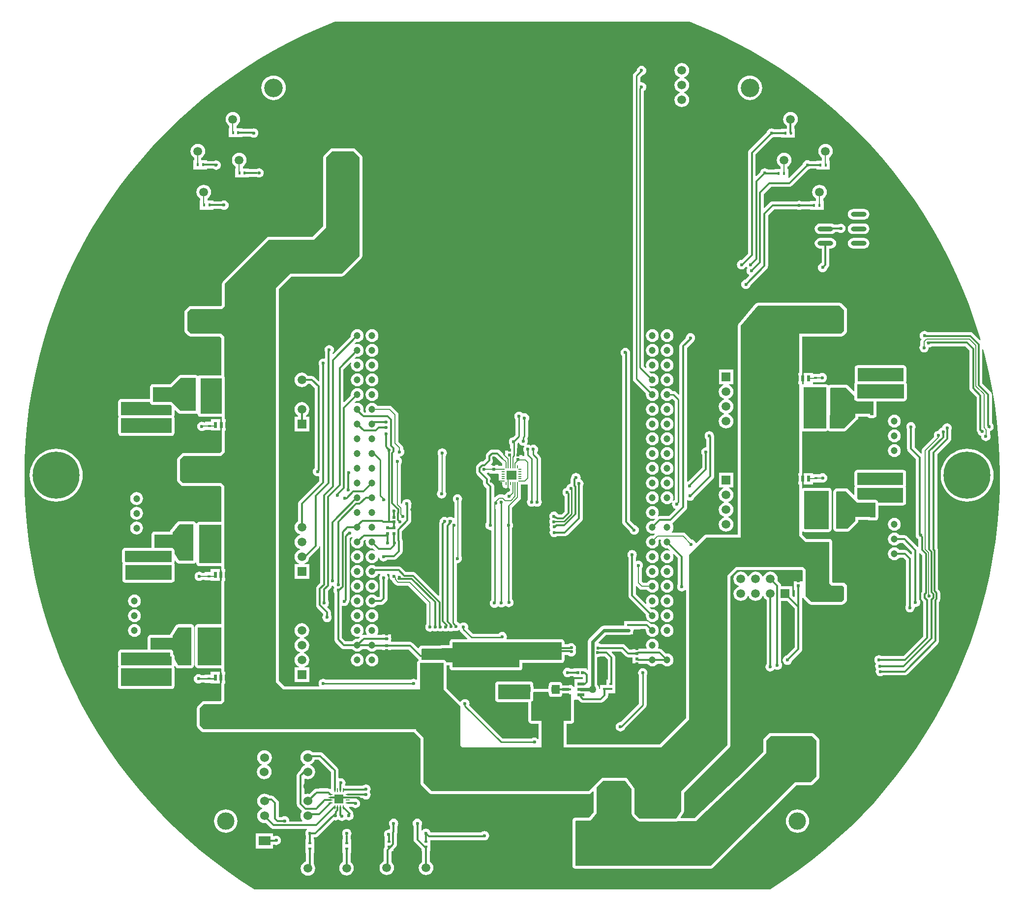
<source format=gtl>
G04 Layer_Physical_Order=1*
G04 Layer_Color=255*
%FSLAX25Y25*%
%MOIN*%
G70*
G01*
G75*
%ADD10R,0.02165X0.01772*%
%ADD11R,0.06614X0.11614*%
%ADD12R,0.10630X0.04528*%
%ADD13R,0.02047X0.02047*%
%ADD14R,0.18504X0.09055*%
%ADD15R,0.09449X0.03937*%
%ADD16R,0.09449X0.12992*%
%ADD17R,0.08661X0.06693*%
%ADD18R,0.07480X0.05315*%
%ADD19R,0.04528X0.02362*%
%ADD20R,0.02047X0.02047*%
%ADD21R,0.07874X0.06299*%
%ADD22R,0.01968X0.02362*%
%ADD23R,0.04134X0.12795*%
%ADD24R,0.02362X0.03937*%
%ADD25O,0.03150X0.00984*%
%ADD26O,0.00984X0.03150*%
%ADD27R,0.06299X0.06299*%
%ADD28R,0.01772X0.02165*%
%ADD29R,0.06693X0.06063*%
%ADD30O,0.00787X0.02362*%
%ADD31O,0.02362X0.00787*%
%ADD32O,0.10630X0.03150*%
%ADD33C,0.01181*%
%ADD34C,0.00787*%
%ADD35C,0.01004*%
%ADD36C,0.02362*%
%ADD37C,0.23622*%
%ADD38C,0.08268*%
%ADD39C,0.05905*%
%ADD40R,0.05905X0.05905*%
%ADD41C,0.04725*%
%ADD42R,0.04725X0.04725*%
%ADD43R,0.05905X0.05905*%
%ADD44C,0.11811*%
%ADD45C,0.31823*%
%ADD46C,0.12598*%
%ADD47C,0.06000*%
%ADD48C,0.02362*%
%ADD49C,0.05000*%
%ADD50C,0.03150*%
G36*
X130804Y-6671D02*
X141404Y-11447D01*
X151829Y-16593D01*
X162067Y-22103D01*
X172104Y-27968D01*
X181930Y-34184D01*
X191530Y-40740D01*
X200894Y-47631D01*
X210010Y-54846D01*
X218867Y-62378D01*
X227453Y-70216D01*
X235758Y-78351D01*
X243772Y-86774D01*
X251485Y-95473D01*
X258888Y-104437D01*
X265970Y-113657D01*
X272724Y-123120D01*
X279141Y-132814D01*
X285213Y-142728D01*
X290933Y-152850D01*
X296294Y-163167D01*
X301288Y-173665D01*
X305910Y-184333D01*
X310154Y-195157D01*
X314015Y-206122D01*
X317488Y-217218D01*
X317775Y-218264D01*
X317343Y-218515D01*
X312652Y-213825D01*
X312117Y-213414D01*
X311495Y-213156D01*
X310827Y-213069D01*
X281919D01*
X281313Y-212603D01*
X280547Y-212286D01*
X279724Y-212178D01*
X278902Y-212286D01*
X278136Y-212603D01*
X277478Y-213108D01*
X276973Y-213766D01*
X276656Y-214532D01*
X276548Y-215354D01*
X276656Y-216177D01*
X276973Y-216943D01*
X277478Y-217601D01*
X277722Y-217788D01*
X277726Y-217844D01*
X277204Y-218625D01*
X277021Y-219547D01*
Y-221715D01*
X276776Y-222034D01*
X276459Y-222800D01*
X276351Y-223622D01*
X276459Y-224444D01*
X276776Y-225210D01*
X277281Y-225868D01*
X277939Y-226373D01*
X278705Y-226691D01*
X279528Y-226799D01*
X280350Y-226691D01*
X281116Y-226373D01*
X281774Y-225868D01*
X282279Y-225210D01*
X282596Y-224444D01*
X282704Y-223622D01*
X282693Y-223535D01*
X283316Y-223453D01*
X284083Y-223136D01*
X284703Y-222660D01*
X307395D01*
X310214Y-225479D01*
Y-251181D01*
X310302Y-251849D01*
X310560Y-252472D01*
X310970Y-253006D01*
X315135Y-257172D01*
Y-279232D01*
X315223Y-279900D01*
X315481Y-280523D01*
X315788Y-280923D01*
X315829Y-281236D01*
X316146Y-282002D01*
X316651Y-282660D01*
X317309Y-283165D01*
X318075Y-283482D01*
X318216Y-283500D01*
X318181Y-283760D01*
X318290Y-284582D01*
X318607Y-285348D01*
X319112Y-286006D01*
X319770Y-286511D01*
X320536Y-286828D01*
X321358Y-286937D01*
X322181Y-286828D01*
X322947Y-286511D01*
X323605Y-286006D01*
X324109Y-285348D01*
X324427Y-284582D01*
X324535Y-283760D01*
X324427Y-282938D01*
X324109Y-282172D01*
X324062Y-282110D01*
Y-280175D01*
X324263Y-280149D01*
X324455Y-280069D01*
X324585Y-280052D01*
X325208Y-279794D01*
X325743Y-279384D01*
X326153Y-278850D01*
X326411Y-278227D01*
X326427Y-278102D01*
X326509Y-277903D01*
X326618Y-277080D01*
X326509Y-276258D01*
X326192Y-275492D01*
X325687Y-274834D01*
X325416Y-274626D01*
Y-255368D01*
X325328Y-254700D01*
X325070Y-254078D01*
X324660Y-253543D01*
X319018Y-247902D01*
Y-224658D01*
X319514Y-224591D01*
X320568Y-228428D01*
X323252Y-239740D01*
X325537Y-251139D01*
X327420Y-262612D01*
X328898Y-274143D01*
X329970Y-285720D01*
X330634Y-297327D01*
X330889Y-308950D01*
X330736Y-320575D01*
X330174Y-332187D01*
X329204Y-343773D01*
X327826Y-355317D01*
X326045Y-366805D01*
X323860Y-378224D01*
X321274Y-389559D01*
X318292Y-400796D01*
X314917Y-411921D01*
X311153Y-422921D01*
X307004Y-433781D01*
X302476Y-444489D01*
X297573Y-455031D01*
X292304Y-465394D01*
X286673Y-475565D01*
X280688Y-485533D01*
X274356Y-495283D01*
X267686Y-504805D01*
X260684Y-514086D01*
X253361Y-523116D01*
X245724Y-531882D01*
X237784Y-540374D01*
X229551Y-548582D01*
X221033Y-556495D01*
X212243Y-564104D01*
X203191Y-571399D01*
X193888Y-578371D01*
X184345Y-585012D01*
X175065Y-590997D01*
X-174419D01*
X-183657Y-585040D01*
X-193161Y-578430D01*
X-202426Y-571491D01*
X-211444Y-564232D01*
X-220201Y-556662D01*
X-228689Y-548790D01*
X-236895Y-540625D01*
X-244810Y-532178D01*
X-252425Y-523460D01*
X-259730Y-514479D01*
X-266716Y-505249D01*
X-273374Y-495780D01*
X-279697Y-486083D01*
X-285677Y-476171D01*
X-291306Y-466056D01*
X-296577Y-455750D01*
X-301484Y-445265D01*
X-306021Y-434615D01*
X-310182Y-423813D01*
X-313963Y-412872D01*
X-317358Y-401805D01*
X-320363Y-390626D01*
X-322976Y-379349D01*
X-325192Y-367987D01*
X-327009Y-356554D01*
X-328424Y-345065D01*
X-329436Y-333534D01*
X-330044Y-321974D01*
X-330246Y-310400D01*
X-330041Y-298733D01*
X-329423Y-287081D01*
X-328395Y-275458D01*
X-326957Y-263878D01*
X-325111Y-252356D01*
X-322860Y-240907D01*
X-320205Y-229544D01*
X-317152Y-218282D01*
X-313703Y-207135D01*
X-309863Y-196116D01*
X-305637Y-185240D01*
X-301029Y-174520D01*
X-296045Y-163969D01*
X-290693Y-153600D01*
X-284978Y-143427D01*
X-278907Y-133462D01*
X-272488Y-123718D01*
X-265730Y-114206D01*
X-258640Y-104938D01*
X-251227Y-95927D01*
X-243501Y-87182D01*
X-235471Y-78716D01*
X-227148Y-70539D01*
X-218541Y-62660D01*
X-209661Y-55090D01*
X-200519Y-47838D01*
X-191127Y-40913D01*
X-181497Y-34324D01*
X-171641Y-28079D01*
X-161569Y-22186D01*
X-151297Y-16652D01*
X-140835Y-11484D01*
X-130197Y-6688D01*
X-119746Y-2414D01*
X120392D01*
X130804Y-6671D01*
D02*
G37*
%LPC*%
G36*
X95323Y-321031D02*
X94192Y-321180D01*
X93139Y-321616D01*
X92234Y-322311D01*
X91540Y-323215D01*
X91103Y-324269D01*
X90955Y-325399D01*
X91103Y-326530D01*
X91540Y-327584D01*
X92234Y-328488D01*
X93139Y-329183D01*
X94192Y-329619D01*
X95323Y-329768D01*
X96453Y-329619D01*
X97507Y-329183D01*
X98412Y-328488D01*
X99106Y-327584D01*
X99542Y-326530D01*
X99691Y-325399D01*
X99542Y-324269D01*
X99106Y-323215D01*
X98412Y-322311D01*
X97507Y-321616D01*
X96453Y-321180D01*
X95323Y-321031D01*
D02*
G37*
G36*
X-254177Y-321531D02*
X-255308Y-321680D01*
X-256361Y-322116D01*
X-257266Y-322811D01*
X-257960Y-323715D01*
X-258397Y-324769D01*
X-258545Y-325900D01*
X-258397Y-327030D01*
X-257960Y-328084D01*
X-257266Y-328988D01*
X-256361Y-329683D01*
X-255308Y-330119D01*
X-254177Y-330268D01*
X-253046Y-330119D01*
X-251993Y-329683D01*
X-251088Y-328988D01*
X-250394Y-328084D01*
X-249958Y-327030D01*
X-249809Y-325900D01*
X-249958Y-324769D01*
X-250394Y-323715D01*
X-251088Y-322811D01*
X-251993Y-322116D01*
X-253046Y-321680D01*
X-254177Y-321531D01*
D02*
G37*
G36*
X-47047Y-291804D02*
X-47870Y-291912D01*
X-48636Y-292229D01*
X-49294Y-292734D01*
X-49798Y-293392D01*
X-50116Y-294158D01*
X-50224Y-294980D01*
X-50116Y-295802D01*
X-49798Y-296569D01*
X-49653Y-296759D01*
Y-320463D01*
X-49687Y-320490D01*
X-50192Y-321148D01*
X-50510Y-321914D01*
X-50618Y-322736D01*
X-50510Y-323558D01*
X-50192Y-324325D01*
X-49687Y-324983D01*
X-49029Y-325487D01*
X-48263Y-325805D01*
X-47441Y-325913D01*
X-46619Y-325805D01*
X-45853Y-325487D01*
X-45195Y-324983D01*
X-44690Y-324325D01*
X-44372Y-323558D01*
X-44264Y-322736D01*
X-44372Y-321914D01*
X-44690Y-321148D01*
X-44836Y-320958D01*
Y-297253D01*
X-44801Y-297227D01*
X-44296Y-296569D01*
X-43979Y-295802D01*
X-43870Y-294980D01*
X-43979Y-294158D01*
X-44296Y-293392D01*
X-44801Y-292734D01*
X-45459Y-292229D01*
X-46225Y-291912D01*
X-47047Y-291804D01*
D02*
G37*
G36*
X308694Y-292176D02*
X306356Y-292330D01*
X304057Y-292787D01*
X301837Y-293540D01*
X299735Y-294577D01*
X297786Y-295879D01*
X296024Y-297425D01*
X294479Y-299187D01*
X293177Y-301135D01*
X292140Y-303238D01*
X291387Y-305457D01*
X290930Y-307756D01*
X290776Y-310094D01*
X290930Y-312433D01*
X291387Y-314732D01*
X292140Y-316951D01*
X293177Y-319054D01*
X294479Y-321002D01*
X296024Y-322764D01*
X297786Y-324310D01*
X299735Y-325612D01*
X301837Y-326649D01*
X304057Y-327402D01*
X306356Y-327859D01*
X308694Y-328013D01*
X311033Y-327859D01*
X313332Y-327402D01*
X315551Y-326649D01*
X317653Y-325612D01*
X319602Y-324310D01*
X321364Y-322764D01*
X322910Y-321002D01*
X324212Y-319054D01*
X325249Y-316951D01*
X326002Y-314732D01*
X326459Y-312433D01*
X326612Y-310094D01*
X326459Y-307756D01*
X326002Y-305457D01*
X325249Y-303238D01*
X324212Y-301135D01*
X322910Y-299187D01*
X321364Y-297425D01*
X319602Y-295879D01*
X317653Y-294577D01*
X315551Y-293540D01*
X313332Y-292787D01*
X311033Y-292330D01*
X308694Y-292176D01*
D02*
G37*
G36*
X-308694D02*
X-311033Y-292330D01*
X-313332Y-292787D01*
X-315551Y-293540D01*
X-317653Y-294577D01*
X-319602Y-295879D01*
X-321364Y-297425D01*
X-322910Y-299187D01*
X-324212Y-301135D01*
X-325249Y-303238D01*
X-326002Y-305457D01*
X-326459Y-307756D01*
X-326612Y-310094D01*
X-326459Y-312433D01*
X-326002Y-314732D01*
X-325249Y-316951D01*
X-324212Y-319054D01*
X-322910Y-321002D01*
X-321364Y-322764D01*
X-319602Y-324310D01*
X-317653Y-325612D01*
X-315551Y-326649D01*
X-313332Y-327402D01*
X-311033Y-327859D01*
X-308694Y-328013D01*
X-306356Y-327859D01*
X-304057Y-327402D01*
X-301837Y-326649D01*
X-299735Y-325612D01*
X-297787Y-324310D01*
X-296024Y-322764D01*
X-294479Y-321002D01*
X-293177Y-319054D01*
X-292140Y-316951D01*
X-291387Y-314732D01*
X-290930Y-312433D01*
X-290776Y-310094D01*
X-290930Y-307756D01*
X-291387Y-305457D01*
X-292140Y-303238D01*
X-293177Y-301135D01*
X-294479Y-299187D01*
X-296024Y-297425D01*
X-297787Y-295879D01*
X-299735Y-294577D01*
X-301837Y-293540D01*
X-304057Y-292787D01*
X-306356Y-292330D01*
X-308694Y-292176D01*
D02*
G37*
G36*
X259323Y-339031D02*
X258192Y-339180D01*
X257139Y-339616D01*
X256234Y-340311D01*
X255540Y-341215D01*
X255103Y-342269D01*
X254955Y-343400D01*
X255103Y-344530D01*
X255540Y-345584D01*
X256234Y-346488D01*
X257139Y-347183D01*
X258192Y-347619D01*
X259323Y-347768D01*
X260454Y-347619D01*
X261507Y-347183D01*
X262412Y-346488D01*
X263106Y-345584D01*
X263542Y-344530D01*
X263691Y-343400D01*
X263542Y-342269D01*
X263106Y-341215D01*
X262412Y-340311D01*
X261507Y-339616D01*
X260454Y-339180D01*
X259323Y-339031D01*
D02*
G37*
G36*
X150244Y-308478D02*
X140402D01*
Y-318321D01*
X143418D01*
X143517Y-318821D01*
X142841Y-319101D01*
X141813Y-319890D01*
X141024Y-320918D01*
X140528Y-322115D01*
X140359Y-323399D01*
X140528Y-324684D01*
X141024Y-325881D01*
X141813Y-326909D01*
X142841Y-327698D01*
X143915Y-328143D01*
X143915Y-328144D01*
Y-328655D01*
X143915Y-328656D01*
X142841Y-329101D01*
X141813Y-329890D01*
X141024Y-330918D01*
X140528Y-332115D01*
X140359Y-333400D01*
X140528Y-334684D01*
X141024Y-335881D01*
X141813Y-336909D01*
X142841Y-337698D01*
X143915Y-338143D01*
X143915Y-338144D01*
Y-338655D01*
X143915Y-338656D01*
X142841Y-339101D01*
X141813Y-339890D01*
X141024Y-340918D01*
X140528Y-342115D01*
X140359Y-343400D01*
X140528Y-344684D01*
X141024Y-345881D01*
X141813Y-346909D01*
X142841Y-347698D01*
X144038Y-348194D01*
X145323Y-348363D01*
X146608Y-348194D01*
X147805Y-347698D01*
X148833Y-346909D01*
X149622Y-345881D01*
X150118Y-344684D01*
X150287Y-343400D01*
X150118Y-342115D01*
X149622Y-340918D01*
X148833Y-339890D01*
X147805Y-339101D01*
X146731Y-338656D01*
X146731Y-338655D01*
Y-338144D01*
X146731Y-338143D01*
X147805Y-337698D01*
X148833Y-336909D01*
X149622Y-335881D01*
X150118Y-334684D01*
X150287Y-333400D01*
X150118Y-332115D01*
X149622Y-330918D01*
X148833Y-329890D01*
X147805Y-329101D01*
X146731Y-328656D01*
X146731Y-328655D01*
Y-328144D01*
X146731Y-328143D01*
X147805Y-327698D01*
X148833Y-326909D01*
X149622Y-325881D01*
X150118Y-324684D01*
X150287Y-323399D01*
X150118Y-322115D01*
X149622Y-320918D01*
X148833Y-319890D01*
X147805Y-319101D01*
X147129Y-318821D01*
X147228Y-318321D01*
X150244D01*
Y-308478D01*
D02*
G37*
G36*
X-254177Y-341531D02*
X-255308Y-341680D01*
X-256361Y-342116D01*
X-257266Y-342811D01*
X-257960Y-343715D01*
X-258397Y-344769D01*
X-258545Y-345900D01*
X-258397Y-347030D01*
X-257960Y-348084D01*
X-257266Y-348988D01*
X-256361Y-349683D01*
X-255308Y-350119D01*
X-254177Y-350268D01*
X-253046Y-350119D01*
X-251993Y-349683D01*
X-251088Y-348988D01*
X-250394Y-348084D01*
X-249958Y-347030D01*
X-249809Y-345900D01*
X-249958Y-344769D01*
X-250394Y-343715D01*
X-251088Y-342811D01*
X-251993Y-342116D01*
X-253046Y-341680D01*
X-254177Y-341531D01*
D02*
G37*
G36*
X43551Y-308522D02*
X42729Y-308630D01*
X41963Y-308947D01*
X41305Y-309452D01*
X40800Y-310110D01*
X40483Y-310876D01*
X40430Y-311280D01*
X40383Y-311341D01*
X40125Y-311964D01*
X40037Y-312632D01*
Y-315835D01*
X39335Y-315928D01*
X38569Y-316245D01*
X37911Y-316750D01*
X37406Y-317408D01*
X37089Y-318174D01*
X37026Y-318651D01*
X36776Y-318683D01*
X36010Y-319001D01*
X35352Y-319506D01*
X34847Y-320164D01*
X34530Y-320930D01*
X34422Y-321752D01*
X34530Y-322574D01*
X34847Y-323340D01*
X35352Y-323998D01*
X36002Y-324497D01*
Y-334657D01*
X33781Y-336877D01*
X31795D01*
X31691Y-336774D01*
X31541Y-336659D01*
X31394Y-336305D01*
X30889Y-335647D01*
X30231Y-335142D01*
X29465Y-334825D01*
X28643Y-334717D01*
X27821Y-334825D01*
X27055Y-335142D01*
X26397Y-335647D01*
X25892Y-336305D01*
X25575Y-337071D01*
X25466Y-337894D01*
X25575Y-338716D01*
X25892Y-339482D01*
X26077Y-339723D01*
X25892Y-339964D01*
X25575Y-340730D01*
X25466Y-341552D01*
X25575Y-342374D01*
X25892Y-343141D01*
X26112Y-343427D01*
X26051Y-343507D01*
X25733Y-344273D01*
X25625Y-345095D01*
X25733Y-345918D01*
X26051Y-346684D01*
X26317Y-347030D01*
X26087Y-347329D01*
X25770Y-348095D01*
X25662Y-348917D01*
X25770Y-349740D01*
X26087Y-350506D01*
X26592Y-351164D01*
X27250Y-351669D01*
X28016Y-351986D01*
X28839Y-352094D01*
X29661Y-351986D01*
X30427Y-351669D01*
X30649Y-351499D01*
X35925D01*
X36593Y-351411D01*
X37216Y-351153D01*
X37750Y-350743D01*
X47396Y-341097D01*
X47806Y-340562D01*
X48064Y-339940D01*
X48152Y-339272D01*
Y-317613D01*
X48322Y-317391D01*
X48639Y-316625D01*
X48748Y-315803D01*
X48639Y-314981D01*
X48322Y-314215D01*
X47817Y-313557D01*
X47159Y-313052D01*
X46511Y-312784D01*
X46620Y-312521D01*
X46728Y-311699D01*
X46620Y-310876D01*
X46302Y-310110D01*
X45798Y-309452D01*
X45140Y-308947D01*
X44374Y-308630D01*
X43551Y-308522D01*
D02*
G37*
G36*
X-254177Y-331531D02*
X-255308Y-331680D01*
X-256361Y-332116D01*
X-257266Y-332811D01*
X-257960Y-333715D01*
X-258397Y-334769D01*
X-258545Y-335899D01*
X-258397Y-337030D01*
X-257960Y-338084D01*
X-257266Y-338988D01*
X-256361Y-339683D01*
X-255308Y-340119D01*
X-254177Y-340268D01*
X-253046Y-340119D01*
X-251993Y-339683D01*
X-251088Y-338988D01*
X-250394Y-338084D01*
X-249958Y-337030D01*
X-249809Y-335899D01*
X-249958Y-334769D01*
X-250394Y-333715D01*
X-251088Y-332811D01*
X-251993Y-332116D01*
X-253046Y-331680D01*
X-254177Y-331531D01*
D02*
G37*
G36*
X-142177Y-410436D02*
X-143462Y-410605D01*
X-144659Y-411101D01*
X-145687Y-411890D01*
X-146476Y-412918D01*
X-146972Y-414115D01*
X-147141Y-415400D01*
X-146972Y-416684D01*
X-146476Y-417881D01*
X-145687Y-418909D01*
X-144659Y-419698D01*
X-143585Y-420143D01*
X-143585Y-420144D01*
Y-420655D01*
X-143585Y-420656D01*
X-144659Y-421101D01*
X-145687Y-421890D01*
X-146476Y-422918D01*
X-146972Y-424115D01*
X-147141Y-425399D01*
X-146972Y-426684D01*
X-146476Y-427881D01*
X-145687Y-428909D01*
X-144659Y-429698D01*
X-143585Y-430143D01*
X-143585Y-430144D01*
Y-430655D01*
X-143585Y-430656D01*
X-144659Y-431101D01*
X-145687Y-431890D01*
X-146476Y-432918D01*
X-146972Y-434115D01*
X-147141Y-435399D01*
X-146972Y-436684D01*
X-146476Y-437881D01*
X-145687Y-438909D01*
X-144659Y-439698D01*
X-143983Y-439978D01*
X-144082Y-440478D01*
X-147098D01*
Y-450321D01*
X-137256D01*
Y-440478D01*
X-140272D01*
X-140371Y-439978D01*
X-139695Y-439698D01*
X-138667Y-438909D01*
X-137878Y-437881D01*
X-137382Y-436684D01*
X-137213Y-435399D01*
X-137382Y-434115D01*
X-137878Y-432918D01*
X-138667Y-431890D01*
X-139695Y-431101D01*
X-140769Y-430656D01*
X-140769Y-430655D01*
Y-430144D01*
X-140769Y-430143D01*
X-139695Y-429698D01*
X-138667Y-428909D01*
X-137878Y-427881D01*
X-137382Y-426684D01*
X-137213Y-425399D01*
X-137382Y-424115D01*
X-137878Y-422918D01*
X-138667Y-421890D01*
X-139695Y-421101D01*
X-140769Y-420656D01*
X-140769Y-420655D01*
Y-420144D01*
X-140769Y-420143D01*
X-139695Y-419698D01*
X-138667Y-418909D01*
X-137878Y-417881D01*
X-137382Y-416684D01*
X-137213Y-415400D01*
X-137382Y-414115D01*
X-137878Y-412918D01*
X-138667Y-411890D01*
X-139695Y-411101D01*
X-140892Y-410605D01*
X-142177Y-410436D01*
D02*
G37*
G36*
X105323Y-291031D02*
X104192Y-291180D01*
X103139Y-291616D01*
X102234Y-292311D01*
X101540Y-293215D01*
X101103Y-294269D01*
X100954Y-295399D01*
X101103Y-296530D01*
X101540Y-297584D01*
X102234Y-298488D01*
X103139Y-299183D01*
X104192Y-299619D01*
X105323Y-299768D01*
X106454Y-299619D01*
X107507Y-299183D01*
X108412Y-298488D01*
X109106Y-297584D01*
X109542Y-296530D01*
X109691Y-295399D01*
X109542Y-294269D01*
X109106Y-293215D01*
X108412Y-292311D01*
X107507Y-291616D01*
X106454Y-291180D01*
X105323Y-291031D01*
D02*
G37*
G36*
X95323D02*
X94192Y-291180D01*
X93139Y-291616D01*
X92234Y-292311D01*
X91540Y-293215D01*
X91103Y-294269D01*
X90955Y-295399D01*
X91103Y-296530D01*
X91540Y-297584D01*
X92234Y-298488D01*
X93139Y-299183D01*
X94192Y-299619D01*
X95323Y-299768D01*
X96453Y-299619D01*
X97507Y-299183D01*
X98412Y-298488D01*
X99106Y-297584D01*
X99542Y-296530D01*
X99691Y-295399D01*
X99542Y-294269D01*
X99106Y-293215D01*
X98412Y-292311D01*
X97507Y-291616D01*
X96453Y-291180D01*
X95323Y-291031D01*
D02*
G37*
G36*
X105323Y-301031D02*
X104192Y-301180D01*
X103139Y-301616D01*
X102234Y-302311D01*
X101540Y-303215D01*
X101103Y-304269D01*
X100954Y-305399D01*
X101103Y-306530D01*
X101540Y-307584D01*
X102234Y-308488D01*
X103139Y-309183D01*
X104192Y-309619D01*
X105323Y-309768D01*
X106454Y-309619D01*
X107507Y-309183D01*
X108412Y-308488D01*
X109106Y-307584D01*
X109542Y-306530D01*
X109691Y-305399D01*
X109542Y-304269D01*
X109106Y-303215D01*
X108412Y-302311D01*
X107507Y-301616D01*
X106454Y-301180D01*
X105323Y-301031D01*
D02*
G37*
G36*
X5020Y-266902D02*
X4197Y-267010D01*
X3431Y-267328D01*
X2773Y-267832D01*
X2269Y-268490D01*
X1951Y-269256D01*
X1843Y-270079D01*
X1951Y-270901D01*
X2269Y-271667D01*
X2501Y-271970D01*
Y-282618D01*
X836Y-284283D01*
X457Y-284333D01*
X-309Y-284650D01*
X-967Y-285155D01*
X-1472Y-285813D01*
X-1789Y-286579D01*
X-1897Y-287402D01*
X-1789Y-288224D01*
X-1472Y-288990D01*
X-1043Y-289549D01*
Y-293268D01*
X-4468D01*
Y-296194D01*
X-4969Y-296401D01*
X-7919Y-293450D01*
X-8454Y-293040D01*
X-9076Y-292782D01*
X-9744Y-292694D01*
X-13231D01*
X-13899Y-292782D01*
X-14522Y-293040D01*
X-15056Y-293450D01*
X-16786Y-295180D01*
X-17196Y-295715D01*
X-17454Y-296337D01*
X-17542Y-297005D01*
Y-298832D01*
X-19376Y-300667D01*
X-19924D01*
X-20592Y-300755D01*
X-21214Y-301013D01*
X-21749Y-301423D01*
X-23479Y-303153D01*
X-23889Y-303687D01*
X-24147Y-304310D01*
X-24235Y-304978D01*
Y-307776D01*
X-24147Y-308444D01*
X-23889Y-309066D01*
X-23479Y-309601D01*
X-19412Y-313668D01*
Y-315394D01*
X-19324Y-316062D01*
X-19066Y-316684D01*
X-18656Y-317219D01*
X-16951Y-318924D01*
Y-342028D01*
X-17318Y-342506D01*
X-17636Y-343272D01*
X-17744Y-344094D01*
X-17636Y-344917D01*
X-17318Y-345683D01*
X-16813Y-346341D01*
X-16155Y-346846D01*
X-15389Y-347163D01*
X-14567Y-347271D01*
X-14312Y-347238D01*
X-13936Y-347567D01*
Y-394703D01*
X-14365Y-395262D01*
X-14683Y-396028D01*
X-14791Y-396850D01*
X-14683Y-397673D01*
X-14365Y-398439D01*
X-13860Y-399097D01*
X-13203Y-399602D01*
X-12436Y-399919D01*
X-11614Y-400027D01*
X-10792Y-399919D01*
X-10026Y-399602D01*
X-9368Y-399097D01*
X-9223Y-398908D01*
X-8577Y-399405D01*
X-7810Y-399722D01*
X-6988Y-399830D01*
X-6166Y-399722D01*
X-5400Y-399405D01*
X-4742Y-398900D01*
X-4591Y-398703D01*
X-4116D01*
X-3458Y-399208D01*
X-2692Y-399525D01*
X-1870Y-399634D01*
X-1048Y-399525D01*
X-282Y-399208D01*
X376Y-398703D01*
X881Y-398045D01*
X1199Y-397279D01*
X1307Y-396457D01*
X1199Y-395635D01*
X881Y-394868D01*
X376Y-394210D01*
X353Y-394193D01*
Y-345857D01*
X487Y-345683D01*
X805Y-344917D01*
X913Y-344094D01*
X805Y-343272D01*
X487Y-342506D01*
X353Y-342332D01*
Y-332012D01*
X5640Y-326725D01*
X6162Y-325944D01*
X6346Y-325022D01*
Y-324705D01*
X6346Y-324705D01*
Y-316444D01*
X9055D01*
X9101Y-316435D01*
X9148Y-316442D01*
X9561Y-316343D01*
X9977Y-316261D01*
X10016Y-316234D01*
X10062Y-316224D01*
X10405Y-315974D01*
X10465Y-315934D01*
X10965Y-316201D01*
Y-326455D01*
X10733Y-326758D01*
X10416Y-327524D01*
X10307Y-328346D01*
X10416Y-329169D01*
X10733Y-329935D01*
X11238Y-330593D01*
X11896Y-331098D01*
X12662Y-331415D01*
X13484Y-331523D01*
X14307Y-331415D01*
X15073Y-331098D01*
X15354Y-330882D01*
X15636Y-331098D01*
X16402Y-331415D01*
X17224Y-331523D01*
X18047Y-331415D01*
X18813Y-331098D01*
X19471Y-330593D01*
X19976Y-329935D01*
X20293Y-329169D01*
X20401Y-328346D01*
X20293Y-327524D01*
X19976Y-326758D01*
X19743Y-326455D01*
Y-298721D01*
X19552Y-297757D01*
X19005Y-296939D01*
X17184Y-295118D01*
Y-294411D01*
X17416Y-294108D01*
X17734Y-293342D01*
X17842Y-292520D01*
X17734Y-291698D01*
X17416Y-290931D01*
X16912Y-290273D01*
X16254Y-289769D01*
X15488Y-289451D01*
X14665Y-289343D01*
X13843Y-289451D01*
X13077Y-289769D01*
X12844Y-289947D01*
X12612Y-289769D01*
X11846Y-289451D01*
X11024Y-289343D01*
X10644Y-289393D01*
X10374Y-288924D01*
X10625Y-288596D01*
X10943Y-287830D01*
X11051Y-287008D01*
X10943Y-286186D01*
X10625Y-285420D01*
X10536Y-285303D01*
X10988Y-284625D01*
X11180Y-283661D01*
Y-273151D01*
X11413Y-272848D01*
X11730Y-272082D01*
X11838Y-271260D01*
X11730Y-270438D01*
X11413Y-269672D01*
X10908Y-269014D01*
X10250Y-268509D01*
X9484Y-268191D01*
X8661Y-268083D01*
X7839Y-268191D01*
X7613Y-268285D01*
X7266Y-267832D01*
X6608Y-267328D01*
X5842Y-267010D01*
X5020Y-266902D01*
D02*
G37*
G36*
X-167595Y-496591D02*
X-168892Y-496762D01*
X-170100Y-497262D01*
X-171138Y-498059D01*
X-171934Y-499097D01*
X-172435Y-500305D01*
X-172606Y-501602D01*
X-172435Y-502899D01*
X-171934Y-504108D01*
X-171138Y-505146D01*
X-170100Y-505942D01*
X-169525Y-506180D01*
Y-506722D01*
X-170222Y-507010D01*
X-171260Y-507807D01*
X-172056Y-508845D01*
X-172557Y-510053D01*
X-172728Y-511350D01*
X-172557Y-512647D01*
X-172056Y-513856D01*
X-171260Y-514894D01*
X-170222Y-515690D01*
X-169014Y-516191D01*
X-167717Y-516362D01*
X-166419Y-516191D01*
X-165211Y-515690D01*
X-164173Y-514894D01*
X-163377Y-513856D01*
X-162876Y-512647D01*
X-162705Y-511350D01*
X-162876Y-510053D01*
X-163377Y-508845D01*
X-164173Y-507807D01*
X-165211Y-507010D01*
X-165786Y-506772D01*
Y-506231D01*
X-165089Y-505942D01*
X-164051Y-505146D01*
X-163254Y-504108D01*
X-162754Y-502899D01*
X-162583Y-501602D01*
X-162754Y-500305D01*
X-163254Y-499097D01*
X-164051Y-498059D01*
X-165089Y-497262D01*
X-166297Y-496762D01*
X-167595Y-496591D01*
D02*
G37*
G36*
X259323Y-289031D02*
X258192Y-289180D01*
X257139Y-289616D01*
X256234Y-290311D01*
X255540Y-291215D01*
X255103Y-292269D01*
X254955Y-293400D01*
X255103Y-294530D01*
X255540Y-295584D01*
X256234Y-296488D01*
X257139Y-297183D01*
X258192Y-297619D01*
X259323Y-297768D01*
X260454Y-297619D01*
X261507Y-297183D01*
X262412Y-296488D01*
X263106Y-295584D01*
X263542Y-294530D01*
X263691Y-293400D01*
X263542Y-292269D01*
X263106Y-291215D01*
X262412Y-290311D01*
X261507Y-289616D01*
X260454Y-289180D01*
X259323Y-289031D01*
D02*
G37*
G36*
X105323Y-311031D02*
X104192Y-311180D01*
X103139Y-311616D01*
X102234Y-312311D01*
X101540Y-313215D01*
X101103Y-314269D01*
X100954Y-315400D01*
X101103Y-316530D01*
X101540Y-317584D01*
X102234Y-318488D01*
X103139Y-319183D01*
X104192Y-319619D01*
X105323Y-319768D01*
X106454Y-319619D01*
X107507Y-319183D01*
X108412Y-318488D01*
X109106Y-317584D01*
X109542Y-316530D01*
X109691Y-315400D01*
X109542Y-314269D01*
X109106Y-313215D01*
X108412Y-312311D01*
X107507Y-311616D01*
X106454Y-311180D01*
X105323Y-311031D01*
D02*
G37*
G36*
X95323D02*
X94192Y-311180D01*
X93139Y-311616D01*
X92234Y-312311D01*
X91540Y-313215D01*
X91103Y-314269D01*
X90955Y-315400D01*
X91103Y-316530D01*
X91540Y-317584D01*
X92234Y-318488D01*
X93139Y-319183D01*
X94192Y-319619D01*
X95323Y-319768D01*
X96453Y-319619D01*
X97507Y-319183D01*
X98412Y-318488D01*
X99106Y-317584D01*
X99542Y-316530D01*
X99691Y-315400D01*
X99542Y-314269D01*
X99106Y-313215D01*
X98412Y-312311D01*
X97507Y-311616D01*
X96453Y-311180D01*
X95323Y-311031D01*
D02*
G37*
G36*
X265323Y-306399D02*
X234323D01*
X233555Y-306552D01*
X232904Y-306987D01*
X232469Y-307639D01*
X232316Y-308406D01*
Y-316682D01*
X232469Y-317450D01*
X232583Y-317621D01*
X232383Y-317921D01*
X232230Y-318689D01*
Y-323175D01*
X231767Y-323364D01*
X228151Y-319661D01*
X228141Y-319654D01*
X228134Y-319644D01*
X227818Y-319433D01*
X227505Y-319218D01*
X227493Y-319215D01*
X227483Y-319209D01*
X227110Y-319135D01*
X226738Y-319056D01*
X226727Y-319058D01*
X226715Y-319056D01*
X220437Y-319056D01*
X220094Y-319124D01*
X219748Y-319178D01*
X219711Y-319200D01*
X219669Y-319209D01*
X219378Y-319403D01*
X219079Y-319585D01*
X218579Y-320044D01*
X218554Y-320079D01*
X218518Y-320103D01*
X218323Y-320394D01*
X218117Y-320676D01*
X218107Y-320718D01*
X218083Y-320754D01*
X218015Y-321097D01*
X217932Y-321437D01*
X217938Y-321480D01*
X217930Y-321522D01*
Y-346217D01*
X218083Y-346985D01*
X218518Y-347636D01*
X218659Y-347778D01*
X219311Y-348213D01*
X220079Y-348365D01*
X227854D01*
X228622Y-348213D01*
X229274Y-347778D01*
X229688Y-347158D01*
X234336Y-342409D01*
X234544Y-342090D01*
X234756Y-341773D01*
X234758Y-341762D01*
X234764Y-341753D01*
X234834Y-341379D01*
X234909Y-341005D01*
Y-340485D01*
X241692D01*
X241976Y-340675D01*
X242744Y-340828D01*
X246402D01*
X247170Y-340675D01*
X247821Y-340240D01*
X248256Y-339589D01*
X248409Y-338821D01*
Y-330696D01*
X265237D01*
X266005Y-330543D01*
X266656Y-330108D01*
X267091Y-329457D01*
X267244Y-328689D01*
Y-318689D01*
X267091Y-317921D01*
X266958Y-317722D01*
X267093Y-317557D01*
X267122Y-317462D01*
X267177Y-317379D01*
X267235Y-317090D01*
X267320Y-316808D01*
X267311Y-316709D01*
X267330Y-316611D01*
Y-308406D01*
X267177Y-307639D01*
X266742Y-306987D01*
X266091Y-306552D01*
X265323Y-306399D01*
D02*
G37*
G36*
X95323Y-301031D02*
X94192Y-301180D01*
X93139Y-301616D01*
X92234Y-302311D01*
X91540Y-303215D01*
X91103Y-304269D01*
X90955Y-305399D01*
X91103Y-306530D01*
X91540Y-307584D01*
X92234Y-308488D01*
X93139Y-309183D01*
X94192Y-309619D01*
X95323Y-309768D01*
X96453Y-309619D01*
X97507Y-309183D01*
X98412Y-308488D01*
X99106Y-307584D01*
X99542Y-306530D01*
X99691Y-305399D01*
X99542Y-304269D01*
X99106Y-303215D01*
X98412Y-302311D01*
X97507Y-301616D01*
X96453Y-301180D01*
X95323Y-301031D01*
D02*
G37*
G36*
X88878Y-441016D02*
X88056Y-441124D01*
X87290Y-441442D01*
X86632Y-441947D01*
X86127Y-442604D01*
X85809Y-443371D01*
X85701Y-444193D01*
X85809Y-445015D01*
X86127Y-445781D01*
X86359Y-446084D01*
Y-464901D01*
X73728Y-477533D01*
X73721Y-477532D01*
X72898Y-477640D01*
X72132Y-477957D01*
X71474Y-478462D01*
X70969Y-479120D01*
X70652Y-479886D01*
X70544Y-480709D01*
X70652Y-481531D01*
X70969Y-482297D01*
X71474Y-482955D01*
X72132Y-483460D01*
X72898Y-483777D01*
X73721Y-483885D01*
X74543Y-483777D01*
X75309Y-483460D01*
X75967Y-482955D01*
X76472Y-482297D01*
X76743Y-481642D01*
X90659Y-467726D01*
X91205Y-466909D01*
X91397Y-465945D01*
Y-446084D01*
X91629Y-445781D01*
X91947Y-445015D01*
X92055Y-444193D01*
X91947Y-443371D01*
X91629Y-442604D01*
X91124Y-441947D01*
X90466Y-441442D01*
X89700Y-441124D01*
X88878Y-441016D01*
D02*
G37*
G36*
X204213Y-308549D02*
X197914D01*
Y-316423D01*
X204213D01*
Y-314982D01*
X209374D01*
Y-314982D01*
X209612Y-314823D01*
X209953Y-314964D01*
X210776Y-315072D01*
X211598Y-314964D01*
X212364Y-314647D01*
X213022Y-314142D01*
X213527Y-313484D01*
X213844Y-312718D01*
X213952Y-311895D01*
X213844Y-311073D01*
X213527Y-310307D01*
X213022Y-309649D01*
X212364Y-309144D01*
X211598Y-308827D01*
X210776Y-308719D01*
X209953Y-308827D01*
X209187Y-309144D01*
X209019Y-309274D01*
X204213D01*
Y-308549D01*
D02*
G37*
G36*
X77016Y-223679D02*
X76194Y-223788D01*
X75427Y-224105D01*
X74770Y-224610D01*
X74265Y-225268D01*
X73947Y-226034D01*
X73839Y-226856D01*
X73947Y-227678D01*
X74265Y-228445D01*
X74770Y-229102D01*
X74927Y-229223D01*
Y-341718D01*
X75015Y-342386D01*
X75273Y-343009D01*
X75683Y-343544D01*
X79915Y-347776D01*
X79951Y-348052D01*
X80269Y-348819D01*
X80773Y-349477D01*
X81431Y-349981D01*
X82198Y-350299D01*
X83020Y-350407D01*
X83842Y-350299D01*
X84608Y-349981D01*
X85266Y-349477D01*
X85771Y-348819D01*
X86088Y-348052D01*
X86197Y-347230D01*
X86088Y-346408D01*
X85771Y-345642D01*
X85266Y-344984D01*
X84608Y-344479D01*
X83842Y-344162D01*
X83565Y-344125D01*
X80089Y-340649D01*
Y-227787D01*
X80198Y-227524D01*
X80286Y-226856D01*
X80198Y-226188D01*
X79940Y-225566D01*
X79832Y-225425D01*
X79767Y-225268D01*
X79262Y-224610D01*
X78604Y-224105D01*
X77838Y-223788D01*
X77016Y-223679D01*
D02*
G37*
G36*
X-255677Y-391031D02*
X-256808Y-391180D01*
X-257861Y-391616D01*
X-258766Y-392311D01*
X-259460Y-393215D01*
X-259897Y-394269D01*
X-260046Y-395399D01*
X-259897Y-396530D01*
X-259460Y-397584D01*
X-258766Y-398488D01*
X-257861Y-399183D01*
X-256808Y-399619D01*
X-255677Y-399768D01*
X-254546Y-399619D01*
X-253493Y-399183D01*
X-252588Y-398488D01*
X-251894Y-397584D01*
X-251458Y-396530D01*
X-251309Y-395399D01*
X-251458Y-394269D01*
X-251894Y-393215D01*
X-252588Y-392311D01*
X-253493Y-391616D01*
X-254546Y-391180D01*
X-255677Y-391031D01*
D02*
G37*
G36*
X105323Y-401031D02*
X104192Y-401180D01*
X103139Y-401616D01*
X102234Y-402311D01*
X101540Y-403215D01*
X101103Y-404269D01*
X100954Y-405400D01*
X101103Y-406530D01*
X101540Y-407584D01*
X102234Y-408488D01*
X103139Y-409183D01*
X104192Y-409619D01*
X105323Y-409768D01*
X106454Y-409619D01*
X107507Y-409183D01*
X108412Y-408488D01*
X109106Y-407584D01*
X109542Y-406530D01*
X109691Y-405400D01*
X109542Y-404269D01*
X109106Y-403215D01*
X108412Y-402311D01*
X107507Y-401616D01*
X106454Y-401180D01*
X105323Y-401031D01*
D02*
G37*
G36*
X-104677Y-391031D02*
X-105808Y-391180D01*
X-106861Y-391616D01*
X-107766Y-392311D01*
X-108460Y-393215D01*
X-108897Y-394269D01*
X-109046Y-395399D01*
X-108897Y-396530D01*
X-108460Y-397584D01*
X-107766Y-398488D01*
X-106861Y-399183D01*
X-105808Y-399619D01*
X-104677Y-399768D01*
X-103547Y-399619D01*
X-102493Y-399183D01*
X-101588Y-398488D01*
X-100894Y-397584D01*
X-100458Y-396530D01*
X-100309Y-395399D01*
X-100458Y-394269D01*
X-100894Y-393215D01*
X-101588Y-392311D01*
X-102493Y-391616D01*
X-103547Y-391180D01*
X-104677Y-391031D01*
D02*
G37*
G36*
Y-381031D02*
X-105808Y-381180D01*
X-106861Y-381616D01*
X-107766Y-382311D01*
X-108460Y-383215D01*
X-108897Y-384269D01*
X-109046Y-385400D01*
X-108897Y-386530D01*
X-108460Y-387584D01*
X-107766Y-388488D01*
X-106861Y-389183D01*
X-105808Y-389619D01*
X-104677Y-389768D01*
X-103547Y-389619D01*
X-102493Y-389183D01*
X-101588Y-388488D01*
X-100894Y-387584D01*
X-100458Y-386530D01*
X-100309Y-385400D01*
X-100458Y-384269D01*
X-100894Y-383215D01*
X-101588Y-382311D01*
X-102493Y-381616D01*
X-103547Y-381180D01*
X-104677Y-381031D01*
D02*
G37*
G36*
X105323Y-391031D02*
X104192Y-391180D01*
X103139Y-391616D01*
X102234Y-392311D01*
X101540Y-393215D01*
X101103Y-394269D01*
X100954Y-395399D01*
X101103Y-396530D01*
X101540Y-397584D01*
X102234Y-398488D01*
X103139Y-399183D01*
X104192Y-399619D01*
X105323Y-399768D01*
X106454Y-399619D01*
X107507Y-399183D01*
X108412Y-398488D01*
X109106Y-397584D01*
X109542Y-396530D01*
X109691Y-395399D01*
X109542Y-394269D01*
X109106Y-393215D01*
X108412Y-392311D01*
X107507Y-391616D01*
X106454Y-391180D01*
X105323Y-391031D01*
D02*
G37*
G36*
X-94677Y-401031D02*
X-95808Y-401180D01*
X-96861Y-401616D01*
X-97766Y-402311D01*
X-98460Y-403215D01*
X-98897Y-404269D01*
X-99045Y-405400D01*
X-98897Y-406530D01*
X-98460Y-407584D01*
X-97766Y-408488D01*
X-96861Y-409183D01*
X-95808Y-409619D01*
X-94677Y-409768D01*
X-93546Y-409619D01*
X-92493Y-409183D01*
X-91588Y-408488D01*
X-90894Y-407584D01*
X-90458Y-406530D01*
X-90309Y-405400D01*
X-90458Y-404269D01*
X-90894Y-403215D01*
X-91588Y-402311D01*
X-92493Y-401616D01*
X-93546Y-401180D01*
X-94677Y-401031D01*
D02*
G37*
G36*
X105323Y-411031D02*
X104192Y-411180D01*
X103139Y-411616D01*
X102234Y-412311D01*
X101540Y-413215D01*
X101103Y-414269D01*
X100954Y-415400D01*
X101103Y-416530D01*
X101540Y-417584D01*
X102234Y-418488D01*
X103139Y-419183D01*
X104192Y-419619D01*
X105323Y-419768D01*
X106454Y-419619D01*
X107507Y-419183D01*
X108412Y-418488D01*
X109106Y-417584D01*
X109542Y-416530D01*
X109691Y-415400D01*
X109542Y-414269D01*
X109106Y-413215D01*
X108412Y-412311D01*
X107507Y-411616D01*
X106454Y-411180D01*
X105323Y-411031D01*
D02*
G37*
G36*
X-255677D02*
X-256808Y-411180D01*
X-257861Y-411616D01*
X-258766Y-412311D01*
X-259460Y-413215D01*
X-259897Y-414269D01*
X-260046Y-415400D01*
X-259897Y-416530D01*
X-259460Y-417584D01*
X-258766Y-418488D01*
X-257861Y-419183D01*
X-256808Y-419619D01*
X-255677Y-419768D01*
X-254546Y-419619D01*
X-253493Y-419183D01*
X-252588Y-418488D01*
X-251894Y-417584D01*
X-251458Y-416530D01*
X-251309Y-415400D01*
X-251458Y-414269D01*
X-251894Y-413215D01*
X-252588Y-412311D01*
X-253493Y-411616D01*
X-254546Y-411180D01*
X-255677Y-411031D01*
D02*
G37*
G36*
X-217224Y-411213D02*
X-226020D01*
X-226231Y-411256D01*
X-226446Y-411259D01*
X-226611Y-411331D01*
X-226788Y-411366D01*
X-226967Y-411486D01*
X-227164Y-411572D01*
X-227289Y-411701D01*
X-227439Y-411801D01*
X-227559Y-411980D01*
X-227708Y-412135D01*
X-231237Y-417624D01*
X-231362D01*
Y-417818D01*
X-231444Y-417946D01*
X-231510Y-418113D01*
X-231610Y-418263D01*
X-231636Y-418392D01*
X-244677Y-418392D01*
X-245445Y-418545D01*
X-246096Y-418980D01*
X-246531Y-419631D01*
X-246684Y-420400D01*
Y-428392D01*
X-264677D01*
X-265445Y-428545D01*
X-266096Y-428980D01*
X-266531Y-429631D01*
X-266684Y-430400D01*
Y-438977D01*
X-266531Y-439745D01*
X-266418Y-439914D01*
X-266620Y-440216D01*
X-266773Y-440984D01*
X-266773Y-453144D01*
X-266620Y-453912D01*
X-266185Y-454563D01*
X-265534Y-454998D01*
X-264766Y-455151D01*
X-230561Y-455151D01*
X-229793Y-454998D01*
X-229142Y-454563D01*
X-228707Y-453912D01*
X-228554Y-453144D01*
X-228554Y-440984D01*
X-228707Y-440216D01*
X-228839Y-440018D01*
X-228702Y-439851D01*
X-228674Y-439755D01*
X-228618Y-439673D01*
X-228597Y-439565D01*
X-228077Y-439486D01*
X-228070Y-439488D01*
X-227784Y-440015D01*
X-227601Y-440235D01*
X-227442Y-440473D01*
X-227352Y-440533D01*
X-227283Y-440617D01*
X-227029Y-440750D01*
X-226792Y-440909D01*
X-226686Y-440931D01*
X-226590Y-440981D01*
X-226305Y-441007D01*
X-226024Y-441064D01*
X-217583Y-441081D01*
X-217582Y-441081D01*
X-217580Y-441081D01*
X-217199Y-441006D01*
X-216814Y-440930D01*
X-216813Y-440929D01*
X-216812Y-440929D01*
X-216485Y-440711D01*
X-216162Y-440496D01*
X-216161Y-440495D01*
X-216161Y-440495D01*
X-215807Y-440142D01*
X-215806Y-440141D01*
X-215805Y-440140D01*
X-215590Y-439818D01*
X-215371Y-439491D01*
X-215371Y-439490D01*
X-215370Y-439489D01*
X-215293Y-439099D01*
X-215217Y-438723D01*
X-215218Y-438722D01*
X-215217Y-438721D01*
X-215217Y-413221D01*
X-215370Y-412453D01*
X-215805Y-411801D01*
X-216456Y-411366D01*
X-217224Y-411213D01*
D02*
G37*
G36*
X-104677Y-401031D02*
X-105808Y-401180D01*
X-106861Y-401616D01*
X-107766Y-402311D01*
X-108460Y-403215D01*
X-108897Y-404269D01*
X-109046Y-405400D01*
X-108897Y-406530D01*
X-108460Y-407584D01*
X-107766Y-408488D01*
X-106861Y-409183D01*
X-105808Y-409619D01*
X-104677Y-409768D01*
X-103547Y-409619D01*
X-102493Y-409183D01*
X-101588Y-408488D01*
X-100894Y-407584D01*
X-100458Y-406530D01*
X-100309Y-405400D01*
X-100458Y-404269D01*
X-100894Y-403215D01*
X-101588Y-402311D01*
X-102493Y-401616D01*
X-103547Y-401180D01*
X-104677Y-401031D01*
D02*
G37*
G36*
X-255677D02*
X-256808Y-401180D01*
X-257861Y-401616D01*
X-258766Y-402311D01*
X-259460Y-403215D01*
X-259897Y-404269D01*
X-260046Y-405400D01*
X-259897Y-406530D01*
X-259460Y-407584D01*
X-258766Y-408488D01*
X-257861Y-409183D01*
X-256808Y-409619D01*
X-255677Y-409768D01*
X-254546Y-409619D01*
X-253493Y-409183D01*
X-252588Y-408488D01*
X-251894Y-407584D01*
X-251458Y-406530D01*
X-251309Y-405400D01*
X-251458Y-404269D01*
X-251894Y-403215D01*
X-252588Y-402311D01*
X-253493Y-401616D01*
X-254546Y-401180D01*
X-255677Y-401031D01*
D02*
G37*
G36*
X-94677Y-381031D02*
X-95808Y-381180D01*
X-96861Y-381616D01*
X-97766Y-382311D01*
X-98460Y-383215D01*
X-98897Y-384269D01*
X-99045Y-385400D01*
X-98897Y-386530D01*
X-98460Y-387584D01*
X-97766Y-388488D01*
X-96861Y-389183D01*
X-95808Y-389619D01*
X-94677Y-389768D01*
X-93546Y-389619D01*
X-92493Y-389183D01*
X-91588Y-388488D01*
X-90894Y-387584D01*
X-90458Y-386530D01*
X-90309Y-385400D01*
X-90458Y-384269D01*
X-90894Y-383215D01*
X-91588Y-382311D01*
X-92493Y-381616D01*
X-93546Y-381180D01*
X-94677Y-381031D01*
D02*
G37*
G36*
X-104677Y-361031D02*
X-105808Y-361180D01*
X-106861Y-361616D01*
X-107766Y-362311D01*
X-108460Y-363215D01*
X-108897Y-364269D01*
X-109046Y-365400D01*
X-108897Y-366530D01*
X-108460Y-367584D01*
X-107766Y-368488D01*
X-106861Y-369183D01*
X-105808Y-369619D01*
X-104677Y-369768D01*
X-103547Y-369619D01*
X-102493Y-369183D01*
X-101588Y-368488D01*
X-100894Y-367584D01*
X-100458Y-366530D01*
X-100309Y-365400D01*
X-100458Y-364269D01*
X-100894Y-363215D01*
X-101588Y-362311D01*
X-102493Y-361616D01*
X-103547Y-361180D01*
X-104677Y-361031D01*
D02*
G37*
G36*
Y-431031D02*
X-105808Y-431180D01*
X-106861Y-431616D01*
X-107766Y-432311D01*
X-108460Y-433215D01*
X-108897Y-434269D01*
X-109046Y-435399D01*
X-108897Y-436530D01*
X-108460Y-437584D01*
X-107766Y-438488D01*
X-106861Y-439183D01*
X-105808Y-439619D01*
X-104677Y-439768D01*
X-103547Y-439619D01*
X-102493Y-439183D01*
X-101588Y-438488D01*
X-100894Y-437584D01*
X-100458Y-436530D01*
X-100309Y-435399D01*
X-100458Y-434269D01*
X-100894Y-433215D01*
X-101588Y-432311D01*
X-102493Y-431616D01*
X-103547Y-431180D01*
X-104677Y-431031D01*
D02*
G37*
G36*
X95323Y-361031D02*
X94192Y-361180D01*
X93139Y-361616D01*
X92234Y-362311D01*
X91540Y-363215D01*
X91103Y-364269D01*
X90955Y-365400D01*
X91103Y-366530D01*
X91540Y-367584D01*
X92234Y-368488D01*
X93139Y-369183D01*
X94192Y-369619D01*
X95323Y-369768D01*
X96453Y-369619D01*
X97507Y-369183D01*
X98412Y-368488D01*
X99106Y-367584D01*
X99542Y-366530D01*
X99691Y-365400D01*
X99542Y-364269D01*
X99106Y-363215D01*
X98412Y-362311D01*
X97507Y-361616D01*
X96453Y-361180D01*
X95323Y-361031D01*
D02*
G37*
G36*
X270571Y-274087D02*
X269749Y-274195D01*
X268983Y-274513D01*
X268324Y-275017D01*
X267820Y-275675D01*
X267502Y-276442D01*
X267394Y-277264D01*
X267502Y-278086D01*
X267820Y-278852D01*
X267990Y-279074D01*
Y-292126D01*
X268078Y-292794D01*
X268336Y-293417D01*
X268746Y-293951D01*
X273994Y-299199D01*
Y-350234D01*
X274001Y-350290D01*
X273938Y-350774D01*
X274046Y-351596D01*
X274363Y-352362D01*
X274868Y-353020D01*
X275526Y-353525D01*
X275714Y-353603D01*
Y-358693D01*
X275214Y-358900D01*
X275118Y-358804D01*
X274805Y-358397D01*
X274805Y-358397D01*
X267983Y-351574D01*
X267448Y-351164D01*
X266826Y-350906D01*
X266158Y-350818D01*
X262801D01*
X262412Y-350311D01*
X261507Y-349616D01*
X260454Y-349180D01*
X259323Y-349031D01*
X258192Y-349180D01*
X257139Y-349616D01*
X256234Y-350311D01*
X255540Y-351215D01*
X255103Y-352269D01*
X254955Y-353399D01*
X255103Y-354530D01*
X255540Y-355584D01*
X256234Y-356488D01*
X257139Y-357183D01*
X258192Y-357619D01*
X259323Y-357768D01*
X260454Y-357619D01*
X261507Y-357183D01*
X262412Y-356488D01*
X262801Y-355981D01*
X265088D01*
X270796Y-361688D01*
X271108Y-362095D01*
X271139Y-362126D01*
Y-363625D01*
X270677Y-363816D01*
X268435Y-361574D01*
X267901Y-361164D01*
X267278Y-360906D01*
X266610Y-360818D01*
X262801D01*
X262412Y-360311D01*
X261507Y-359616D01*
X260454Y-359180D01*
X259323Y-359031D01*
X258192Y-359180D01*
X257139Y-359616D01*
X256234Y-360311D01*
X255540Y-361215D01*
X255103Y-362269D01*
X254955Y-363400D01*
X255103Y-364530D01*
X255540Y-365584D01*
X256234Y-366488D01*
X257139Y-367183D01*
X258192Y-367619D01*
X259323Y-367768D01*
X260454Y-367619D01*
X261507Y-367183D01*
X262412Y-366488D01*
X262801Y-365981D01*
X265541D01*
X267366Y-367806D01*
Y-398087D01*
X267196Y-398309D01*
X266879Y-399075D01*
X266771Y-399897D01*
X266879Y-400719D01*
X267196Y-401485D01*
X267701Y-402143D01*
X268359Y-402648D01*
X269125Y-402966D01*
X269948Y-403074D01*
X270770Y-402966D01*
X271536Y-402648D01*
X272194Y-402143D01*
X272699Y-401485D01*
X273016Y-400719D01*
X273116Y-399960D01*
X273200Y-399774D01*
X273472Y-399502D01*
X273721Y-399535D01*
X274543Y-399427D01*
X275309Y-399109D01*
X275967Y-398605D01*
X276472Y-397947D01*
X276789Y-397181D01*
X276897Y-396358D01*
X276789Y-395536D01*
X276472Y-394770D01*
X276302Y-394548D01*
Y-363176D01*
X276802Y-362969D01*
X278324Y-364492D01*
Y-388850D01*
X278195Y-388979D01*
X277784Y-389514D01*
X277526Y-390137D01*
X277439Y-390805D01*
Y-393251D01*
X277526Y-393919D01*
X277784Y-394541D01*
X278195Y-395076D01*
X279013Y-395895D01*
Y-419338D01*
X265598Y-432754D01*
X250727D01*
X250506Y-432584D01*
X249740Y-432266D01*
X248917Y-432158D01*
X248095Y-432266D01*
X247329Y-432584D01*
X246671Y-433088D01*
X246166Y-433746D01*
X245849Y-434512D01*
X245741Y-435335D01*
X245849Y-436157D01*
X246166Y-436923D01*
X246671Y-437581D01*
X246965Y-437806D01*
X246757Y-438077D01*
X246439Y-438843D01*
X246331Y-439665D01*
X246439Y-440488D01*
X246757Y-441254D01*
X247061Y-441650D01*
X246747Y-442408D01*
X246639Y-443230D01*
X246747Y-444053D01*
X247064Y-444819D01*
X247569Y-445477D01*
X248227Y-445982D01*
X248993Y-446299D01*
X249815Y-446407D01*
X250638Y-446299D01*
X251404Y-445982D01*
X251625Y-445811D01*
X266415D01*
X267083Y-445723D01*
X267706Y-445466D01*
X268240Y-445055D01*
X288931Y-424365D01*
X289342Y-423830D01*
X289599Y-423207D01*
X289687Y-422539D01*
Y-395922D01*
X289719Y-395891D01*
X290129Y-395357D01*
X290387Y-394734D01*
X290475Y-394066D01*
Y-389989D01*
X290387Y-389321D01*
X290129Y-388699D01*
X289719Y-388164D01*
X288998Y-387444D01*
Y-361140D01*
X288911Y-360472D01*
X288653Y-359849D01*
X288408Y-359530D01*
Y-295853D01*
X297199Y-287061D01*
X297609Y-286527D01*
X297867Y-285904D01*
X297955Y-285236D01*
Y-279337D01*
X298147Y-278873D01*
X298255Y-278051D01*
X298147Y-277229D01*
X297830Y-276463D01*
X297325Y-275805D01*
X296667Y-275300D01*
X295901Y-274983D01*
X295079Y-274874D01*
X294256Y-274983D01*
X293490Y-275300D01*
X292832Y-275805D01*
X292328Y-276463D01*
X292010Y-277229D01*
X291962Y-277592D01*
X291599Y-277640D01*
X290833Y-277958D01*
X290175Y-278462D01*
X289670Y-279120D01*
X289353Y-279887D01*
X289350Y-279904D01*
X289272Y-279894D01*
X288449Y-280002D01*
X287683Y-280320D01*
X287025Y-280824D01*
X286521Y-281483D01*
X286203Y-282249D01*
X286095Y-283071D01*
X286203Y-283893D01*
X286238Y-283978D01*
X278612Y-291604D01*
X278090Y-292385D01*
X277906Y-293307D01*
Y-295158D01*
X277445Y-295349D01*
X273152Y-291057D01*
Y-279074D01*
X273322Y-278852D01*
X273639Y-278086D01*
X273748Y-277264D01*
X273639Y-276442D01*
X273322Y-275675D01*
X272817Y-275017D01*
X272159Y-274513D01*
X271393Y-274195D01*
X270571Y-274087D01*
D02*
G37*
G36*
X-197768Y-443376D02*
X-204067D01*
Y-445317D01*
X-208228D01*
Y-445652D01*
X-210421D01*
X-210667Y-445463D01*
X-211434Y-445146D01*
X-212256Y-445038D01*
X-213078Y-445146D01*
X-213844Y-445463D01*
X-214502Y-445968D01*
X-215007Y-446626D01*
X-215324Y-447392D01*
X-215433Y-448214D01*
X-215324Y-449037D01*
X-215007Y-449803D01*
X-214502Y-450461D01*
X-213844Y-450966D01*
X-213078Y-451283D01*
X-212256Y-451391D01*
X-211434Y-451283D01*
X-210667Y-450966D01*
X-210308Y-450690D01*
X-208228D01*
Y-451025D01*
X-204067D01*
Y-451250D01*
X-197768D01*
Y-443376D01*
D02*
G37*
G36*
Y-373876D02*
X-204067D01*
Y-375817D01*
X-208228D01*
Y-376263D01*
X-209707D01*
X-210154Y-375920D01*
X-210920Y-375603D01*
X-211742Y-375494D01*
X-212564Y-375603D01*
X-213330Y-375920D01*
X-213988Y-376425D01*
X-214493Y-377083D01*
X-214810Y-377849D01*
X-214919Y-378671D01*
X-214810Y-379493D01*
X-214493Y-380259D01*
X-213988Y-380917D01*
X-213330Y-381422D01*
X-212564Y-381740D01*
X-211742Y-381848D01*
X-210920Y-381740D01*
X-210154Y-381422D01*
X-209707Y-381080D01*
X-208228D01*
Y-381525D01*
X-204067D01*
Y-381750D01*
X-197768D01*
Y-373876D01*
D02*
G37*
G36*
X-94677Y-431031D02*
X-95808Y-431180D01*
X-96861Y-431616D01*
X-97766Y-432311D01*
X-98460Y-433215D01*
X-98897Y-434269D01*
X-99045Y-435399D01*
X-98897Y-436530D01*
X-98460Y-437584D01*
X-97766Y-438488D01*
X-96861Y-439183D01*
X-95808Y-439619D01*
X-94677Y-439768D01*
X-93546Y-439619D01*
X-92493Y-439183D01*
X-91588Y-438488D01*
X-90894Y-437584D01*
X-90458Y-436530D01*
X-90309Y-435399D01*
X-90458Y-434269D01*
X-90894Y-433215D01*
X-91588Y-432311D01*
X-92493Y-431616D01*
X-93546Y-431180D01*
X-94677Y-431031D01*
D02*
G37*
G36*
X105323Y-381031D02*
X104192Y-381180D01*
X103139Y-381616D01*
X102234Y-382311D01*
X101540Y-383215D01*
X101103Y-384269D01*
X100954Y-385400D01*
X101103Y-386530D01*
X101540Y-387584D01*
X102234Y-388488D01*
X103139Y-389183D01*
X104192Y-389619D01*
X105323Y-389768D01*
X106454Y-389619D01*
X107507Y-389183D01*
X108412Y-388488D01*
X109106Y-387584D01*
X109542Y-386530D01*
X109691Y-385400D01*
X109542Y-384269D01*
X109106Y-383215D01*
X108412Y-382311D01*
X107507Y-381616D01*
X106454Y-381180D01*
X105323Y-381031D01*
D02*
G37*
G36*
X-104677Y-371031D02*
X-105808Y-371180D01*
X-106861Y-371616D01*
X-107766Y-372311D01*
X-108460Y-373215D01*
X-108897Y-374269D01*
X-109046Y-375399D01*
X-108897Y-376530D01*
X-108460Y-377584D01*
X-107766Y-378488D01*
X-106861Y-379183D01*
X-105808Y-379619D01*
X-104677Y-379768D01*
X-103547Y-379619D01*
X-102493Y-379183D01*
X-101588Y-378488D01*
X-100894Y-377584D01*
X-100458Y-376530D01*
X-100309Y-375399D01*
X-100458Y-374269D01*
X-100894Y-373215D01*
X-101588Y-372311D01*
X-102493Y-371616D01*
X-103547Y-371180D01*
X-104677Y-371031D01*
D02*
G37*
G36*
X105323D02*
X104192Y-371180D01*
X103139Y-371616D01*
X102234Y-372311D01*
X101540Y-373215D01*
X101103Y-374269D01*
X100954Y-375399D01*
X101103Y-376530D01*
X101540Y-377584D01*
X102234Y-378488D01*
X103139Y-379183D01*
X104192Y-379619D01*
X105323Y-379768D01*
X106454Y-379619D01*
X107507Y-379183D01*
X108412Y-378488D01*
X109106Y-377584D01*
X109542Y-376530D01*
X109691Y-375399D01*
X109542Y-374269D01*
X109106Y-373215D01*
X108412Y-372311D01*
X107507Y-371616D01*
X106454Y-371180D01*
X105323Y-371031D01*
D02*
G37*
G36*
X95323D02*
X94192Y-371180D01*
X93139Y-371616D01*
X92234Y-372311D01*
X91540Y-373215D01*
X91103Y-374269D01*
X90955Y-375399D01*
X91103Y-376530D01*
X91540Y-377584D01*
X92234Y-378488D01*
X93139Y-379183D01*
X94192Y-379619D01*
X95323Y-379768D01*
X96453Y-379619D01*
X97507Y-379183D01*
X98412Y-378488D01*
X99106Y-377584D01*
X99542Y-376530D01*
X99691Y-375399D01*
X99542Y-374269D01*
X99106Y-373215D01*
X98412Y-372311D01*
X97507Y-371616D01*
X96453Y-371180D01*
X95323Y-371031D01*
D02*
G37*
G36*
Y-211031D02*
X94192Y-211180D01*
X93139Y-211616D01*
X92234Y-212311D01*
X91540Y-213215D01*
X91103Y-214269D01*
X90955Y-215400D01*
X91103Y-216530D01*
X91540Y-217584D01*
X92234Y-218488D01*
X93139Y-219183D01*
X94192Y-219619D01*
X95323Y-219768D01*
X96453Y-219619D01*
X97507Y-219183D01*
X98412Y-218488D01*
X99106Y-217584D01*
X99542Y-216530D01*
X99691Y-215400D01*
X99542Y-214269D01*
X99106Y-213215D01*
X98412Y-212311D01*
X97507Y-211616D01*
X96453Y-211180D01*
X95323Y-211031D01*
D02*
G37*
G36*
X-94677D02*
X-95808Y-211180D01*
X-96861Y-211616D01*
X-97766Y-212311D01*
X-98460Y-213215D01*
X-98897Y-214269D01*
X-99045Y-215400D01*
X-98897Y-216530D01*
X-98460Y-217584D01*
X-97766Y-218488D01*
X-96861Y-219183D01*
X-95808Y-219619D01*
X-94677Y-219768D01*
X-93546Y-219619D01*
X-92493Y-219183D01*
X-91588Y-218488D01*
X-90894Y-217584D01*
X-90458Y-216530D01*
X-90309Y-215400D01*
X-90458Y-214269D01*
X-90894Y-213215D01*
X-91588Y-212311D01*
X-92493Y-211616D01*
X-93546Y-211180D01*
X-94677Y-211031D01*
D02*
G37*
G36*
X105323Y-221031D02*
X104192Y-221180D01*
X103139Y-221616D01*
X102234Y-222311D01*
X101540Y-223215D01*
X101103Y-224269D01*
X100954Y-225399D01*
X101103Y-226530D01*
X101540Y-227584D01*
X102234Y-228488D01*
X103139Y-229183D01*
X104192Y-229619D01*
X105323Y-229768D01*
X106454Y-229619D01*
X107507Y-229183D01*
X108412Y-228488D01*
X109106Y-227584D01*
X109542Y-226530D01*
X109691Y-225399D01*
X109542Y-224269D01*
X109106Y-223215D01*
X108412Y-222311D01*
X107507Y-221616D01*
X106454Y-221180D01*
X105323Y-221031D01*
D02*
G37*
G36*
X238878Y-149182D02*
X231398D01*
X230473Y-149304D01*
X229611Y-149661D01*
X228871Y-150229D01*
X228303Y-150969D01*
X227945Y-151831D01*
X227824Y-152756D01*
X227945Y-153681D01*
X228303Y-154543D01*
X228871Y-155283D01*
X229611Y-155851D01*
X230473Y-156208D01*
X231398Y-156330D01*
X238878D01*
X239803Y-156208D01*
X240665Y-155851D01*
X241405Y-155283D01*
X241973Y-154543D01*
X242330Y-153681D01*
X242452Y-152756D01*
X242330Y-151831D01*
X241973Y-150969D01*
X241405Y-150229D01*
X240665Y-149661D01*
X239803Y-149304D01*
X238878Y-149182D01*
D02*
G37*
G36*
X216437D02*
X208957D01*
X208032Y-149304D01*
X207170Y-149661D01*
X206430Y-150229D01*
X205862Y-150969D01*
X205505Y-151831D01*
X205383Y-152756D01*
X205505Y-153681D01*
X205862Y-154543D01*
X206430Y-155283D01*
X207170Y-155851D01*
X208032Y-156208D01*
X208957Y-156330D01*
X210116D01*
Y-166097D01*
X209906Y-166124D01*
X209140Y-166442D01*
X208482Y-166947D01*
X207977Y-167604D01*
X207660Y-168371D01*
X207552Y-169193D01*
X207660Y-170015D01*
X207977Y-170781D01*
X208482Y-171439D01*
X209140Y-171944D01*
X209906Y-172261D01*
X210728Y-172370D01*
X211551Y-172261D01*
X212317Y-171944D01*
X212975Y-171439D01*
X213479Y-170781D01*
X213797Y-170015D01*
X213833Y-169738D01*
X214522Y-169050D01*
X214932Y-168515D01*
X215190Y-167893D01*
X215278Y-167224D01*
Y-156330D01*
X216437D01*
X217362Y-156208D01*
X218224Y-155851D01*
X218964Y-155283D01*
X219532Y-154543D01*
X219889Y-153681D01*
X220011Y-152756D01*
X219889Y-151831D01*
X219532Y-150969D01*
X218964Y-150229D01*
X218224Y-149661D01*
X217362Y-149304D01*
X216437Y-149182D01*
D02*
G37*
G36*
X105323Y-211031D02*
X104192Y-211180D01*
X103139Y-211616D01*
X102234Y-212311D01*
X101540Y-213215D01*
X101103Y-214269D01*
X100954Y-215400D01*
X101103Y-216530D01*
X101540Y-217584D01*
X102234Y-218488D01*
X103139Y-219183D01*
X104192Y-219619D01*
X105323Y-219768D01*
X106454Y-219619D01*
X107507Y-219183D01*
X108412Y-218488D01*
X109106Y-217584D01*
X109542Y-216530D01*
X109691Y-215400D01*
X109542Y-214269D01*
X109106Y-213215D01*
X108412Y-212311D01*
X107507Y-211616D01*
X106454Y-211180D01*
X105323Y-211031D01*
D02*
G37*
G36*
X95323Y-221031D02*
X94192Y-221180D01*
X93139Y-221616D01*
X92234Y-222311D01*
X91540Y-223215D01*
X91103Y-224269D01*
X90955Y-225399D01*
X91103Y-226530D01*
X91540Y-227584D01*
X92234Y-228488D01*
X93139Y-229183D01*
X94192Y-229619D01*
X95323Y-229768D01*
X96453Y-229619D01*
X97507Y-229183D01*
X98412Y-228488D01*
X99106Y-227584D01*
X99542Y-226530D01*
X99691Y-225399D01*
X99542Y-224269D01*
X99106Y-223215D01*
X98412Y-222311D01*
X97507Y-221616D01*
X96453Y-221180D01*
X95323Y-221031D01*
D02*
G37*
G36*
X-94677Y-231031D02*
X-95808Y-231180D01*
X-96861Y-231616D01*
X-97766Y-232311D01*
X-98460Y-233215D01*
X-98897Y-234269D01*
X-99045Y-235400D01*
X-98897Y-236530D01*
X-98460Y-237584D01*
X-97766Y-238488D01*
X-96861Y-239183D01*
X-95808Y-239619D01*
X-94677Y-239768D01*
X-93546Y-239619D01*
X-92493Y-239183D01*
X-91588Y-238488D01*
X-90894Y-237584D01*
X-90458Y-236530D01*
X-90309Y-235400D01*
X-90458Y-234269D01*
X-90894Y-233215D01*
X-91588Y-232311D01*
X-92493Y-231616D01*
X-93546Y-231180D01*
X-94677Y-231031D01*
D02*
G37*
G36*
X-161614Y-553051D02*
X-173425D01*
Y-563287D01*
X-161614D01*
Y-560554D01*
X-161071D01*
X-160370Y-560844D01*
X-159547Y-560952D01*
X-158725Y-560844D01*
X-157959Y-560527D01*
X-157301Y-560022D01*
X-156796Y-559364D01*
X-156479Y-558598D01*
X-156370Y-557776D01*
X-156479Y-556953D01*
X-156796Y-556187D01*
X-157301Y-555529D01*
X-157959Y-555024D01*
X-158725Y-554707D01*
X-159547Y-554599D01*
X-160370Y-554707D01*
X-161136Y-555024D01*
X-161614Y-554761D01*
Y-553051D01*
D02*
G37*
G36*
X105323Y-241031D02*
X104192Y-241180D01*
X103139Y-241616D01*
X102234Y-242311D01*
X101540Y-243215D01*
X101103Y-244269D01*
X100954Y-245399D01*
X101103Y-246530D01*
X101540Y-247584D01*
X102234Y-248488D01*
X103139Y-249183D01*
X104192Y-249619D01*
X105323Y-249768D01*
X106454Y-249619D01*
X107507Y-249183D01*
X108412Y-248488D01*
X109106Y-247584D01*
X109542Y-246530D01*
X109691Y-245399D01*
X109542Y-244269D01*
X109106Y-243215D01*
X108412Y-242311D01*
X107507Y-241616D01*
X106454Y-241180D01*
X105323Y-241031D01*
D02*
G37*
G36*
X-94677Y-221031D02*
X-95808Y-221180D01*
X-96861Y-221616D01*
X-97766Y-222311D01*
X-98460Y-223215D01*
X-98897Y-224269D01*
X-99045Y-225399D01*
X-98897Y-226530D01*
X-98460Y-227584D01*
X-97766Y-228488D01*
X-96861Y-229183D01*
X-95808Y-229619D01*
X-94677Y-229768D01*
X-93546Y-229619D01*
X-92493Y-229183D01*
X-91588Y-228488D01*
X-90894Y-227584D01*
X-90458Y-226530D01*
X-90309Y-225399D01*
X-90458Y-224269D01*
X-90894Y-223215D01*
X-91588Y-222311D01*
X-92493Y-221616D01*
X-93546Y-221180D01*
X-94677Y-221031D01*
D02*
G37*
G36*
X105323Y-231031D02*
X104192Y-231180D01*
X103139Y-231616D01*
X102234Y-232311D01*
X101540Y-233215D01*
X101103Y-234269D01*
X100954Y-235400D01*
X101103Y-236530D01*
X101540Y-237584D01*
X102234Y-238488D01*
X103139Y-239183D01*
X104192Y-239619D01*
X105323Y-239768D01*
X106454Y-239619D01*
X107507Y-239183D01*
X108412Y-238488D01*
X109106Y-237584D01*
X109542Y-236530D01*
X109691Y-235400D01*
X109542Y-234269D01*
X109106Y-233215D01*
X108412Y-232311D01*
X107507Y-231616D01*
X106454Y-231180D01*
X105323Y-231031D01*
D02*
G37*
G36*
X87992Y-32355D02*
X87170Y-32463D01*
X86404Y-32780D01*
X85746Y-33285D01*
X85241Y-33943D01*
X84924Y-34709D01*
X84854Y-35239D01*
X82865Y-37229D01*
X82319Y-38046D01*
X82127Y-39010D01*
Y-66466D01*
X82127Y-244722D01*
X82319Y-245686D01*
X82865Y-246503D01*
X91048Y-254687D01*
X90955Y-255399D01*
X91103Y-256530D01*
X91540Y-257584D01*
X92234Y-258488D01*
X93139Y-259183D01*
X94192Y-259619D01*
X95323Y-259768D01*
X96453Y-259619D01*
X97507Y-259183D01*
X98412Y-258488D01*
X99106Y-257584D01*
X99542Y-256530D01*
X99691Y-255399D01*
X99542Y-254269D01*
X99106Y-253215D01*
X98412Y-252311D01*
X97507Y-251616D01*
X96453Y-251180D01*
X95323Y-251031D01*
X94611Y-251125D01*
X93260Y-249774D01*
X93543Y-249350D01*
X94192Y-249619D01*
X95323Y-249768D01*
X96453Y-249619D01*
X97507Y-249183D01*
X98412Y-248488D01*
X99106Y-247584D01*
X99542Y-246530D01*
X99691Y-245399D01*
X99542Y-244269D01*
X99106Y-243215D01*
X98412Y-242311D01*
X97507Y-241616D01*
X96453Y-241180D01*
X95323Y-241031D01*
X94611Y-241125D01*
X93260Y-239774D01*
X93543Y-239350D01*
X94192Y-239619D01*
X95323Y-239768D01*
X96453Y-239619D01*
X97507Y-239183D01*
X98412Y-238488D01*
X99106Y-237584D01*
X99542Y-236530D01*
X99691Y-235400D01*
X99542Y-234269D01*
X99106Y-233215D01*
X98412Y-232311D01*
X97507Y-231616D01*
X96453Y-231180D01*
X95323Y-231031D01*
X94192Y-231180D01*
X93139Y-231616D01*
X92234Y-232311D01*
X91540Y-233215D01*
X91103Y-234269D01*
X90955Y-235400D01*
X91103Y-236530D01*
X91373Y-237180D01*
X90949Y-237463D01*
X89574Y-236088D01*
Y-49407D01*
X89581Y-49405D01*
X90238Y-48900D01*
X90743Y-48242D01*
X91061Y-47476D01*
X91169Y-46654D01*
X91061Y-45831D01*
X90743Y-45065D01*
X90238Y-44407D01*
X89581Y-43902D01*
X88814Y-43585D01*
X87992Y-43477D01*
X87665Y-43520D01*
X87164Y-43081D01*
Y-40053D01*
X88588Y-38630D01*
X88814Y-38600D01*
X89581Y-38283D01*
X90238Y-37778D01*
X90743Y-37120D01*
X91061Y-36354D01*
X91169Y-35531D01*
X91061Y-34709D01*
X90743Y-33943D01*
X90238Y-33285D01*
X89581Y-32780D01*
X88814Y-32463D01*
X87992Y-32355D01*
D02*
G37*
G36*
X188976Y-63704D02*
X187692Y-63873D01*
X186495Y-64368D01*
X185467Y-65157D01*
X184678Y-66185D01*
X184182Y-67383D01*
X184013Y-68667D01*
X184182Y-69952D01*
X184678Y-71149D01*
X185467Y-72177D01*
X186395Y-72890D01*
Y-75000D01*
X182677D01*
Y-75470D01*
X178021D01*
X177671Y-75202D01*
X176905Y-74884D01*
X176083Y-74776D01*
X175260Y-74884D01*
X174494Y-75202D01*
X173836Y-75706D01*
X173331Y-76364D01*
X173014Y-77131D01*
X172978Y-77407D01*
X160970Y-89415D01*
X160560Y-89950D01*
X160302Y-90572D01*
X160214Y-91240D01*
Y-159758D01*
X155911Y-164061D01*
X155807Y-164048D01*
X154985Y-164156D01*
X154219Y-164473D01*
X153561Y-164978D01*
X153056Y-165636D01*
X152739Y-166402D01*
X152630Y-167224D01*
X152739Y-168047D01*
X153056Y-168813D01*
X153561Y-169471D01*
X154219Y-169976D01*
X154985Y-170293D01*
X155807Y-170401D01*
X156629Y-170293D01*
X157396Y-169976D01*
X158053Y-169471D01*
X158558Y-168813D01*
X158628Y-168644D01*
X158705Y-168567D01*
X159195Y-168665D01*
X159257Y-168813D01*
X159762Y-169471D01*
X159884Y-169564D01*
X159650Y-169868D01*
X159333Y-170634D01*
X159225Y-171457D01*
X159333Y-172279D01*
X159650Y-173045D01*
X160155Y-173703D01*
X160809Y-174204D01*
X160893Y-174271D01*
X160951Y-174769D01*
X158215Y-177505D01*
X157938Y-177542D01*
X157171Y-177859D01*
X156514Y-178364D01*
X156009Y-179022D01*
X155691Y-179788D01*
X155583Y-180610D01*
X155691Y-181432D01*
X156009Y-182199D01*
X156514Y-182857D01*
X157171Y-183361D01*
X157938Y-183679D01*
X158760Y-183787D01*
X159582Y-183679D01*
X160348Y-183361D01*
X161006Y-182857D01*
X161511Y-182199D01*
X161828Y-181432D01*
X161865Y-181156D01*
X172987Y-170034D01*
X173397Y-169499D01*
X173655Y-168877D01*
X173743Y-168209D01*
Y-133648D01*
X177841Y-129550D01*
X193072D01*
X193293Y-129720D01*
X194060Y-130037D01*
X194882Y-130145D01*
X195704Y-130037D01*
X196470Y-129720D01*
X196692Y-129550D01*
X202165D01*
Y-130020D01*
X211417D01*
Y-123917D01*
X211070D01*
Y-122372D01*
X211143Y-122342D01*
X212171Y-121553D01*
X212960Y-120525D01*
X213456Y-119328D01*
X213625Y-118043D01*
X213456Y-116759D01*
X212960Y-115561D01*
X212171Y-114533D01*
X211143Y-113745D01*
X209946Y-113249D01*
X208661Y-113080D01*
X207377Y-113249D01*
X206180Y-113745D01*
X205152Y-114533D01*
X204363Y-115561D01*
X203867Y-116759D01*
X203698Y-118043D01*
X203867Y-119328D01*
X204363Y-120525D01*
X205152Y-121553D01*
X206180Y-122342D01*
X206253Y-122372D01*
Y-123917D01*
X202165D01*
Y-124387D01*
X196692D01*
X196470Y-124217D01*
X195704Y-123900D01*
X194882Y-123792D01*
X194060Y-123900D01*
X193293Y-124217D01*
X193072Y-124387D01*
X176772D01*
X176104Y-124475D01*
X175481Y-124733D01*
X174946Y-125143D01*
X171350Y-128740D01*
X170888Y-128548D01*
Y-119376D01*
X175774Y-114491D01*
X188091D01*
X188759Y-114403D01*
X189381Y-114145D01*
X189916Y-113735D01*
X200939Y-102711D01*
X201216Y-102675D01*
X201982Y-102357D01*
X202204Y-102187D01*
X206398D01*
Y-102657D01*
X215650D01*
Y-96555D01*
X215105D01*
Y-94664D01*
X215179Y-94633D01*
X216207Y-93844D01*
X216996Y-92817D01*
X217491Y-91619D01*
X217661Y-90335D01*
X217491Y-89050D01*
X216996Y-87853D01*
X216207Y-86825D01*
X215179Y-86036D01*
X213982Y-85540D01*
X212697Y-85371D01*
X211412Y-85540D01*
X210215Y-86036D01*
X209187Y-86825D01*
X208398Y-87853D01*
X207902Y-89050D01*
X207733Y-90335D01*
X207902Y-91619D01*
X208398Y-92817D01*
X209187Y-93844D01*
X210215Y-94633D01*
X210288Y-94664D01*
Y-96555D01*
X206398D01*
Y-97025D01*
X202204D01*
X201982Y-96855D01*
X201216Y-96538D01*
X200394Y-96430D01*
X199572Y-96538D01*
X198805Y-96855D01*
X198147Y-97360D01*
X197643Y-98018D01*
X197325Y-98784D01*
X197289Y-99061D01*
X187906Y-108444D01*
X187814Y-108451D01*
X187402Y-108120D01*
X187402Y-107918D01*
Y-102264D01*
X187054D01*
Y-100628D01*
X187127Y-100598D01*
X188156Y-99809D01*
X188944Y-98781D01*
X189440Y-97584D01*
X189609Y-96299D01*
X189440Y-95015D01*
X188944Y-93817D01*
X188156Y-92789D01*
X187127Y-92001D01*
X185930Y-91505D01*
X184646Y-91335D01*
X183361Y-91505D01*
X182164Y-92001D01*
X181136Y-92789D01*
X180347Y-93817D01*
X179851Y-95015D01*
X179682Y-96299D01*
X179851Y-97584D01*
X180347Y-98781D01*
X181136Y-99809D01*
X182164Y-100598D01*
X182237Y-100628D01*
Y-102264D01*
X178150D01*
Y-102734D01*
X173750D01*
X173143Y-102269D01*
X172377Y-101951D01*
X171555Y-101843D01*
X170733Y-101951D01*
X169967Y-102269D01*
X169309Y-102773D01*
X168804Y-103431D01*
X168487Y-104198D01*
X168450Y-104474D01*
X165838Y-107086D01*
X165376Y-106895D01*
Y-92309D01*
X176628Y-81058D01*
X176905Y-81021D01*
X177671Y-80704D01*
X177764Y-80632D01*
X182677D01*
Y-81102D01*
X191929D01*
Y-78798D01*
X191962Y-78719D01*
X192050Y-78051D01*
X191962Y-77383D01*
X191929Y-77305D01*
Y-75000D01*
X191558D01*
Y-72890D01*
X192486Y-72177D01*
X193275Y-71149D01*
X193771Y-69952D01*
X193940Y-68667D01*
X193771Y-67383D01*
X193275Y-66185D01*
X192486Y-65157D01*
X191458Y-64368D01*
X190261Y-63873D01*
X188976Y-63704D01*
D02*
G37*
G36*
X-188976D02*
X-190261Y-63873D01*
X-191458Y-64368D01*
X-192486Y-65157D01*
X-193275Y-66185D01*
X-193771Y-67383D01*
X-193940Y-68667D01*
X-193771Y-69952D01*
X-193275Y-71149D01*
X-192486Y-72177D01*
X-191458Y-72966D01*
X-191385Y-72996D01*
Y-74606D01*
X-191732D01*
Y-80709D01*
X-182480D01*
Y-80239D01*
X-176998D01*
X-176391Y-80704D01*
X-175625Y-81021D01*
X-174803Y-81129D01*
X-173981Y-81021D01*
X-173215Y-80704D01*
X-172557Y-80199D01*
X-172052Y-79541D01*
X-171735Y-78775D01*
X-171626Y-77953D01*
X-171735Y-77131D01*
X-172052Y-76364D01*
X-172557Y-75706D01*
X-173215Y-75202D01*
X-173981Y-74884D01*
X-174803Y-74776D01*
X-175625Y-74884D01*
X-176089Y-75076D01*
X-182480D01*
Y-74606D01*
X-186568D01*
Y-72996D01*
X-186495Y-72966D01*
X-185467Y-72177D01*
X-184678Y-71149D01*
X-184182Y-69952D01*
X-184013Y-68667D01*
X-184182Y-67383D01*
X-184678Y-66185D01*
X-185467Y-65157D01*
X-186495Y-64368D01*
X-187692Y-63873D01*
X-188976Y-63704D01*
D02*
G37*
G36*
X-212697Y-85371D02*
X-213982Y-85540D01*
X-215179Y-86036D01*
X-216207Y-86825D01*
X-216996Y-87853D01*
X-217491Y-89050D01*
X-217661Y-90335D01*
X-217491Y-91619D01*
X-216996Y-92817D01*
X-216207Y-93844D01*
X-215179Y-94633D01*
X-215105Y-94664D01*
Y-96457D01*
X-215650D01*
Y-102559D01*
X-206398D01*
Y-102089D01*
X-202362D01*
X-201884Y-102456D01*
X-201117Y-102773D01*
X-200295Y-102882D01*
X-199473Y-102773D01*
X-198707Y-102456D01*
X-198049Y-101951D01*
X-197544Y-101293D01*
X-197227Y-100527D01*
X-197118Y-99705D01*
X-197227Y-98883D01*
X-197544Y-98116D01*
X-198049Y-97458D01*
X-198707Y-96953D01*
X-199473Y-96636D01*
X-200295Y-96528D01*
X-201117Y-96636D01*
X-201819Y-96927D01*
X-206398D01*
Y-96457D01*
X-210288D01*
Y-94664D01*
X-210215Y-94633D01*
X-209187Y-93844D01*
X-208398Y-92817D01*
X-207902Y-91619D01*
X-207733Y-90335D01*
X-207902Y-89050D01*
X-208398Y-87853D01*
X-209187Y-86825D01*
X-210215Y-86036D01*
X-211412Y-85540D01*
X-212697Y-85371D01*
D02*
G37*
G36*
X161417Y-38936D02*
X159797Y-39096D01*
X158238Y-39569D01*
X156802Y-40336D01*
X155543Y-41370D01*
X154510Y-42629D01*
X153742Y-44065D01*
X153269Y-45623D01*
X153110Y-47244D01*
X153269Y-48865D01*
X153742Y-50423D01*
X154510Y-51860D01*
X155543Y-53118D01*
X156802Y-54152D01*
X158238Y-54919D01*
X159797Y-55392D01*
X161417Y-55552D01*
X163038Y-55392D01*
X164596Y-54919D01*
X166033Y-54152D01*
X167292Y-53118D01*
X168325Y-51860D01*
X169093Y-50423D01*
X169565Y-48865D01*
X169725Y-47244D01*
X169565Y-45623D01*
X169093Y-44065D01*
X168325Y-42629D01*
X167292Y-41370D01*
X166033Y-40336D01*
X164596Y-39569D01*
X163038Y-39096D01*
X161417Y-38936D01*
D02*
G37*
G36*
X-161417D02*
X-163038Y-39096D01*
X-164597Y-39569D01*
X-166033Y-40336D01*
X-167292Y-41370D01*
X-168325Y-42629D01*
X-169093Y-44065D01*
X-169565Y-45623D01*
X-169725Y-47244D01*
X-169565Y-48865D01*
X-169093Y-50423D01*
X-168325Y-51860D01*
X-167292Y-53118D01*
X-166033Y-54152D01*
X-164597Y-54919D01*
X-163038Y-55392D01*
X-161417Y-55552D01*
X-159797Y-55392D01*
X-158238Y-54919D01*
X-156802Y-54152D01*
X-155543Y-53118D01*
X-154510Y-51860D01*
X-153742Y-50423D01*
X-153269Y-48865D01*
X-153110Y-47244D01*
X-153269Y-45623D01*
X-153742Y-44065D01*
X-154510Y-42629D01*
X-155543Y-41370D01*
X-156802Y-40336D01*
X-158238Y-39569D01*
X-159797Y-39096D01*
X-161417Y-38936D01*
D02*
G37*
G36*
X115323Y-30436D02*
X114038Y-30605D01*
X112841Y-31101D01*
X111813Y-31890D01*
X111024Y-32918D01*
X110528Y-34115D01*
X110359Y-35399D01*
X110528Y-36684D01*
X111024Y-37881D01*
X111813Y-38909D01*
X112841Y-39698D01*
X113915Y-40143D01*
X113915Y-40144D01*
Y-40655D01*
X113915Y-40656D01*
X112841Y-41101D01*
X111813Y-41890D01*
X111024Y-42918D01*
X110528Y-44115D01*
X110359Y-45399D01*
X110528Y-46684D01*
X111024Y-47881D01*
X111813Y-48909D01*
X112841Y-49698D01*
X113915Y-50143D01*
X113915Y-50144D01*
Y-50655D01*
X113915Y-50656D01*
X112841Y-51101D01*
X111813Y-51890D01*
X111024Y-52918D01*
X110528Y-54115D01*
X110359Y-55400D01*
X110528Y-56684D01*
X111024Y-57881D01*
X111813Y-58909D01*
X112841Y-59698D01*
X114038Y-60194D01*
X115323Y-60363D01*
X116608Y-60194D01*
X117805Y-59698D01*
X118833Y-58909D01*
X119622Y-57881D01*
X120117Y-56684D01*
X120287Y-55400D01*
X120117Y-54115D01*
X119622Y-52918D01*
X118833Y-51890D01*
X117805Y-51101D01*
X116731Y-50656D01*
X116731Y-50655D01*
Y-50144D01*
X116731Y-50143D01*
X117805Y-49698D01*
X118833Y-48909D01*
X119622Y-47881D01*
X120117Y-46684D01*
X120287Y-45399D01*
X120117Y-44115D01*
X119622Y-42918D01*
X118833Y-41890D01*
X117805Y-41101D01*
X116731Y-40656D01*
X116731Y-40655D01*
Y-40144D01*
X116731Y-40143D01*
X117805Y-39698D01*
X118833Y-38909D01*
X119622Y-37881D01*
X120117Y-36684D01*
X120287Y-35399D01*
X120117Y-34115D01*
X119622Y-32918D01*
X118833Y-31890D01*
X117805Y-31101D01*
X116608Y-30605D01*
X115323Y-30436D01*
D02*
G37*
G36*
X-184646Y-91335D02*
X-185930Y-91505D01*
X-187127Y-92001D01*
X-188155Y-92789D01*
X-188944Y-93817D01*
X-189440Y-95015D01*
X-189609Y-96299D01*
X-189440Y-97584D01*
X-188944Y-98781D01*
X-188155Y-99809D01*
X-187127Y-100598D01*
X-187054Y-100628D01*
Y-102067D01*
X-187402D01*
Y-108169D01*
X-178150D01*
Y-107699D01*
X-172942D01*
X-172848Y-107771D01*
X-172082Y-108088D01*
X-171260Y-108196D01*
X-170438Y-108088D01*
X-169671Y-107771D01*
X-169014Y-107266D01*
X-168509Y-106608D01*
X-168191Y-105842D01*
X-168083Y-105020D01*
X-168191Y-104198D01*
X-168509Y-103431D01*
X-169014Y-102773D01*
X-169671Y-102269D01*
X-170438Y-101951D01*
X-171260Y-101843D01*
X-172082Y-101951D01*
X-172848Y-102269D01*
X-173198Y-102537D01*
X-178150D01*
Y-102067D01*
X-182237D01*
Y-100628D01*
X-182164Y-100598D01*
X-181136Y-99809D01*
X-180347Y-98781D01*
X-179851Y-97584D01*
X-179682Y-96299D01*
X-179851Y-95015D01*
X-180347Y-93817D01*
X-181136Y-92789D01*
X-182164Y-92001D01*
X-183361Y-91505D01*
X-184646Y-91335D01*
D02*
G37*
G36*
X238878Y-139339D02*
X231398D01*
X230473Y-139461D01*
X229611Y-139818D01*
X228871Y-140386D01*
X228303Y-141126D01*
X227945Y-141988D01*
X227824Y-142913D01*
X227945Y-143838D01*
X228303Y-144700D01*
X228871Y-145440D01*
X229611Y-146008D01*
X230473Y-146365D01*
X231398Y-146487D01*
X238878D01*
X239803Y-146365D01*
X240665Y-146008D01*
X241405Y-145440D01*
X241973Y-144700D01*
X242330Y-143838D01*
X242452Y-142913D01*
X242330Y-141988D01*
X241973Y-141126D01*
X241405Y-140386D01*
X240665Y-139818D01*
X239803Y-139461D01*
X238878Y-139339D01*
D02*
G37*
G36*
X-121677Y-88392D02*
X-122445Y-88545D01*
X-123096Y-88980D01*
X-127096Y-92980D01*
X-127531Y-93631D01*
X-127684Y-94399D01*
X-127684Y-141198D01*
X-134958Y-148392D01*
X-164685Y-148392D01*
X-165453Y-148545D01*
X-166104Y-148980D01*
X-195696Y-178572D01*
X-195914Y-178898D01*
X-196131Y-179222D01*
X-196131Y-179223D01*
X-196131Y-179223D01*
X-196208Y-179608D01*
X-196284Y-179990D01*
X-196296Y-194601D01*
X-197043Y-195392D01*
X-217677D01*
X-218445Y-195545D01*
X-219096Y-195980D01*
X-221355Y-198239D01*
X-221790Y-198890D01*
X-221943Y-199658D01*
X-221943Y-211641D01*
X-221790Y-212409D01*
X-221355Y-213060D01*
X-219096Y-215319D01*
X-218445Y-215754D01*
X-217677Y-215907D01*
X-197622Y-215907D01*
X-196683Y-217043D01*
X-196628Y-241930D01*
X-196981Y-242284D01*
X-210927Y-242284D01*
X-211695Y-242437D01*
X-212346Y-242872D01*
X-212653D01*
X-212873Y-242760D01*
X-213504Y-242339D01*
X-214272Y-242186D01*
X-224508Y-242186D01*
X-225276Y-242339D01*
X-225927Y-242774D01*
X-231546Y-248392D01*
X-243177Y-248392D01*
X-243945Y-248545D01*
X-244596Y-248980D01*
X-245031Y-249631D01*
X-245184Y-250399D01*
Y-258392D01*
X-264677D01*
X-265445Y-258545D01*
X-266096Y-258980D01*
X-266531Y-259631D01*
X-266684Y-260400D01*
Y-269391D01*
X-266531Y-270159D01*
X-266374Y-270394D01*
X-266531Y-270630D01*
X-266684Y-271398D01*
Y-281398D01*
X-266531Y-282166D01*
X-266096Y-282817D01*
X-265445Y-283252D01*
X-264677Y-283405D01*
X-230472D01*
X-229704Y-283252D01*
X-229053Y-282817D01*
X-228618Y-282166D01*
X-228465Y-281398D01*
Y-271398D01*
X-228618Y-270630D01*
X-228776Y-270394D01*
X-228618Y-270159D01*
X-228465Y-269391D01*
Y-265857D01*
X-228002Y-265670D01*
X-225816Y-267931D01*
X-225802Y-267940D01*
X-225792Y-267955D01*
X-225481Y-268163D01*
X-225172Y-268376D01*
X-225156Y-268380D01*
X-225141Y-268390D01*
X-224774Y-268463D01*
X-224407Y-268542D01*
X-224390Y-268539D01*
X-224373Y-268543D01*
X-214272Y-268543D01*
X-213504Y-268390D01*
X-213388Y-268312D01*
X-212897Y-268586D01*
X-212781Y-269167D01*
X-212346Y-269819D01*
X-211695Y-270254D01*
X-210927Y-270407D01*
X-196566Y-270407D01*
X-196562Y-271967D01*
X-196485Y-272350D01*
X-196409Y-272730D01*
X-196408Y-272732D01*
X-196408Y-272735D01*
X-196346Y-272826D01*
Y-279356D01*
X-196392Y-279424D01*
X-196393Y-279426D01*
X-196393Y-279426D01*
X-196470Y-279817D01*
X-196544Y-280193D01*
X-196544Y-280194D01*
X-196544Y-280195D01*
X-196515Y-293570D01*
X-197860Y-294916D01*
X-222177Y-294916D01*
X-222555Y-294991D01*
X-222934Y-295063D01*
X-222939Y-295067D01*
X-222945Y-295068D01*
X-223265Y-295282D01*
X-223587Y-295495D01*
X-226095Y-297972D01*
X-226099Y-297977D01*
X-226104Y-297980D01*
X-226318Y-298300D01*
X-226535Y-298620D01*
X-226536Y-298626D01*
X-226539Y-298631D01*
X-226614Y-299009D01*
X-226692Y-299387D01*
X-226691Y-299393D01*
X-226692Y-299399D01*
X-226692Y-313400D01*
X-226692Y-313402D01*
X-226692Y-313403D01*
X-226616Y-313783D01*
X-226539Y-314167D01*
X-226538Y-314169D01*
X-226538Y-314171D01*
X-226320Y-314496D01*
X-226104Y-314819D01*
X-226103Y-314820D01*
X-226101Y-314822D01*
X-224094Y-316822D01*
X-223769Y-317038D01*
X-223445Y-317254D01*
X-223443Y-317254D01*
X-223442Y-317255D01*
X-223062Y-317330D01*
X-222677Y-317407D01*
X-197508Y-317407D01*
X-196737Y-318178D01*
X-196736Y-341320D01*
X-197090Y-341674D01*
X-211677D01*
X-212445Y-341827D01*
X-213096Y-342262D01*
X-213381Y-342687D01*
X-213645Y-342678D01*
X-213932Y-342613D01*
X-214129Y-342318D01*
X-214329Y-342019D01*
X-214329Y-342019D01*
X-214329Y-342019D01*
X-214628Y-341819D01*
X-214980Y-341583D01*
X-215072Y-341545D01*
X-215072Y-341545D01*
X-215072Y-341545D01*
X-215382Y-341484D01*
X-215840Y-341392D01*
X-215840Y-341392D01*
X-215840Y-341392D01*
X-225177Y-341392D01*
X-225268Y-341410D01*
X-225360Y-341401D01*
X-225649Y-341486D01*
X-225945Y-341545D01*
X-226022Y-341597D01*
X-226111Y-341623D01*
X-226345Y-341813D01*
X-226596Y-341980D01*
X-226648Y-342057D01*
X-226720Y-342115D01*
X-231298Y-347616D01*
X-231442Y-347881D01*
X-231610Y-348132D01*
X-231628Y-348223D01*
X-231672Y-348304D01*
X-231682Y-348392D01*
X-242177D01*
X-242945Y-348545D01*
X-243596Y-348980D01*
X-244031Y-349631D01*
X-244184Y-350399D01*
Y-359351D01*
X-262008D01*
X-262776Y-359504D01*
X-263427Y-359939D01*
X-263862Y-360590D01*
X-264015Y-361358D01*
Y-368409D01*
X-263999Y-368489D01*
X-264006Y-368531D01*
X-263976Y-368653D01*
X-263976Y-368804D01*
X-263968Y-368841D01*
X-263893Y-369022D01*
X-263862Y-369177D01*
X-263841Y-369209D01*
X-263820Y-369292D01*
X-263728Y-369419D01*
X-263667Y-369564D01*
X-263498Y-369732D01*
X-263496Y-369736D01*
X-263764Y-370138D01*
X-263916Y-370905D01*
X-263916Y-380906D01*
X-263764Y-381674D01*
X-263329Y-382325D01*
X-262678Y-382760D01*
X-261910Y-382913D01*
X-230410D01*
X-229641Y-382760D01*
X-228990Y-382325D01*
X-228555Y-381674D01*
X-228402Y-380906D01*
Y-370905D01*
X-228555Y-370137D01*
X-228762Y-369828D01*
X-228654Y-369667D01*
X-228501Y-368898D01*
Y-367838D01*
X-228023Y-367689D01*
X-226948Y-369249D01*
X-226816Y-369377D01*
X-226714Y-369530D01*
X-226538Y-369647D01*
X-226386Y-369795D01*
X-226216Y-369863D01*
X-226063Y-369965D01*
X-225855Y-370006D01*
X-225658Y-370084D01*
X-225475Y-370082D01*
X-225295Y-370117D01*
X-215748D01*
X-214980Y-369965D01*
X-214329Y-369530D01*
X-214184Y-369313D01*
X-213684Y-369465D01*
Y-369783D01*
X-213531Y-370551D01*
X-213096Y-371203D01*
X-212445Y-371638D01*
X-211677Y-371791D01*
X-197088D01*
X-196734Y-372110D01*
X-196734Y-373876D01*
X-196655Y-374276D01*
X-196587Y-374619D01*
Y-381362D01*
X-196734Y-382103D01*
X-196732Y-410860D01*
X-197086Y-411213D01*
X-212618Y-411213D01*
X-213386Y-411366D01*
X-214037Y-411801D01*
X-214472Y-412453D01*
X-214625Y-413221D01*
X-214625Y-438976D01*
X-214472Y-439745D01*
X-214037Y-440396D01*
X-213386Y-440831D01*
X-212618Y-440983D01*
X-197085D01*
X-196731Y-441303D01*
X-196731Y-443376D01*
X-196651Y-443776D01*
X-196587Y-444101D01*
Y-450880D01*
X-196730Y-451604D01*
X-196730Y-462568D01*
X-197508Y-463347D01*
X-208677D01*
X-209445Y-463500D01*
X-210096Y-463935D01*
X-212743Y-466581D01*
X-212743Y-466581D01*
X-212743Y-466581D01*
X-212959Y-466905D01*
X-213178Y-467232D01*
X-213178Y-467232D01*
X-213178Y-467233D01*
X-213255Y-467619D01*
X-213331Y-468000D01*
X-213331Y-468001D01*
X-213331Y-468001D01*
X-213330Y-480000D01*
X-213321Y-480047D01*
X-213328Y-480094D01*
X-213245Y-480429D01*
X-213177Y-480768D01*
X-213151Y-480808D01*
X-213139Y-480854D01*
X-212934Y-481132D01*
X-212742Y-481419D01*
X-212702Y-481446D01*
X-212674Y-481484D01*
X-210028Y-483892D01*
X-209732Y-484070D01*
X-209445Y-484261D01*
X-209398Y-484271D01*
X-209357Y-484296D01*
X-209016Y-484347D01*
X-208677Y-484414D01*
X-199685Y-484414D01*
X-169852Y-484414D01*
X-66001Y-484414D01*
X-61689Y-488730D01*
X-61691Y-518899D01*
X-61691Y-518899D01*
X-61691Y-518899D01*
X-61621Y-519252D01*
X-61538Y-519667D01*
X-61538Y-519667D01*
X-61538Y-519667D01*
X-61334Y-519973D01*
X-61103Y-520319D01*
X-61103Y-520319D01*
X-61103Y-520319D01*
X-55825Y-525597D01*
X-55781Y-525655D01*
X-55595Y-525933D01*
X-55546Y-525965D01*
X-55510Y-526012D01*
X-55222Y-526181D01*
X-54943Y-526367D01*
X-54886Y-526378D01*
X-54835Y-526408D01*
X-54503Y-526454D01*
X-54175Y-526519D01*
X52274Y-526409D01*
X52656Y-526332D01*
X53040Y-526256D01*
X53041Y-526255D01*
X53042Y-526255D01*
X53365Y-526038D01*
X53691Y-525821D01*
X55117Y-524394D01*
X55579Y-524586D01*
X55579Y-538791D01*
X52643Y-542306D01*
X43448Y-542269D01*
X43446Y-542270D01*
X43444Y-542269D01*
X43064Y-542344D01*
X42680Y-542419D01*
X42678Y-542420D01*
X42676Y-542421D01*
X42352Y-542636D01*
X42027Y-542852D01*
X42026Y-542853D01*
X42024Y-542854D01*
X41670Y-543207D01*
X41669Y-543209D01*
X41667Y-543210D01*
X41452Y-543532D01*
X41234Y-543858D01*
X41233Y-543860D01*
X41232Y-543861D01*
X41156Y-544243D01*
X41079Y-544625D01*
X41080Y-544627D01*
X41079Y-544629D01*
X41079Y-575002D01*
X41232Y-575770D01*
X41667Y-576421D01*
X42318Y-576856D01*
X43086Y-577009D01*
X134975Y-577009D01*
X135352Y-576934D01*
X135729Y-576862D01*
X135735Y-576858D01*
X135743Y-576857D01*
X136062Y-576643D01*
X136383Y-576432D01*
X193143Y-520511D01*
X202461Y-520511D01*
X203229Y-520358D01*
X203880Y-519923D01*
X208112Y-515691D01*
X208547Y-515040D01*
X208700Y-514272D01*
X208700Y-490176D01*
X208626Y-489803D01*
X208556Y-489430D01*
X208550Y-489420D01*
X208547Y-489408D01*
X208336Y-489092D01*
X208129Y-488774D01*
X204926Y-485495D01*
X204916Y-485488D01*
X204910Y-485478D01*
X204594Y-485267D01*
X204280Y-485052D01*
X204269Y-485050D01*
X204259Y-485043D01*
X203886Y-484969D01*
X203514Y-484891D01*
X203502Y-484893D01*
X203491Y-484891D01*
X175701Y-484891D01*
X174933Y-485043D01*
X174282Y-485478D01*
X171034Y-488727D01*
X170598Y-489378D01*
X170446Y-490146D01*
X170446Y-497680D01*
X152410Y-515716D01*
X124034Y-542586D01*
X114710Y-542549D01*
X114475Y-542108D01*
X116493Y-539081D01*
X116568Y-538899D01*
X116677Y-538736D01*
X116716Y-538541D01*
X116792Y-538357D01*
X116792Y-538161D01*
X116830Y-537968D01*
X116830Y-525341D01*
X147745Y-494323D01*
X147961Y-493997D01*
X148177Y-493674D01*
X148178Y-493672D01*
X148179Y-493671D01*
X148253Y-493291D01*
X148330Y-492906D01*
X148330Y-378731D01*
X152656Y-374405D01*
X196613Y-374406D01*
X197170Y-374857D01*
X197170Y-381982D01*
X191331D01*
Y-387966D01*
X191742D01*
Y-392515D01*
X191280Y-392706D01*
X190244Y-391670D01*
Y-385478D01*
X182628D01*
Y-385124D01*
X182541Y-384456D01*
X182283Y-383833D01*
X181872Y-383299D01*
X180134Y-381560D01*
X180287Y-380399D01*
X180117Y-379115D01*
X179622Y-377918D01*
X178833Y-376890D01*
X177805Y-376101D01*
X176608Y-375605D01*
X175323Y-375436D01*
X174038Y-375605D01*
X172841Y-376101D01*
X171813Y-376890D01*
X171024Y-377918D01*
X170580Y-378991D01*
X170579Y-378991D01*
X170067D01*
X170066Y-378991D01*
X169622Y-377918D01*
X168833Y-376890D01*
X167805Y-376101D01*
X166608Y-375605D01*
X165323Y-375436D01*
X164038Y-375605D01*
X162841Y-376101D01*
X161813Y-376890D01*
X161024Y-377918D01*
X160580Y-378991D01*
X160579Y-378991D01*
X160067D01*
X160066Y-378991D01*
X159622Y-377918D01*
X158833Y-376890D01*
X157805Y-376101D01*
X156608Y-375605D01*
X155323Y-375436D01*
X154038Y-375605D01*
X152841Y-376101D01*
X151813Y-376890D01*
X151024Y-377918D01*
X150528Y-379115D01*
X150359Y-380399D01*
X150528Y-381684D01*
X151024Y-382881D01*
X151813Y-383909D01*
X152841Y-384698D01*
X153915Y-385143D01*
X153915Y-385144D01*
Y-385655D01*
X153915Y-385656D01*
X152841Y-386101D01*
X151813Y-386890D01*
X151024Y-387918D01*
X150528Y-389115D01*
X150359Y-390400D01*
X150528Y-391684D01*
X151024Y-392881D01*
X151813Y-393909D01*
X152841Y-394698D01*
X154038Y-395194D01*
X155323Y-395363D01*
X156608Y-395194D01*
X157805Y-394698D01*
X158833Y-393909D01*
X159622Y-392881D01*
X160066Y-391808D01*
X160067Y-391808D01*
X160579D01*
X160580Y-391808D01*
X161024Y-392881D01*
X161813Y-393909D01*
X162841Y-394698D01*
X164038Y-395194D01*
X165323Y-395363D01*
X166608Y-395194D01*
X167805Y-394698D01*
X168833Y-393909D01*
X169622Y-392881D01*
X170066Y-391808D01*
X170067Y-391808D01*
X170579D01*
X170580Y-391808D01*
X171024Y-392881D01*
X171813Y-393909D01*
X172742Y-394622D01*
Y-438085D01*
X172446Y-438471D01*
X172128Y-439237D01*
X172020Y-440059D01*
X172128Y-440881D01*
X172446Y-441647D01*
X172950Y-442305D01*
X173609Y-442810D01*
X174375Y-443128D01*
X175197Y-443236D01*
X176019Y-443128D01*
X176785Y-442810D01*
X177443Y-442305D01*
X177948Y-441647D01*
X178051Y-441620D01*
X178452Y-441736D01*
X179198Y-442045D01*
X180020Y-442153D01*
X180842Y-442045D01*
X181608Y-441727D01*
X182266Y-441223D01*
X182771Y-440565D01*
X183088Y-439799D01*
X183196Y-438976D01*
X183088Y-438154D01*
X182771Y-437388D01*
X182628Y-437202D01*
Y-395321D01*
X186594D01*
X191742Y-400469D01*
Y-426984D01*
X186313Y-432413D01*
X186036Y-432449D01*
X185270Y-432766D01*
X184612Y-433271D01*
X184107Y-433929D01*
X183790Y-434695D01*
X183682Y-435518D01*
X183790Y-436340D01*
X184107Y-437106D01*
X184612Y-437764D01*
X185270Y-438269D01*
X186036Y-438586D01*
X186858Y-438694D01*
X187680Y-438586D01*
X188447Y-438269D01*
X189105Y-437764D01*
X189610Y-437106D01*
X189927Y-436340D01*
X189963Y-436063D01*
X196148Y-429878D01*
X196558Y-429344D01*
X196816Y-428721D01*
X196904Y-428053D01*
Y-399399D01*
Y-393239D01*
X196904Y-393238D01*
X197404Y-393098D01*
X197758Y-393628D01*
X201449Y-397319D01*
X202100Y-397754D01*
X202868Y-397906D01*
X223823Y-397906D01*
X224591Y-397754D01*
X225242Y-397319D01*
X226742Y-395819D01*
X227177Y-395167D01*
X227330Y-394399D01*
X227330Y-385899D01*
X227177Y-385131D01*
X226742Y-384480D01*
X225742Y-383480D01*
X225091Y-383045D01*
X224323Y-382892D01*
X217700Y-382892D01*
X217331Y-382524D01*
X217328Y-355399D01*
X217255Y-355032D01*
X217175Y-354631D01*
X217175Y-354631D01*
X217175Y-354631D01*
X216969Y-354323D01*
X216740Y-353980D01*
X216740Y-353980D01*
X216740Y-353980D01*
X216397Y-353751D01*
X216089Y-353545D01*
X216089Y-353545D01*
X216089Y-353545D01*
X215688Y-353465D01*
X215321Y-353392D01*
X199956Y-353392D01*
X196806Y-350515D01*
Y-348231D01*
X197117Y-348054D01*
X197306Y-348007D01*
X197908Y-348410D01*
X198677Y-348562D01*
X214823Y-348562D01*
X215591Y-348409D01*
X216242Y-347974D01*
X216677Y-347323D01*
X216830Y-346555D01*
X216830Y-320618D01*
X216677Y-319850D01*
X216242Y-319199D01*
X215591Y-318763D01*
X214823Y-318611D01*
X198323D01*
X197555Y-318763D01*
X197306Y-318930D01*
X196806Y-318662D01*
Y-316423D01*
X196732Y-316052D01*
Y-308921D01*
X196806Y-308549D01*
X196806Y-295399D01*
X196806Y-280553D01*
X197306Y-280170D01*
X197732Y-280255D01*
X212823Y-280255D01*
X213591Y-280102D01*
X214121Y-279749D01*
X214132Y-279766D01*
X214783Y-280201D01*
X215551Y-280353D01*
X225242Y-280353D01*
X225601Y-280282D01*
X225963Y-280219D01*
X225985Y-280206D01*
X226010Y-280201D01*
X226314Y-279997D01*
X226625Y-279801D01*
X234285Y-272515D01*
X234300Y-272494D01*
X234321Y-272480D01*
X234525Y-272175D01*
X234736Y-271875D01*
X234742Y-271850D01*
X234756Y-271829D01*
X234827Y-271469D01*
X234908Y-271111D01*
X234904Y-271086D01*
X234909Y-271060D01*
Y-270485D01*
X241155D01*
X241325Y-270740D01*
X241976Y-271175D01*
X242744Y-271328D01*
X245244D01*
X246012Y-271175D01*
X246663Y-270740D01*
X247098Y-270089D01*
X247251Y-269321D01*
Y-259907D01*
X247751Y-259907D01*
X265748Y-259907D01*
X266516Y-259754D01*
X267167Y-259319D01*
X267602Y-258667D01*
X267755Y-257899D01*
X267755Y-248423D01*
X267602Y-247655D01*
X267302Y-247206D01*
X267317Y-247184D01*
X267470Y-246416D01*
Y-237479D01*
X267317Y-236711D01*
X266882Y-236059D01*
X266231Y-235624D01*
X265463Y-235472D01*
X234463D01*
X233695Y-235624D01*
X233043Y-236059D01*
X232608Y-236711D01*
X232455Y-237479D01*
Y-246416D01*
X232608Y-247184D01*
X232635Y-247224D01*
X232347Y-247655D01*
X232194Y-248423D01*
X232194Y-253139D01*
X231728Y-253320D01*
X228196Y-249437D01*
X228172Y-249419D01*
X228156Y-249394D01*
X227858Y-249187D01*
X227566Y-248972D01*
X227537Y-248964D01*
X227513Y-248947D01*
X227158Y-248870D01*
X226806Y-248783D01*
X226777Y-248787D01*
X226748Y-248781D01*
X216201Y-248588D01*
X216190Y-248590D01*
X216179Y-248588D01*
X215805Y-248659D01*
X215430Y-248727D01*
X215421Y-248733D01*
X215410Y-248735D01*
X215092Y-248944D01*
X214771Y-249150D01*
X214596Y-249038D01*
X213945Y-248603D01*
X213176Y-248450D01*
X208874D01*
X208529Y-248518D01*
X204673D01*
X204213Y-248423D01*
X204213Y-248018D01*
Y-246982D01*
X208874D01*
Y-246982D01*
X209374Y-246827D01*
X209709Y-246966D01*
X210531Y-247074D01*
X211354Y-246966D01*
X212120Y-246649D01*
X212778Y-246144D01*
X213283Y-245486D01*
X213600Y-244720D01*
X213708Y-243898D01*
X213600Y-243075D01*
X213283Y-242309D01*
X212778Y-241651D01*
X212120Y-241146D01*
X211354Y-240829D01*
X210531Y-240721D01*
X209709Y-240829D01*
X208943Y-241146D01*
X208778Y-241273D01*
X204213D01*
Y-240549D01*
X197914D01*
Y-248015D01*
X197732Y-248450D01*
X197306Y-248534D01*
X196886Y-248441D01*
X196756Y-248173D01*
X196732Y-248052D01*
Y-240920D01*
X196806Y-240549D01*
X196806Y-215907D01*
X223323Y-215907D01*
X223323Y-215907D01*
X224091Y-215754D01*
X224091Y-215754D01*
X224091Y-215754D01*
X224443Y-215518D01*
X224742Y-215319D01*
X224742Y-215319D01*
X224742Y-215319D01*
X226742Y-213319D01*
X227009Y-212919D01*
X227177Y-212667D01*
X227177Y-212667D01*
X227177Y-212667D01*
X227254Y-212281D01*
X227330Y-211899D01*
X227330Y-198083D01*
X227177Y-197315D01*
X226742Y-196663D01*
X223742Y-193663D01*
X223091Y-193228D01*
X222323Y-193076D01*
X166874D01*
X166798Y-193091D01*
X166721Y-193081D01*
X166416Y-193167D01*
X166105Y-193228D01*
X166041Y-193271D01*
X165967Y-193292D01*
X165718Y-193488D01*
X165454Y-193663D01*
X165411Y-193728D01*
X165351Y-193775D01*
X153792Y-207241D01*
X153637Y-207517D01*
X153461Y-207780D01*
X153446Y-207856D01*
X153408Y-207923D01*
X153370Y-208237D01*
X153308Y-208548D01*
X153308Y-350391D01*
X131817Y-350398D01*
X131425Y-350476D01*
X131049Y-350551D01*
X131049Y-350551D01*
X131049Y-350551D01*
X130718Y-350772D01*
X130398Y-350986D01*
X125184Y-356200D01*
X124689Y-355988D01*
X124405Y-355301D01*
X123900Y-354643D01*
X123242Y-354139D01*
X122476Y-353821D01*
X121918Y-353748D01*
X117845Y-349675D01*
X117063Y-349153D01*
X116142Y-348970D01*
X108563D01*
X108454Y-348648D01*
X108426Y-348469D01*
X109106Y-347584D01*
X109542Y-346530D01*
X109691Y-345399D01*
X109542Y-344269D01*
X109106Y-343215D01*
X108753Y-342755D01*
X108771Y-342688D01*
X109305Y-342278D01*
X118065Y-333518D01*
X118475Y-332983D01*
X118733Y-332361D01*
X118821Y-331693D01*
Y-327198D01*
X119321Y-326989D01*
X119993Y-327267D01*
X120815Y-327376D01*
X121637Y-327267D01*
X122403Y-326950D01*
X123061Y-326445D01*
X123566Y-325787D01*
X123884Y-325021D01*
X123890Y-324971D01*
X136420Y-312441D01*
X136830Y-311907D01*
X137088Y-311284D01*
X137176Y-310616D01*
Y-284041D01*
X137088Y-283373D01*
X137082Y-283358D01*
X137082Y-283352D01*
X136974Y-282530D01*
X136657Y-281764D01*
X136152Y-281106D01*
X135494Y-280601D01*
X134728Y-280284D01*
X133906Y-280175D01*
X133083Y-280284D01*
X132317Y-280601D01*
X131659Y-281106D01*
X131154Y-281764D01*
X130837Y-282530D01*
X130729Y-283352D01*
X130837Y-284174D01*
X131154Y-284941D01*
X131659Y-285598D01*
X132013Y-285870D01*
Y-290873D01*
X131642Y-291199D01*
X130820Y-291307D01*
X130053Y-291625D01*
X129395Y-292129D01*
X128891Y-292787D01*
X128573Y-293554D01*
X128465Y-294376D01*
X128573Y-295198D01*
X128891Y-295964D01*
X129061Y-296186D01*
Y-305019D01*
X119876Y-314204D01*
X119599Y-314240D01*
X119321Y-314355D01*
X118821Y-314021D01*
Y-223608D01*
X122749Y-219681D01*
X122750Y-219680D01*
X123408Y-219176D01*
X123913Y-218517D01*
X124230Y-217751D01*
X124338Y-216929D01*
X124230Y-216107D01*
X123913Y-215341D01*
X123408Y-214683D01*
X122750Y-214178D01*
X121984Y-213861D01*
X121161Y-213752D01*
X120339Y-213861D01*
X119573Y-214178D01*
X118915Y-214683D01*
X118410Y-215341D01*
X118093Y-216107D01*
X117985Y-216929D01*
X118010Y-217120D01*
X114415Y-220714D01*
X114005Y-221249D01*
X113747Y-221871D01*
X113659Y-222539D01*
Y-255211D01*
X113197Y-255403D01*
X111413Y-253618D01*
X110596Y-253072D01*
X109632Y-252881D01*
X108849D01*
X108412Y-252311D01*
X107507Y-251616D01*
X106454Y-251180D01*
X105323Y-251031D01*
X104192Y-251180D01*
X103139Y-251616D01*
X102234Y-252311D01*
X101540Y-253215D01*
X101103Y-254269D01*
X100954Y-255399D01*
X101103Y-256530D01*
X101540Y-257584D01*
X102234Y-258488D01*
X103139Y-259183D01*
X104192Y-259619D01*
X105323Y-259768D01*
X106454Y-259619D01*
X107507Y-259183D01*
X108412Y-258488D01*
X108505Y-258367D01*
X109004Y-258334D01*
X110473Y-259803D01*
Y-326968D01*
X110223Y-327072D01*
X109690Y-327480D01*
X109279Y-327165D01*
X109542Y-326530D01*
X109691Y-325399D01*
X109542Y-324269D01*
X109106Y-323215D01*
X108412Y-322311D01*
X107507Y-321616D01*
X106454Y-321180D01*
X105323Y-321031D01*
X104192Y-321180D01*
X103139Y-321616D01*
X102234Y-322311D01*
X101540Y-323215D01*
X101103Y-324269D01*
X100954Y-325399D01*
X101103Y-326530D01*
X101540Y-327584D01*
X102234Y-328488D01*
X103139Y-329183D01*
X104192Y-329619D01*
X105323Y-329768D01*
X106454Y-329619D01*
X107507Y-329183D01*
X108412Y-328488D01*
X108415Y-328484D01*
X108852Y-328736D01*
X108742Y-329001D01*
X108634Y-329823D01*
X108742Y-330645D01*
X109060Y-331411D01*
X109565Y-332069D01*
X110223Y-332574D01*
X110774Y-332802D01*
X110930Y-333353D01*
X106411Y-337872D01*
X100270D01*
X99602Y-337960D01*
X99376Y-338053D01*
X99061Y-337642D01*
X99106Y-337584D01*
X99542Y-336530D01*
X99691Y-335400D01*
X99542Y-334269D01*
X99106Y-333215D01*
X98412Y-332311D01*
X97507Y-331616D01*
X96453Y-331180D01*
X95323Y-331031D01*
X94192Y-331180D01*
X93139Y-331616D01*
X92234Y-332311D01*
X91540Y-333215D01*
X91103Y-334269D01*
X90955Y-335400D01*
X91103Y-336530D01*
X91540Y-337584D01*
X92234Y-338488D01*
X93139Y-339183D01*
X94192Y-339619D01*
X95323Y-339768D01*
X96453Y-339619D01*
X96953Y-339412D01*
X97236Y-339836D01*
X95957Y-341115D01*
X95323Y-341031D01*
X94192Y-341180D01*
X93139Y-341616D01*
X92234Y-342311D01*
X91540Y-343215D01*
X91103Y-344269D01*
X90955Y-345399D01*
X91103Y-346530D01*
X91540Y-347584D01*
X92234Y-348488D01*
X93139Y-349183D01*
X94192Y-349619D01*
X95323Y-349768D01*
X96453Y-349619D01*
X96641Y-349541D01*
X96924Y-349965D01*
X95796Y-351093D01*
X95323Y-351031D01*
X94192Y-351180D01*
X93139Y-351616D01*
X92234Y-352311D01*
X91540Y-353215D01*
X91103Y-354269D01*
X90955Y-355399D01*
X91103Y-356530D01*
X91540Y-357584D01*
X92234Y-358488D01*
X93139Y-359183D01*
X94192Y-359619D01*
X95323Y-359768D01*
X96453Y-359619D01*
X97507Y-359183D01*
X98412Y-358488D01*
X99106Y-357584D01*
X99542Y-356530D01*
X99691Y-355399D01*
X99542Y-354269D01*
X99510Y-354191D01*
X99915Y-353786D01*
X100796D01*
X101105Y-354182D01*
X101101Y-354286D01*
X100954Y-355399D01*
X101103Y-356530D01*
X101540Y-357584D01*
X102234Y-358488D01*
X103139Y-359183D01*
X104192Y-359619D01*
X105323Y-359768D01*
X105957Y-359684D01*
X107236Y-360963D01*
X106953Y-361387D01*
X106454Y-361180D01*
X105323Y-361031D01*
X104192Y-361180D01*
X103139Y-361616D01*
X102234Y-362311D01*
X101540Y-363215D01*
X101103Y-364269D01*
X100954Y-365400D01*
X101103Y-366530D01*
X101540Y-367584D01*
X102234Y-368488D01*
X103139Y-369183D01*
X104192Y-369619D01*
X105323Y-369768D01*
X106454Y-369619D01*
X107507Y-369183D01*
X108412Y-368488D01*
X109106Y-367584D01*
X109542Y-366530D01*
X109691Y-365400D01*
X109542Y-364269D01*
X109336Y-363770D01*
X109759Y-363486D01*
X112675Y-366402D01*
Y-383918D01*
X112505Y-384140D01*
X112187Y-384906D01*
X112079Y-385728D01*
X112187Y-386551D01*
X112505Y-387317D01*
X113010Y-387975D01*
X113668Y-388479D01*
X114434Y-388797D01*
X115256Y-388905D01*
X116078Y-388797D01*
X116844Y-388479D01*
X117502Y-387975D01*
X117775Y-387619D01*
X118275Y-387789D01*
X118115Y-474865D01*
X100302Y-492678D01*
X37322Y-492678D01*
X37322Y-478626D01*
X40323D01*
X41091Y-478473D01*
X41742Y-478038D01*
X42177Y-477387D01*
X42330Y-476619D01*
X42330Y-462582D01*
X42709Y-462289D01*
X42830Y-462289D01*
X45075D01*
X45116Y-462343D01*
X46498Y-463725D01*
X47032Y-464135D01*
X47655Y-464393D01*
X48323Y-464481D01*
X60323D01*
X60991Y-464393D01*
X61614Y-464135D01*
X62148Y-463725D01*
X64648Y-461225D01*
X65058Y-460690D01*
X65316Y-460068D01*
X65404Y-459400D01*
Y-458025D01*
X65874D01*
Y-458025D01*
X70222D01*
Y-454482D01*
Y-451660D01*
X70298Y-451082D01*
Y-433858D01*
X70210Y-433190D01*
X69952Y-432568D01*
X69542Y-432033D01*
X67815Y-430307D01*
X68007Y-429845D01*
X74059D01*
X77013Y-432799D01*
X77548Y-433210D01*
X78171Y-433467D01*
X78839Y-433555D01*
X81831D01*
Y-437817D01*
X84547D01*
X84730Y-437893D01*
X85398Y-437981D01*
X91844D01*
X92234Y-438488D01*
X93139Y-439183D01*
X94192Y-439619D01*
X95323Y-439768D01*
X96453Y-439619D01*
X97507Y-439183D01*
X98412Y-438488D01*
X98801Y-437981D01*
X101844D01*
X102234Y-438488D01*
X103139Y-439183D01*
X104192Y-439619D01*
X105323Y-439768D01*
X106454Y-439619D01*
X107507Y-439183D01*
X108412Y-438488D01*
X109106Y-437584D01*
X109542Y-436530D01*
X109691Y-435399D01*
X109542Y-434269D01*
X109106Y-433215D01*
X108412Y-432311D01*
X107507Y-431616D01*
X106454Y-431180D01*
X105323Y-431031D01*
X104688Y-431115D01*
X102148Y-428574D01*
X101613Y-428164D01*
X100991Y-427906D01*
X100323Y-427818D01*
X99525D01*
X99216Y-427318D01*
X99542Y-426530D01*
X99691Y-425399D01*
X99542Y-424269D01*
X99106Y-423215D01*
X98412Y-422311D01*
X97507Y-421616D01*
X96453Y-421180D01*
X95323Y-421031D01*
X94192Y-421180D01*
X93139Y-421616D01*
X92234Y-422311D01*
X91540Y-423215D01*
X91103Y-424269D01*
X90955Y-425399D01*
X91103Y-426530D01*
X91430Y-427318D01*
X91121Y-427818D01*
X85398D01*
X84730Y-427906D01*
X84547Y-427982D01*
X81831D01*
Y-428393D01*
X79908D01*
X76953Y-425439D01*
X76419Y-425028D01*
X75796Y-424771D01*
X75128Y-424683D01*
X60373D01*
X60151Y-424513D01*
X59385Y-424195D01*
X58920Y-424134D01*
X58741Y-423606D01*
X63861Y-418486D01*
X79323D01*
X80145Y-418378D01*
X80662Y-418163D01*
X82374D01*
Y-416173D01*
X82391Y-416131D01*
X82500Y-415309D01*
X82458Y-414996D01*
X82788Y-414620D01*
X87374D01*
Y-414347D01*
X90421D01*
X91015Y-414941D01*
X90955Y-415400D01*
X91103Y-416530D01*
X91540Y-417584D01*
X92234Y-418488D01*
X93139Y-419183D01*
X94192Y-419619D01*
X95323Y-419768D01*
X96453Y-419619D01*
X97507Y-419183D01*
X98412Y-418488D01*
X99106Y-417584D01*
X99542Y-416530D01*
X99691Y-415400D01*
X99542Y-414269D01*
X99106Y-413215D01*
X98412Y-412311D01*
X97507Y-411616D01*
X96453Y-411180D01*
X95323Y-411031D01*
X94512Y-411138D01*
X93315Y-409941D01*
X92850Y-409583D01*
X93139Y-409183D01*
X93497Y-409331D01*
X94192Y-409619D01*
X95323Y-409768D01*
X96453Y-409619D01*
X97507Y-409183D01*
X98412Y-408488D01*
X99106Y-407584D01*
X99542Y-406530D01*
X99691Y-405400D01*
X99542Y-404269D01*
X99106Y-403215D01*
X98412Y-402311D01*
X97507Y-401616D01*
X96453Y-401180D01*
X95323Y-401031D01*
X94688Y-401115D01*
X93410Y-399836D01*
X93693Y-399412D01*
X94192Y-399619D01*
X95323Y-399768D01*
X96453Y-399619D01*
X97507Y-399183D01*
X98412Y-398488D01*
X99106Y-397584D01*
X99542Y-396530D01*
X99691Y-395399D01*
X99542Y-394269D01*
X99106Y-393215D01*
X98412Y-392311D01*
X97507Y-391616D01*
X96453Y-391180D01*
X95323Y-391031D01*
X94192Y-391180D01*
X93139Y-391616D01*
X92234Y-392311D01*
X91540Y-393215D01*
X91103Y-394269D01*
X90955Y-395399D01*
X91103Y-396530D01*
X91310Y-397029D01*
X90886Y-397313D01*
X84223Y-390649D01*
Y-385428D01*
X84685Y-385237D01*
X86551Y-387103D01*
X87332Y-387625D01*
X88254Y-387808D01*
X91712D01*
X92234Y-388488D01*
X93139Y-389183D01*
X94192Y-389619D01*
X95323Y-389768D01*
X96453Y-389619D01*
X97507Y-389183D01*
X98412Y-388488D01*
X99106Y-387584D01*
X99542Y-386530D01*
X99691Y-385400D01*
X99542Y-384269D01*
X99106Y-383215D01*
X98412Y-382311D01*
X97507Y-381616D01*
X96453Y-381180D01*
X95323Y-381031D01*
X94192Y-381180D01*
X93139Y-381616D01*
X92234Y-382311D01*
X91712Y-382991D01*
X89251D01*
X88235Y-381975D01*
Y-373295D01*
X88578Y-372848D01*
X88895Y-372082D01*
X89003Y-371260D01*
X88895Y-370438D01*
X88578Y-369672D01*
X88073Y-369014D01*
X87415Y-368509D01*
X86649Y-368191D01*
X85827Y-368083D01*
X85005Y-368191D01*
X84723Y-368308D01*
X84223Y-367974D01*
Y-365772D01*
X84393Y-365551D01*
X84710Y-364785D01*
X84819Y-363962D01*
X84710Y-363140D01*
X84393Y-362374D01*
X83888Y-361716D01*
X83230Y-361211D01*
X82464Y-360894D01*
X81642Y-360786D01*
X80820Y-360894D01*
X80053Y-361211D01*
X79396Y-361716D01*
X78891Y-362374D01*
X78573Y-363140D01*
X78465Y-363962D01*
X78573Y-364785D01*
X78891Y-365551D01*
X79061Y-365772D01*
Y-391718D01*
X79149Y-392386D01*
X79406Y-393009D01*
X79817Y-393544D01*
X91038Y-404765D01*
X90955Y-405400D01*
X91103Y-406530D01*
X91540Y-407584D01*
X92234Y-408488D01*
X93070Y-409130D01*
X92781Y-409530D01*
X92158Y-409273D01*
X91490Y-409185D01*
X87374D01*
Y-408912D01*
X81272D01*
Y-408912D01*
X76272D01*
Y-412132D01*
X62545D01*
X61723Y-412241D01*
X60957Y-412558D01*
X60299Y-413063D01*
X52577Y-420785D01*
X52072Y-421443D01*
X51754Y-422209D01*
X51646Y-423032D01*
Y-441713D01*
X51156Y-441942D01*
X50890Y-441751D01*
Y-440907D01*
X41756D01*
Y-441318D01*
X39633D01*
X39411Y-441148D01*
X38645Y-440831D01*
X37823Y-440723D01*
X37001Y-440831D01*
X36235Y-441148D01*
X35577Y-441653D01*
X35072Y-442311D01*
X34754Y-443077D01*
X34646Y-443899D01*
X34754Y-444722D01*
X35072Y-445488D01*
X35577Y-446146D01*
X36235Y-446651D01*
X37001Y-446968D01*
X37823Y-447076D01*
X38645Y-446968D01*
X39411Y-446651D01*
X39633Y-446481D01*
X41756D01*
Y-446892D01*
X48242D01*
Y-448510D01*
X42709D01*
Y-454150D01*
X42209Y-454200D01*
X42177Y-454041D01*
X41742Y-453390D01*
X41091Y-452955D01*
X40937Y-452924D01*
Y-452250D01*
X34450D01*
X34327Y-451631D01*
X33892Y-450980D01*
X33241Y-450545D01*
X32473Y-450392D01*
X27106Y-450392D01*
X26338Y-450545D01*
X25687Y-450980D01*
X25252Y-451631D01*
X25099Y-452399D01*
Y-452763D01*
X24969Y-452958D01*
X24816Y-453726D01*
Y-455142D01*
X14830D01*
Y-453726D01*
X14677Y-452958D01*
X14547Y-452763D01*
Y-451899D01*
X14394Y-451131D01*
X13959Y-450480D01*
X13307Y-450045D01*
X12539Y-449892D01*
X-9177D01*
X-9945Y-450045D01*
X-10596Y-450480D01*
X-11031Y-451131D01*
X-11184Y-451899D01*
X-11184Y-461900D01*
X-11031Y-462668D01*
X-10596Y-463319D01*
X-9945Y-463754D01*
X-9177Y-463906D01*
X11316D01*
X11316Y-476619D01*
X11469Y-477387D01*
X11904Y-478038D01*
X12555Y-478473D01*
X13323Y-478626D01*
X18308D01*
X18308Y-488868D01*
X17808Y-489037D01*
X17699Y-488895D01*
X17041Y-488391D01*
X16275Y-488073D01*
X15453Y-487965D01*
X14630Y-488073D01*
X13864Y-488391D01*
X13562Y-488623D01*
X-6080D01*
X-28682Y-466021D01*
X-28624Y-465881D01*
X-28516Y-465059D01*
X-28624Y-464237D01*
X-28942Y-463471D01*
X-29447Y-462813D01*
X-30105Y-462308D01*
X-30871Y-461990D01*
X-31693Y-461882D01*
X-32515Y-461990D01*
X-33281Y-462308D01*
X-33939Y-462813D01*
X-34444Y-463471D01*
X-34513Y-463637D01*
X-35003Y-463735D01*
X-44170Y-454568D01*
X-44170Y-438906D01*
X-42184D01*
Y-440400D01*
X-42031Y-441167D01*
X-41596Y-441819D01*
X-40945Y-442254D01*
X-40177Y-442407D01*
X5323Y-442407D01*
X6091Y-442254D01*
X6742Y-441819D01*
X7177Y-441167D01*
X7330Y-440400D01*
Y-437406D01*
X33823D01*
X34591Y-437254D01*
X35242Y-436819D01*
X35677Y-436167D01*
X35830Y-435399D01*
Y-431981D01*
X38138D01*
X38206Y-432069D01*
X38864Y-432574D01*
X39631Y-432891D01*
X40453Y-433000D01*
X41275Y-432891D01*
X42041Y-432574D01*
X42699Y-432069D01*
X43204Y-431411D01*
X43521Y-430645D01*
X43630Y-429823D01*
X43521Y-429001D01*
X43312Y-428494D01*
X43521Y-427988D01*
X43630Y-427165D01*
X43521Y-426343D01*
X43204Y-425577D01*
X42699Y-424919D01*
X42041Y-424414D01*
X41275Y-424097D01*
X40453Y-423989D01*
X39631Y-424097D01*
X38864Y-424414D01*
X38338Y-424818D01*
X35830D01*
Y-423399D01*
X35677Y-422631D01*
X35242Y-421980D01*
X34591Y-421545D01*
X33823Y-421392D01*
X-3211Y-421392D01*
X-3529Y-420892D01*
X-3329Y-420409D01*
X-3221Y-419587D01*
X-3329Y-418764D01*
X-3647Y-417998D01*
X-4151Y-417340D01*
X-4809Y-416835D01*
X-5575Y-416518D01*
X-6398Y-416410D01*
X-7220Y-416518D01*
X-7986Y-416835D01*
X-8644Y-417340D01*
X-8812Y-417560D01*
X-26220D01*
X-29684Y-414096D01*
X-29609Y-413913D01*
X-29500Y-413091D01*
X-29609Y-412268D01*
X-29926Y-411502D01*
X-30431Y-410844D01*
X-31089Y-410339D01*
X-31855Y-410022D01*
X-32677Y-409914D01*
X-33499Y-410022D01*
X-34266Y-410339D01*
X-34923Y-410844D01*
X-35148D01*
X-35451Y-410451D01*
X-36108Y-409946D01*
X-36775Y-409669D01*
X-37255Y-409190D01*
Y-370113D01*
X-36909Y-369811D01*
X-36087Y-369702D01*
X-35321Y-369385D01*
X-34663Y-368880D01*
X-34158Y-368222D01*
X-33841Y-367456D01*
X-33733Y-366634D01*
X-33841Y-365812D01*
X-34107Y-365169D01*
Y-327959D01*
X-33961Y-327769D01*
X-33644Y-327003D01*
X-33536Y-326181D01*
X-33644Y-325359D01*
X-33961Y-324593D01*
X-34466Y-323935D01*
X-35124Y-323430D01*
X-35890Y-323113D01*
X-36713Y-323004D01*
X-37535Y-323113D01*
X-38301Y-323430D01*
X-38959Y-323935D01*
X-39464Y-324593D01*
X-39781Y-325359D01*
X-39889Y-326181D01*
X-39781Y-327003D01*
X-39464Y-327769D01*
X-38959Y-328427D01*
X-38924Y-328454D01*
Y-338921D01*
X-39167Y-339063D01*
X-39424Y-339126D01*
X-39893Y-338766D01*
X-39997Y-338723D01*
X-40045Y-338686D01*
X-40812Y-338369D01*
X-41634Y-338260D01*
X-42456Y-338369D01*
X-43222Y-338686D01*
X-43666Y-339027D01*
X-43982Y-338784D01*
X-44749Y-338467D01*
X-45571Y-338359D01*
X-46393Y-338467D01*
X-47159Y-338784D01*
X-47817Y-339289D01*
X-48322Y-339947D01*
X-48639Y-340713D01*
X-48732Y-341419D01*
X-48889Y-341623D01*
X-49147Y-342245D01*
X-49235Y-342913D01*
Y-391648D01*
X-49697Y-391840D01*
X-65113Y-376423D01*
X-65648Y-376013D01*
X-66270Y-375755D01*
X-66938Y-375667D01*
X-71766D01*
X-74750Y-372683D01*
X-75284Y-372272D01*
X-75907Y-372015D01*
X-76575Y-371927D01*
X-92088D01*
X-92493Y-371616D01*
X-93546Y-371180D01*
X-94677Y-371031D01*
X-95808Y-371180D01*
X-96861Y-371616D01*
X-97766Y-372311D01*
X-98460Y-373215D01*
X-98897Y-374269D01*
X-99045Y-375399D01*
X-98897Y-376530D01*
X-98460Y-377584D01*
X-97766Y-378488D01*
X-96861Y-379183D01*
X-95808Y-379619D01*
X-94677Y-379768D01*
X-93546Y-379619D01*
X-92493Y-379183D01*
X-91588Y-378488D01*
X-90894Y-377584D01*
X-90689Y-377089D01*
X-89101D01*
X-88994Y-377404D01*
X-88968Y-377589D01*
X-89464Y-378234D01*
X-89781Y-379001D01*
X-89889Y-379823D01*
X-89781Y-380645D01*
X-89464Y-381411D01*
X-89294Y-381633D01*
Y-392533D01*
X-89579Y-392818D01*
X-91199D01*
X-91588Y-392311D01*
X-92493Y-391616D01*
X-93546Y-391180D01*
X-94677Y-391031D01*
X-95808Y-391180D01*
X-96861Y-391616D01*
X-97766Y-392311D01*
X-98460Y-393215D01*
X-98897Y-394269D01*
X-99045Y-395399D01*
X-98897Y-396530D01*
X-98460Y-397584D01*
X-97766Y-398488D01*
X-96861Y-399183D01*
X-95808Y-399619D01*
X-94677Y-399768D01*
X-93546Y-399619D01*
X-92493Y-399183D01*
X-91588Y-398488D01*
X-91199Y-397981D01*
X-88484D01*
X-87816Y-397893D01*
X-87194Y-397635D01*
X-86659Y-397225D01*
X-86575Y-397115D01*
X-84887Y-395427D01*
X-84477Y-394893D01*
X-84219Y-394270D01*
X-84131Y-393602D01*
Y-381633D01*
X-83961Y-381411D01*
X-83644Y-380645D01*
X-83536Y-379823D01*
X-83644Y-379001D01*
X-83961Y-378234D01*
X-84457Y-377589D01*
X-84431Y-377404D01*
X-84324Y-377089D01*
X-82944D01*
X-82666Y-377505D01*
X-82797Y-377819D01*
X-82905Y-378642D01*
X-82797Y-379464D01*
X-82480Y-380230D01*
X-81975Y-380888D01*
X-81317Y-381393D01*
X-81199Y-381442D01*
X-81166Y-381609D01*
X-80644Y-382391D01*
X-78761Y-384273D01*
X-77980Y-384795D01*
X-77058Y-384979D01*
X-70101D01*
X-57825Y-397255D01*
Y-411076D01*
X-58167Y-411522D01*
X-58485Y-412289D01*
X-58593Y-413111D01*
X-58485Y-413933D01*
X-58167Y-414699D01*
X-57662Y-415357D01*
X-57004Y-415862D01*
X-56238Y-416179D01*
X-55416Y-416288D01*
X-54594Y-416179D01*
X-53828Y-415862D01*
X-53516Y-415623D01*
X-53461Y-415665D01*
X-52695Y-415982D01*
X-51873Y-416091D01*
X-51050Y-415982D01*
X-50284Y-415665D01*
X-50101Y-415524D01*
X-49918Y-415665D01*
X-49151Y-415982D01*
X-48329Y-416091D01*
X-47507Y-415982D01*
X-46741Y-415665D01*
X-46557Y-415524D01*
X-46374Y-415665D01*
X-45608Y-415982D01*
X-44786Y-416091D01*
X-43963Y-415982D01*
X-43197Y-415665D01*
X-42950Y-415475D01*
X-42831Y-415567D01*
X-42064Y-415884D01*
X-41242Y-415992D01*
X-40420Y-415884D01*
X-39654Y-415567D01*
X-39392Y-415366D01*
X-39285Y-415448D01*
X-38519Y-415765D01*
X-37697Y-415874D01*
X-36875Y-415765D01*
X-36108Y-415448D01*
X-35706Y-415139D01*
X-35377Y-415113D01*
X-35139Y-415209D01*
X-35078Y-415261D01*
X-35004Y-415629D01*
X-34458Y-416446D01*
X-29974Y-420930D01*
X-30166Y-421392D01*
X-40177D01*
X-40945Y-421545D01*
X-41596Y-421980D01*
X-42031Y-422631D01*
X-42184Y-423399D01*
Y-425392D01*
X-47484D01*
X-48252Y-425545D01*
X-48513Y-425719D01*
X-60870D01*
X-60966Y-425738D01*
X-61063Y-425729D01*
X-61347Y-425814D01*
X-61638Y-425872D01*
X-61719Y-425926D01*
X-61813Y-425954D01*
X-62043Y-426142D01*
X-62289Y-426307D01*
X-62344Y-426388D01*
X-62419Y-426450D01*
X-62726Y-426823D01*
X-62867Y-427084D01*
X-62974Y-427245D01*
X-63450Y-427388D01*
X-63547Y-427379D01*
X-66958Y-423968D01*
X-67493Y-423558D01*
X-68115Y-423300D01*
X-68783Y-423212D01*
X-81685D01*
Y-421645D01*
X-81684Y-421642D01*
X-81596Y-420974D01*
X-81684Y-420306D01*
X-81685Y-420304D01*
Y-417982D01*
X-87669D01*
Y-418393D01*
X-90950D01*
X-91171Y-417945D01*
X-90894Y-417584D01*
X-90458Y-416530D01*
X-90309Y-415400D01*
X-90458Y-414269D01*
X-90894Y-413215D01*
X-91588Y-412311D01*
X-92493Y-411616D01*
X-93546Y-411180D01*
X-94677Y-411031D01*
X-95808Y-411180D01*
X-96861Y-411616D01*
X-97766Y-412311D01*
X-98460Y-413215D01*
X-98897Y-414269D01*
X-99045Y-415400D01*
X-98897Y-416530D01*
X-98460Y-417584D01*
X-98183Y-417945D01*
X-98404Y-418393D01*
X-100252D01*
X-100920Y-418481D01*
X-100968Y-418501D01*
X-101283Y-418090D01*
X-100894Y-417584D01*
X-100458Y-416530D01*
X-100309Y-415400D01*
X-100458Y-414269D01*
X-100894Y-413215D01*
X-101588Y-412311D01*
X-102493Y-411616D01*
X-103547Y-411180D01*
X-104677Y-411031D01*
X-105808Y-411180D01*
X-106861Y-411616D01*
X-107766Y-412311D01*
X-108460Y-413215D01*
X-108897Y-414269D01*
X-109046Y-415400D01*
X-108897Y-416530D01*
X-108460Y-417584D01*
X-107766Y-418488D01*
X-106861Y-419183D01*
X-105808Y-419619D01*
X-104677Y-419768D01*
X-103547Y-419619D01*
X-103047Y-419412D01*
X-102764Y-419836D01*
X-104042Y-421115D01*
X-104677Y-421031D01*
X-105808Y-421180D01*
X-106861Y-421616D01*
X-107766Y-422311D01*
X-108156Y-422818D01*
X-112643D01*
X-114990Y-420472D01*
Y-398857D01*
X-114490Y-398523D01*
X-114208Y-398639D01*
X-113386Y-398748D01*
X-112564Y-398639D01*
X-111797Y-398322D01*
X-111140Y-397817D01*
X-110635Y-397159D01*
X-110317Y-396393D01*
X-110261Y-395967D01*
X-110007Y-395353D01*
X-109919Y-394685D01*
Y-352644D01*
X-109849Y-352574D01*
X-109119Y-352478D01*
X-108352Y-352161D01*
X-108179Y-352027D01*
X-107822Y-352384D01*
X-108460Y-353215D01*
X-108897Y-354269D01*
X-109046Y-355399D01*
X-108897Y-356530D01*
X-108460Y-357584D01*
X-107766Y-358488D01*
X-106861Y-359183D01*
X-105808Y-359619D01*
X-104677Y-359768D01*
X-103547Y-359619D01*
X-102493Y-359183D01*
X-101588Y-358488D01*
X-100894Y-357584D01*
X-100458Y-356530D01*
X-100309Y-355399D01*
X-100392Y-354765D01*
X-99416Y-353788D01*
X-99246Y-353805D01*
X-98936Y-354216D01*
X-98906Y-354341D01*
X-99045Y-355399D01*
X-98897Y-356530D01*
X-98460Y-357584D01*
X-97766Y-358488D01*
X-96861Y-359183D01*
X-95808Y-359619D01*
X-94677Y-359768D01*
X-94042Y-359684D01*
X-92764Y-360963D01*
X-93047Y-361387D01*
X-93546Y-361180D01*
X-94677Y-361031D01*
X-95808Y-361180D01*
X-96861Y-361616D01*
X-97766Y-362311D01*
X-98460Y-363215D01*
X-98897Y-364269D01*
X-99045Y-365400D01*
X-98897Y-366530D01*
X-98460Y-367584D01*
X-97766Y-368488D01*
X-96861Y-369183D01*
X-95808Y-369619D01*
X-94677Y-369768D01*
X-93546Y-369619D01*
X-92493Y-369183D01*
X-91588Y-368488D01*
X-90894Y-367584D01*
X-90458Y-366530D01*
X-90404Y-366123D01*
X-89900D01*
X-89880Y-366275D01*
X-89562Y-367041D01*
X-89057Y-367699D01*
X-88399Y-368204D01*
X-87633Y-368521D01*
X-86811Y-368630D01*
X-85989Y-368521D01*
X-85223Y-368204D01*
X-84565Y-367699D01*
X-84444Y-367542D01*
X-79823D01*
X-79155Y-367454D01*
X-78532Y-367196D01*
X-77998Y-366786D01*
X-74651Y-363439D01*
X-74241Y-362905D01*
X-73983Y-362282D01*
X-73895Y-361614D01*
Y-354682D01*
X-73983Y-354014D01*
X-74241Y-353392D01*
X-74289Y-353329D01*
Y-348116D01*
X-68844Y-342672D01*
X-68434Y-342137D01*
X-68176Y-341514D01*
X-68088Y-340846D01*
Y-330461D01*
X-67994Y-330234D01*
X-67886Y-329412D01*
X-67994Y-328590D01*
X-68312Y-327824D01*
X-68817Y-327166D01*
X-69475Y-326661D01*
X-70241Y-326344D01*
X-71063Y-326235D01*
X-71885Y-326344D01*
X-72651Y-326661D01*
X-73309Y-327166D01*
X-73814Y-327824D01*
X-74132Y-328590D01*
X-74201Y-329121D01*
X-74679Y-329283D01*
X-75052Y-328969D01*
Y-302724D01*
X-74709Y-302277D01*
X-74392Y-301511D01*
X-74284Y-300689D01*
X-74392Y-299867D01*
X-74709Y-299101D01*
X-75214Y-298443D01*
X-75850Y-297955D01*
X-75857Y-297865D01*
X-75768Y-297440D01*
X-75162Y-297360D01*
X-74396Y-297042D01*
X-73738Y-296538D01*
X-73233Y-295880D01*
X-72916Y-295113D01*
X-72808Y-294291D01*
X-72916Y-293469D01*
X-73233Y-292703D01*
X-73576Y-292256D01*
Y-291437D01*
X-73759Y-290515D01*
X-74281Y-289734D01*
X-76725Y-287290D01*
Y-269033D01*
X-76909Y-268111D01*
X-77431Y-267330D01*
X-81065Y-263696D01*
X-81846Y-263174D01*
X-82768Y-262991D01*
X-91066D01*
X-91588Y-262311D01*
X-92493Y-261616D01*
X-93546Y-261180D01*
X-94677Y-261031D01*
X-95808Y-261180D01*
X-96861Y-261616D01*
X-97766Y-262311D01*
X-98460Y-263215D01*
X-98897Y-264269D01*
X-99045Y-265400D01*
X-98897Y-266530D01*
X-98662Y-267096D01*
X-98996Y-267596D01*
X-99521D01*
X-100496Y-266622D01*
X-100458Y-266530D01*
X-100309Y-265400D01*
X-100458Y-264269D01*
X-100894Y-263215D01*
X-101588Y-262311D01*
X-102493Y-261616D01*
X-103547Y-261180D01*
X-104677Y-261031D01*
X-105808Y-261180D01*
X-106307Y-261387D01*
X-106590Y-260963D01*
X-105312Y-259684D01*
X-104677Y-259768D01*
X-103547Y-259619D01*
X-102493Y-259183D01*
X-101588Y-258488D01*
X-100894Y-257584D01*
X-100458Y-256530D01*
X-100309Y-255399D01*
X-100458Y-254269D01*
X-100894Y-253215D01*
X-101588Y-252311D01*
X-102493Y-251616D01*
X-103547Y-251180D01*
X-104677Y-251031D01*
X-105808Y-251180D01*
X-106861Y-251616D01*
X-107766Y-252311D01*
X-108460Y-253215D01*
X-108897Y-254269D01*
X-109046Y-255399D01*
X-108962Y-256034D01*
X-113524Y-260596D01*
X-113986Y-260404D01*
Y-238358D01*
X-109114Y-233486D01*
X-108690Y-233769D01*
X-108897Y-234269D01*
X-109046Y-235400D01*
X-108897Y-236530D01*
X-108460Y-237584D01*
X-107766Y-238488D01*
X-106861Y-239183D01*
X-105808Y-239619D01*
X-104677Y-239768D01*
X-103547Y-239619D01*
X-102493Y-239183D01*
X-101588Y-238488D01*
X-100894Y-237584D01*
X-100458Y-236530D01*
X-100309Y-235400D01*
X-100458Y-234269D01*
X-100894Y-233215D01*
X-101588Y-232311D01*
X-102493Y-231616D01*
X-103547Y-231180D01*
X-104677Y-231031D01*
X-105808Y-231180D01*
X-106307Y-231387D01*
X-106590Y-230963D01*
X-105312Y-229684D01*
X-104677Y-229768D01*
X-103547Y-229619D01*
X-102493Y-229183D01*
X-101588Y-228488D01*
X-100894Y-227584D01*
X-100458Y-226530D01*
X-100309Y-225399D01*
X-100458Y-224269D01*
X-100894Y-223215D01*
X-101588Y-222311D01*
X-102493Y-221616D01*
X-103547Y-221180D01*
X-104677Y-221031D01*
X-105808Y-221180D01*
X-106307Y-221387D01*
X-106590Y-220963D01*
X-105312Y-219684D01*
X-104677Y-219768D01*
X-103547Y-219619D01*
X-102493Y-219183D01*
X-101588Y-218488D01*
X-100894Y-217584D01*
X-100458Y-216530D01*
X-100309Y-215400D01*
X-100458Y-214269D01*
X-100894Y-213215D01*
X-101588Y-212311D01*
X-102493Y-211616D01*
X-103547Y-211180D01*
X-104677Y-211031D01*
X-105808Y-211180D01*
X-106861Y-211616D01*
X-107766Y-212311D01*
X-108460Y-213215D01*
X-108897Y-214269D01*
X-109046Y-215400D01*
X-108962Y-216034D01*
X-120925Y-227997D01*
X-121387Y-227806D01*
Y-227181D01*
X-120922Y-226574D01*
X-120605Y-225808D01*
X-120496Y-224986D01*
X-120605Y-224164D01*
X-120922Y-223398D01*
X-121427Y-222740D01*
X-122085Y-222235D01*
X-122851Y-221918D01*
X-123673Y-221809D01*
X-124495Y-221918D01*
X-125261Y-222235D01*
X-125919Y-222740D01*
X-126424Y-223398D01*
X-126742Y-224164D01*
X-126850Y-224986D01*
X-126742Y-225808D01*
X-126540Y-226294D01*
X-126550Y-226364D01*
Y-230732D01*
X-127050Y-231050D01*
X-127709Y-230963D01*
X-128531Y-231071D01*
X-129297Y-231388D01*
X-129955Y-231893D01*
X-130460Y-232551D01*
X-130777Y-233317D01*
X-130885Y-234140D01*
X-130777Y-234962D01*
X-130460Y-235728D01*
X-130290Y-235950D01*
Y-246143D01*
X-130752Y-246334D01*
X-133512Y-243574D01*
X-134046Y-243164D01*
X-134669Y-242906D01*
X-135337Y-242818D01*
X-137954D01*
X-138667Y-241890D01*
X-139695Y-241101D01*
X-140892Y-240605D01*
X-142177Y-240436D01*
X-143462Y-240605D01*
X-144659Y-241101D01*
X-145687Y-241890D01*
X-146476Y-242918D01*
X-146972Y-244115D01*
X-147141Y-245399D01*
X-146972Y-246684D01*
X-146476Y-247881D01*
X-145687Y-248909D01*
X-144659Y-249698D01*
X-143462Y-250194D01*
X-142177Y-250363D01*
X-140892Y-250194D01*
X-139695Y-249698D01*
X-138667Y-248909D01*
X-137954Y-247981D01*
X-136406D01*
X-133487Y-250900D01*
Y-305061D01*
X-133841Y-305332D01*
X-134346Y-305990D01*
X-134663Y-306756D01*
X-134771Y-307579D01*
X-134663Y-308401D01*
X-134346Y-309167D01*
X-133841Y-309825D01*
X-133183Y-310330D01*
X-132417Y-310647D01*
X-131595Y-310755D01*
X-130790Y-310650D01*
X-130685Y-310646D01*
X-130290Y-310955D01*
Y-313976D01*
X-144002Y-327689D01*
X-144412Y-328223D01*
X-144670Y-328846D01*
X-144758Y-329514D01*
Y-341177D01*
X-145687Y-341890D01*
X-146476Y-342918D01*
X-146972Y-344115D01*
X-147141Y-345399D01*
X-146972Y-346684D01*
X-146476Y-347881D01*
X-145687Y-348909D01*
X-144659Y-349698D01*
X-143585Y-350143D01*
X-143585Y-350144D01*
Y-350655D01*
X-143585Y-350656D01*
X-144659Y-351101D01*
X-145687Y-351890D01*
X-146476Y-352918D01*
X-146972Y-354115D01*
X-147141Y-355399D01*
X-146972Y-356684D01*
X-146476Y-357881D01*
X-145687Y-358909D01*
X-144659Y-359698D01*
X-143585Y-360143D01*
X-143585Y-360144D01*
Y-360655D01*
X-143585Y-360656D01*
X-144659Y-361101D01*
X-145687Y-361890D01*
X-146476Y-362918D01*
X-146972Y-364115D01*
X-147141Y-365400D01*
X-146972Y-366684D01*
X-146476Y-367881D01*
X-145687Y-368909D01*
X-144659Y-369698D01*
X-143983Y-369978D01*
X-144082Y-370478D01*
X-147098D01*
Y-380321D01*
X-137256D01*
Y-370478D01*
X-140272D01*
X-140371Y-369978D01*
X-139695Y-369698D01*
X-138667Y-368909D01*
X-137878Y-367881D01*
X-137382Y-366684D01*
X-137304Y-366086D01*
X-131002Y-359784D01*
X-130591Y-359249D01*
X-130333Y-358627D01*
X-130246Y-357959D01*
Y-325591D01*
X-130199Y-325560D01*
X-129699Y-325827D01*
Y-383169D01*
X-131798Y-385267D01*
X-132208Y-385802D01*
X-132466Y-386424D01*
X-132554Y-387092D01*
Y-398214D01*
X-132466Y-398883D01*
X-132208Y-399505D01*
X-131798Y-400040D01*
X-127731Y-404106D01*
Y-404672D01*
X-127901Y-404894D01*
X-128218Y-405660D01*
X-128326Y-406482D01*
X-128218Y-407304D01*
X-127901Y-408071D01*
X-127396Y-408729D01*
X-126738Y-409233D01*
X-125972Y-409551D01*
X-125150Y-409659D01*
X-124327Y-409551D01*
X-123561Y-409233D01*
X-122903Y-408729D01*
X-122398Y-408071D01*
X-122081Y-407304D01*
X-121973Y-406482D01*
X-122081Y-405660D01*
X-122398Y-404894D01*
X-122568Y-404672D01*
Y-403037D01*
X-122656Y-402369D01*
X-122914Y-401747D01*
X-123324Y-401212D01*
X-124946Y-399591D01*
X-124913Y-399092D01*
X-124773Y-398984D01*
X-124268Y-398326D01*
X-123951Y-397560D01*
X-123843Y-396738D01*
X-123951Y-395916D01*
X-124268Y-395150D01*
X-124439Y-394928D01*
Y-388499D01*
X-122683Y-386743D01*
X-122273Y-386208D01*
X-122015Y-385586D01*
X-121991Y-385408D01*
X-121606Y-384954D01*
X-121181Y-384898D01*
X-120648Y-385301D01*
X-120640Y-385364D01*
X-120323Y-386130D01*
X-120147Y-386359D01*
X-120322Y-386587D01*
X-120639Y-387353D01*
X-120748Y-388175D01*
X-120639Y-388997D01*
X-120322Y-389763D01*
X-120152Y-389985D01*
Y-421541D01*
X-120064Y-422209D01*
X-119806Y-422832D01*
X-119396Y-423366D01*
X-115538Y-427225D01*
X-115003Y-427635D01*
X-114381Y-427893D01*
X-113713Y-427981D01*
X-108156D01*
X-107766Y-428488D01*
X-106861Y-429183D01*
X-105808Y-429619D01*
X-104677Y-429768D01*
X-103547Y-429619D01*
X-102493Y-429183D01*
X-101588Y-428488D01*
X-101199Y-427981D01*
X-98156D01*
X-97766Y-428488D01*
X-96861Y-429183D01*
X-95808Y-429619D01*
X-94677Y-429768D01*
X-93546Y-429619D01*
X-92493Y-429183D01*
X-91588Y-428488D01*
X-91501Y-428374D01*
X-87669D01*
Y-428817D01*
X-81685D01*
Y-428374D01*
X-69853D01*
X-63557Y-434669D01*
X-63184Y-434956D01*
Y-435393D01*
X-63129Y-435668D01*
X-63596Y-435980D01*
X-64031Y-436631D01*
X-64184Y-437400D01*
Y-448582D01*
X-64684Y-448829D01*
X-64947Y-448627D01*
X-65713Y-448309D01*
X-66535Y-448201D01*
X-67358Y-448309D01*
X-68124Y-448627D01*
X-68427Y-448859D01*
X-125818D01*
X-126120Y-448627D01*
X-126886Y-448309D01*
X-127709Y-448201D01*
X-128531Y-448309D01*
X-129297Y-448627D01*
X-129955Y-449132D01*
X-130460Y-449790D01*
X-130777Y-450556D01*
X-130885Y-451378D01*
X-130777Y-452200D01*
X-130490Y-452892D01*
X-130687Y-453392D01*
X-153854D01*
X-157678Y-449568D01*
X-157678Y-325399D01*
X-157678Y-183739D01*
X-149293Y-175354D01*
X-115124Y-175354D01*
X-114356Y-175201D01*
X-113705Y-174766D01*
X-101758Y-162819D01*
X-101323Y-162168D01*
X-101170Y-161399D01*
X-101170Y-94399D01*
X-101323Y-93631D01*
X-101758Y-92980D01*
X-105758Y-88980D01*
X-106409Y-88545D01*
X-107177Y-88392D01*
X-121677Y-88392D01*
D02*
G37*
G36*
X-111760Y-549920D02*
X-112582Y-550028D01*
X-113348Y-550345D01*
X-114006Y-550850D01*
X-114511Y-551508D01*
X-114828Y-552274D01*
X-114937Y-553096D01*
X-114828Y-553919D01*
X-114511Y-554685D01*
X-114341Y-554906D01*
Y-556970D01*
X-114811D01*
Y-562679D01*
Y-566222D01*
X-114341D01*
Y-572373D01*
X-114391Y-572394D01*
X-115419Y-573183D01*
X-116208Y-574211D01*
X-116704Y-575408D01*
X-116873Y-576693D01*
X-116704Y-577978D01*
X-116208Y-579175D01*
X-115419Y-580203D01*
X-114391Y-580992D01*
X-113194Y-581488D01*
X-111909Y-581657D01*
X-110625Y-581488D01*
X-109428Y-580992D01*
X-108400Y-580203D01*
X-107611Y-579175D01*
X-107115Y-577978D01*
X-106946Y-576693D01*
X-107115Y-575408D01*
X-107611Y-574211D01*
X-108400Y-573183D01*
X-109179Y-572585D01*
Y-566222D01*
X-108709D01*
Y-562679D01*
Y-556970D01*
X-109179D01*
Y-554906D01*
X-109009Y-554685D01*
X-108691Y-553919D01*
X-108583Y-553096D01*
X-108691Y-552274D01*
X-109009Y-551508D01*
X-109513Y-550850D01*
X-110171Y-550345D01*
X-110938Y-550028D01*
X-111760Y-549920D01*
D02*
G37*
G36*
X-208661Y-113081D02*
X-209946Y-113251D01*
X-211143Y-113746D01*
X-212171Y-114535D01*
X-212960Y-115563D01*
X-213456Y-116760D01*
X-213625Y-118045D01*
X-213456Y-119330D01*
X-212960Y-120527D01*
X-212171Y-121555D01*
X-211143Y-122344D01*
X-211070Y-122374D01*
Y-123819D01*
X-211319D01*
Y-129921D01*
X-202067D01*
Y-129451D01*
X-196790D01*
X-196569Y-129621D01*
X-195802Y-129939D01*
X-194980Y-130047D01*
X-194158Y-129939D01*
X-193392Y-129621D01*
X-192734Y-129116D01*
X-192229Y-128458D01*
X-191912Y-127692D01*
X-191804Y-126870D01*
X-191912Y-126048D01*
X-192229Y-125282D01*
X-192734Y-124624D01*
X-193392Y-124119D01*
X-194158Y-123802D01*
X-194980Y-123693D01*
X-195802Y-123802D01*
X-196569Y-124119D01*
X-196790Y-124289D01*
X-202067D01*
Y-123819D01*
X-206253D01*
Y-122374D01*
X-206180Y-122344D01*
X-205152Y-121555D01*
X-204363Y-120527D01*
X-203867Y-119330D01*
X-203698Y-118045D01*
X-203867Y-116760D01*
X-204363Y-115563D01*
X-205152Y-114535D01*
X-206180Y-113746D01*
X-207377Y-113251D01*
X-208661Y-113081D01*
D02*
G37*
G36*
X238878Y-129497D02*
X231398D01*
X230473Y-129619D01*
X229611Y-129976D01*
X228871Y-130544D01*
X228303Y-131284D01*
X227945Y-132146D01*
X227824Y-133071D01*
X227945Y-133996D01*
X228303Y-134858D01*
X228871Y-135598D01*
X229611Y-136166D01*
X230473Y-136523D01*
X231398Y-136645D01*
X238878D01*
X239803Y-136523D01*
X240665Y-136166D01*
X241405Y-135598D01*
X241973Y-134858D01*
X242330Y-133996D01*
X242452Y-133071D01*
X242330Y-132146D01*
X241973Y-131284D01*
X241405Y-130544D01*
X240665Y-129976D01*
X239803Y-129619D01*
X238878Y-129497D01*
D02*
G37*
G36*
X216437Y-139339D02*
X208957D01*
X208032Y-139461D01*
X207170Y-139818D01*
X206430Y-140386D01*
X205862Y-141126D01*
X205505Y-141988D01*
X205383Y-142913D01*
X205505Y-143838D01*
X205862Y-144700D01*
X206430Y-145440D01*
X207170Y-146008D01*
X208032Y-146365D01*
X208957Y-146487D01*
X216437D01*
X217362Y-146365D01*
X218224Y-146008D01*
X218964Y-145440D01*
X219149Y-145199D01*
X221320D01*
X221542Y-145369D01*
X222308Y-145687D01*
X223130Y-145795D01*
X223952Y-145687D01*
X224718Y-145369D01*
X225376Y-144864D01*
X225881Y-144207D01*
X226199Y-143440D01*
X226307Y-142618D01*
X226199Y-141796D01*
X225881Y-141030D01*
X225376Y-140372D01*
X224718Y-139867D01*
X223952Y-139550D01*
X223130Y-139441D01*
X222308Y-139550D01*
X221542Y-139867D01*
X221320Y-140037D01*
X218509D01*
X218224Y-139818D01*
X217362Y-139461D01*
X216437Y-139339D01*
D02*
G37*
G36*
X259323Y-269031D02*
X258192Y-269180D01*
X257139Y-269616D01*
X256234Y-270311D01*
X255540Y-271215D01*
X255103Y-272269D01*
X254955Y-273399D01*
X255103Y-274530D01*
X255540Y-275584D01*
X256234Y-276488D01*
X257139Y-277183D01*
X258192Y-277619D01*
X259323Y-277768D01*
X260454Y-277619D01*
X261507Y-277183D01*
X262412Y-276488D01*
X263106Y-275584D01*
X263542Y-274530D01*
X263691Y-273399D01*
X263542Y-272269D01*
X263106Y-271215D01*
X262412Y-270311D01*
X261507Y-269616D01*
X260454Y-269180D01*
X259323Y-269031D01*
D02*
G37*
G36*
X150244Y-238478D02*
X140402D01*
Y-248321D01*
X143418D01*
X143517Y-248821D01*
X142841Y-249101D01*
X141813Y-249890D01*
X141024Y-250918D01*
X140528Y-252115D01*
X140359Y-253399D01*
X140528Y-254684D01*
X141024Y-255881D01*
X141813Y-256909D01*
X142841Y-257698D01*
X143915Y-258143D01*
X143915Y-258144D01*
Y-258655D01*
X143915Y-258656D01*
X142841Y-259101D01*
X141813Y-259890D01*
X141024Y-260918D01*
X140528Y-262115D01*
X140359Y-263400D01*
X140528Y-264684D01*
X141024Y-265881D01*
X141813Y-266909D01*
X142841Y-267698D01*
X143915Y-268143D01*
X143915Y-268144D01*
Y-268655D01*
X143915Y-268656D01*
X142841Y-269101D01*
X141813Y-269890D01*
X141024Y-270918D01*
X140528Y-272115D01*
X140359Y-273399D01*
X140528Y-274684D01*
X141024Y-275881D01*
X141813Y-276909D01*
X142841Y-277698D01*
X144038Y-278194D01*
X145323Y-278363D01*
X146608Y-278194D01*
X147805Y-277698D01*
X148833Y-276909D01*
X149622Y-275881D01*
X150118Y-274684D01*
X150287Y-273399D01*
X150118Y-272115D01*
X149622Y-270918D01*
X148833Y-269890D01*
X147805Y-269101D01*
X146731Y-268656D01*
X146731Y-268655D01*
Y-268144D01*
X146731Y-268143D01*
X147805Y-267698D01*
X148833Y-266909D01*
X149622Y-265881D01*
X150118Y-264684D01*
X150287Y-263400D01*
X150118Y-262115D01*
X149622Y-260918D01*
X148833Y-259890D01*
X147805Y-259101D01*
X146731Y-258656D01*
X146731Y-258655D01*
Y-258144D01*
X146731Y-258143D01*
X147805Y-257698D01*
X148833Y-256909D01*
X149622Y-255881D01*
X150118Y-254684D01*
X150287Y-253399D01*
X150118Y-252115D01*
X149622Y-250918D01*
X148833Y-249890D01*
X147805Y-249101D01*
X147129Y-248821D01*
X147228Y-248321D01*
X150244D01*
Y-238478D01*
D02*
G37*
G36*
X-197528Y-271962D02*
X-203827D01*
Y-273817D01*
X-207728D01*
Y-274263D01*
X-208327D01*
X-208404Y-274203D01*
X-209170Y-273886D01*
X-209992Y-273778D01*
X-210814Y-273886D01*
X-211580Y-274203D01*
X-212238Y-274708D01*
X-212743Y-275366D01*
X-213061Y-276132D01*
X-213169Y-276955D01*
X-213061Y-277777D01*
X-212743Y-278543D01*
X-212238Y-279201D01*
X-211580Y-279706D01*
X-210814Y-280023D01*
X-209992Y-280131D01*
X-209170Y-280023D01*
X-208404Y-279706D01*
X-208214Y-279560D01*
X-207728Y-279525D01*
X-207728Y-279525D01*
X-207728Y-279525D01*
X-203827D01*
Y-279837D01*
X-197528D01*
Y-271962D01*
D02*
G37*
G36*
X105323Y-261031D02*
X104192Y-261180D01*
X103139Y-261616D01*
X102234Y-262311D01*
X101540Y-263215D01*
X101103Y-264269D01*
X100954Y-265400D01*
X101103Y-266530D01*
X101540Y-267584D01*
X102234Y-268488D01*
X103139Y-269183D01*
X104192Y-269619D01*
X105323Y-269768D01*
X106454Y-269619D01*
X107507Y-269183D01*
X108412Y-268488D01*
X109106Y-267584D01*
X109542Y-266530D01*
X109691Y-265400D01*
X109542Y-264269D01*
X109106Y-263215D01*
X108412Y-262311D01*
X107507Y-261616D01*
X106454Y-261180D01*
X105323Y-261031D01*
D02*
G37*
G36*
X95323D02*
X94192Y-261180D01*
X93139Y-261616D01*
X92234Y-262311D01*
X91540Y-263215D01*
X91103Y-264269D01*
X90955Y-265400D01*
X91103Y-266530D01*
X91540Y-267584D01*
X92234Y-268488D01*
X93139Y-269183D01*
X94192Y-269619D01*
X95323Y-269768D01*
X96453Y-269619D01*
X97507Y-269183D01*
X98412Y-268488D01*
X99106Y-267584D01*
X99542Y-266530D01*
X99691Y-265400D01*
X99542Y-264269D01*
X99106Y-263215D01*
X98412Y-262311D01*
X97507Y-261616D01*
X96453Y-261180D01*
X95323Y-261031D01*
D02*
G37*
G36*
X105323Y-271031D02*
X104192Y-271180D01*
X103139Y-271616D01*
X102234Y-272311D01*
X101540Y-273215D01*
X101103Y-274269D01*
X100954Y-275399D01*
X101103Y-276530D01*
X101540Y-277584D01*
X102234Y-278488D01*
X103139Y-279183D01*
X104192Y-279619D01*
X105323Y-279768D01*
X106454Y-279619D01*
X107507Y-279183D01*
X108412Y-278488D01*
X109106Y-277584D01*
X109542Y-276530D01*
X109691Y-275399D01*
X109542Y-274269D01*
X109106Y-273215D01*
X108412Y-272311D01*
X107507Y-271616D01*
X106454Y-271180D01*
X105323Y-271031D01*
D02*
G37*
G36*
Y-281031D02*
X104192Y-281180D01*
X103139Y-281616D01*
X102234Y-282311D01*
X101540Y-283215D01*
X101103Y-284269D01*
X100954Y-285400D01*
X101103Y-286530D01*
X101540Y-287584D01*
X102234Y-288488D01*
X103139Y-289183D01*
X104192Y-289619D01*
X105323Y-289768D01*
X106454Y-289619D01*
X107507Y-289183D01*
X108412Y-288488D01*
X109106Y-287584D01*
X109542Y-286530D01*
X109691Y-285400D01*
X109542Y-284269D01*
X109106Y-283215D01*
X108412Y-282311D01*
X107507Y-281616D01*
X106454Y-281180D01*
X105323Y-281031D01*
D02*
G37*
G36*
X95323D02*
X94192Y-281180D01*
X93139Y-281616D01*
X92234Y-282311D01*
X91540Y-283215D01*
X91103Y-284269D01*
X90955Y-285400D01*
X91103Y-286530D01*
X91540Y-287584D01*
X92234Y-288488D01*
X93139Y-289183D01*
X94192Y-289619D01*
X95323Y-289768D01*
X96453Y-289619D01*
X97507Y-289183D01*
X98412Y-288488D01*
X99106Y-287584D01*
X99542Y-286530D01*
X99691Y-285400D01*
X99542Y-284269D01*
X99106Y-283215D01*
X98412Y-282311D01*
X97507Y-281616D01*
X96453Y-281180D01*
X95323Y-281031D01*
D02*
G37*
G36*
X259323Y-279031D02*
X258192Y-279180D01*
X257139Y-279616D01*
X256234Y-280311D01*
X255540Y-281215D01*
X255103Y-282269D01*
X254955Y-283400D01*
X255103Y-284530D01*
X255540Y-285584D01*
X256234Y-286488D01*
X257139Y-287183D01*
X258192Y-287619D01*
X259323Y-287768D01*
X260454Y-287619D01*
X261507Y-287183D01*
X262412Y-286488D01*
X263106Y-285584D01*
X263542Y-284530D01*
X263691Y-283400D01*
X263542Y-282269D01*
X263106Y-281215D01*
X262412Y-280311D01*
X261507Y-279616D01*
X260454Y-279180D01*
X259323Y-279031D01*
D02*
G37*
G36*
X95323Y-271031D02*
X94192Y-271180D01*
X93139Y-271616D01*
X92234Y-272311D01*
X91540Y-273215D01*
X91103Y-274269D01*
X90955Y-275399D01*
X91103Y-276530D01*
X91540Y-277584D01*
X92234Y-278488D01*
X93139Y-279183D01*
X94192Y-279619D01*
X95323Y-279768D01*
X96453Y-279619D01*
X97507Y-279183D01*
X98412Y-278488D01*
X99106Y-277584D01*
X99542Y-276530D01*
X99691Y-275399D01*
X99542Y-274269D01*
X99106Y-273215D01*
X98412Y-272311D01*
X97507Y-271616D01*
X96453Y-271180D01*
X95323Y-271031D01*
D02*
G37*
G36*
X-142177Y-260436D02*
X-143462Y-260605D01*
X-144659Y-261101D01*
X-145687Y-261890D01*
X-146476Y-262918D01*
X-146972Y-264115D01*
X-147141Y-265400D01*
X-146972Y-266684D01*
X-146476Y-267881D01*
X-145687Y-268909D01*
X-144758Y-269622D01*
Y-270478D01*
X-147098D01*
Y-280321D01*
X-137256D01*
Y-270478D01*
X-139596D01*
Y-269622D01*
X-138667Y-268909D01*
X-137878Y-267881D01*
X-137382Y-266684D01*
X-137213Y-265400D01*
X-137382Y-264115D01*
X-137878Y-262918D01*
X-138667Y-261890D01*
X-139695Y-261101D01*
X-140892Y-260605D01*
X-142177Y-260436D01*
D02*
G37*
G36*
X-94677Y-251031D02*
X-95808Y-251180D01*
X-96861Y-251616D01*
X-97766Y-252311D01*
X-98460Y-253215D01*
X-98897Y-254269D01*
X-99045Y-255399D01*
X-98897Y-256530D01*
X-98460Y-257584D01*
X-97766Y-258488D01*
X-96861Y-259183D01*
X-95808Y-259619D01*
X-94677Y-259768D01*
X-93546Y-259619D01*
X-92493Y-259183D01*
X-91588Y-258488D01*
X-90894Y-257584D01*
X-90458Y-256530D01*
X-90309Y-255399D01*
X-90458Y-254269D01*
X-90894Y-253215D01*
X-91588Y-252311D01*
X-92493Y-251616D01*
X-93546Y-251180D01*
X-94677Y-251031D01*
D02*
G37*
G36*
X-63878Y-543083D02*
X-64700Y-543191D01*
X-65466Y-543509D01*
X-66124Y-544014D01*
X-66629Y-544671D01*
X-66947Y-545438D01*
X-67055Y-546260D01*
X-66947Y-547082D01*
X-66629Y-547848D01*
X-66388Y-548162D01*
Y-557256D01*
X-66300Y-557924D01*
X-66042Y-558547D01*
X-65632Y-559081D01*
X-61220Y-563493D01*
Y-565025D01*
X-60750D01*
Y-572251D01*
X-61581Y-572888D01*
X-62370Y-573916D01*
X-62866Y-575113D01*
X-63035Y-576398D01*
X-62866Y-577682D01*
X-62370Y-578879D01*
X-61581Y-579908D01*
X-60553Y-580696D01*
X-59356Y-581192D01*
X-58071Y-581361D01*
X-56786Y-581192D01*
X-55589Y-580696D01*
X-54561Y-579908D01*
X-53772Y-578879D01*
X-53276Y-577682D01*
X-53107Y-576398D01*
X-53276Y-575113D01*
X-53772Y-573916D01*
X-54561Y-572888D01*
X-55588Y-572100D01*
Y-565025D01*
X-55118D01*
Y-561482D01*
Y-557601D01*
X-19454D01*
X-19228Y-557694D01*
X-18406Y-557803D01*
X-17583Y-557694D01*
X-16817Y-557377D01*
X-16159Y-556872D01*
X-15654Y-556214D01*
X-15337Y-555448D01*
X-15229Y-554626D01*
X-15337Y-553804D01*
X-15654Y-553038D01*
X-16159Y-552380D01*
X-16817Y-551875D01*
X-17583Y-551557D01*
X-18406Y-551449D01*
X-19228Y-551557D01*
X-19994Y-551875D01*
X-20652Y-552380D01*
X-20697Y-552439D01*
X-54935D01*
X-54966Y-552408D01*
X-55002Y-552131D01*
X-55320Y-551364D01*
X-55825Y-550706D01*
X-56482Y-550202D01*
X-57249Y-549884D01*
X-58071Y-549776D01*
X-58893Y-549884D01*
X-59659Y-550202D01*
X-60317Y-550706D01*
X-60726Y-551239D01*
X-61226Y-551087D01*
Y-547977D01*
X-61127Y-547848D01*
X-60809Y-547082D01*
X-60701Y-546260D01*
X-60809Y-545438D01*
X-61127Y-544671D01*
X-61632Y-544014D01*
X-62290Y-543509D01*
X-63056Y-543191D01*
X-63878Y-543083D01*
D02*
G37*
G36*
X-193710Y-536821D02*
X-195253Y-536973D01*
X-196738Y-537423D01*
X-198106Y-538154D01*
X-199304Y-539138D01*
X-200289Y-540337D01*
X-201020Y-541705D01*
X-201470Y-543189D01*
X-201622Y-544733D01*
X-201470Y-546276D01*
X-201020Y-547761D01*
X-200289Y-549128D01*
X-199304Y-550327D01*
X-198106Y-551311D01*
X-196738Y-552043D01*
X-195253Y-552493D01*
X-193710Y-552645D01*
X-192166Y-552493D01*
X-190682Y-552043D01*
X-189314Y-551311D01*
X-188115Y-550327D01*
X-187131Y-549128D01*
X-186400Y-547761D01*
X-185950Y-546276D01*
X-185798Y-544733D01*
X-185950Y-543189D01*
X-186400Y-541705D01*
X-187131Y-540337D01*
X-188115Y-539138D01*
X-189314Y-538154D01*
X-190682Y-537423D01*
X-192166Y-536973D01*
X-193710Y-536821D01*
D02*
G37*
G36*
X193710D02*
X192166Y-536973D01*
X190682Y-537423D01*
X189314Y-538154D01*
X188115Y-539138D01*
X187131Y-540337D01*
X186400Y-541705D01*
X185950Y-543189D01*
X185798Y-544733D01*
X185950Y-546276D01*
X186400Y-547761D01*
X187131Y-549128D01*
X188115Y-550327D01*
X189314Y-551311D01*
X190682Y-552043D01*
X192166Y-552493D01*
X193710Y-552645D01*
X195253Y-552493D01*
X196738Y-552043D01*
X198105Y-551311D01*
X199304Y-550327D01*
X200288Y-549128D01*
X201020Y-547761D01*
X201470Y-546276D01*
X201622Y-544733D01*
X201470Y-543189D01*
X201020Y-541705D01*
X200288Y-540337D01*
X199304Y-539138D01*
X198105Y-538154D01*
X196738Y-537423D01*
X195253Y-536973D01*
X193710Y-536821D01*
D02*
G37*
G36*
X-104677Y-241031D02*
X-105808Y-241180D01*
X-106861Y-241616D01*
X-107766Y-242311D01*
X-108460Y-243215D01*
X-108897Y-244269D01*
X-109046Y-245399D01*
X-108897Y-246530D01*
X-108460Y-247584D01*
X-107766Y-248488D01*
X-106861Y-249183D01*
X-105808Y-249619D01*
X-104677Y-249768D01*
X-103547Y-249619D01*
X-102493Y-249183D01*
X-101588Y-248488D01*
X-100894Y-247584D01*
X-100458Y-246530D01*
X-100309Y-245399D01*
X-100458Y-244269D01*
X-100894Y-243215D01*
X-101588Y-242311D01*
X-102493Y-241616D01*
X-103547Y-241180D01*
X-104677Y-241031D01*
D02*
G37*
G36*
X-94677D02*
X-95808Y-241180D01*
X-96861Y-241616D01*
X-97766Y-242311D01*
X-98460Y-243215D01*
X-98897Y-244269D01*
X-99045Y-245399D01*
X-98897Y-246530D01*
X-98460Y-247584D01*
X-97766Y-248488D01*
X-96861Y-249183D01*
X-95808Y-249619D01*
X-94677Y-249768D01*
X-93546Y-249619D01*
X-92493Y-249183D01*
X-91588Y-248488D01*
X-90894Y-247584D01*
X-90458Y-246530D01*
X-90309Y-245399D01*
X-90458Y-244269D01*
X-90894Y-243215D01*
X-91588Y-242311D01*
X-92493Y-241616D01*
X-93546Y-241180D01*
X-94677Y-241031D01*
D02*
G37*
G36*
X-138189Y-496591D02*
X-139486Y-496762D01*
X-140695Y-497262D01*
X-141733Y-498059D01*
X-142529Y-499097D01*
X-143030Y-500305D01*
X-143200Y-501602D01*
X-143030Y-502899D01*
X-142529Y-504108D01*
X-141733Y-505146D01*
X-140695Y-505942D01*
X-140047Y-506211D01*
Y-506752D01*
X-140671Y-507010D01*
X-141709Y-507807D01*
X-142505Y-508845D01*
X-143006Y-510053D01*
X-143017Y-510134D01*
X-144935Y-512053D01*
X-145346Y-512587D01*
X-145603Y-513210D01*
X-145691Y-513878D01*
Y-533071D01*
X-145603Y-533739D01*
X-145346Y-534361D01*
X-144935Y-534896D01*
X-141954Y-537878D01*
X-142505Y-538597D01*
X-143006Y-539805D01*
X-143177Y-541102D01*
X-143006Y-542399D01*
X-142505Y-543608D01*
X-141853Y-544458D01*
X-142092Y-544958D01*
X-150336D01*
X-150662Y-544587D01*
X-150770Y-543764D01*
X-151087Y-542998D01*
X-151592Y-542340D01*
X-152250Y-541835D01*
X-153016Y-541518D01*
X-153839Y-541410D01*
X-154661Y-541518D01*
X-155427Y-541835D01*
X-155649Y-542005D01*
X-157592D01*
X-157754Y-541844D01*
Y-532480D01*
X-157842Y-531812D01*
X-158099Y-531190D01*
X-158510Y-530655D01*
X-160903Y-528262D01*
X-161438Y-527851D01*
X-162060Y-527593D01*
X-162728Y-527505D01*
X-164120D01*
X-165089Y-526762D01*
X-166297Y-526262D01*
X-167595Y-526091D01*
X-168892Y-526262D01*
X-170100Y-526762D01*
X-171138Y-527559D01*
X-171934Y-528597D01*
X-172435Y-529805D01*
X-172606Y-531102D01*
X-172435Y-532399D01*
X-171934Y-533608D01*
X-171138Y-534646D01*
X-170100Y-535442D01*
X-169160Y-535832D01*
Y-536373D01*
X-170100Y-536762D01*
X-171138Y-537559D01*
X-171934Y-538597D01*
X-172435Y-539805D01*
X-172606Y-541102D01*
X-172435Y-542399D01*
X-171934Y-543608D01*
X-171138Y-544646D01*
X-170100Y-545442D01*
X-168892Y-545943D01*
X-167595Y-546114D01*
X-166534Y-545974D01*
X-163144Y-549365D01*
X-162610Y-549775D01*
X-161987Y-550033D01*
X-161319Y-550120D01*
X-138877D01*
X-138707Y-550621D01*
X-139006Y-550850D01*
X-139511Y-551508D01*
X-139828Y-552274D01*
X-139937Y-553096D01*
X-139828Y-553919D01*
X-139511Y-554685D01*
X-139341Y-554906D01*
Y-556970D01*
X-139811D01*
Y-562679D01*
Y-566222D01*
X-139341D01*
Y-571992D01*
X-139375Y-571997D01*
X-140572Y-572493D01*
X-141600Y-573281D01*
X-142389Y-574309D01*
X-142885Y-575507D01*
X-143054Y-576791D01*
X-142885Y-578076D01*
X-142389Y-579273D01*
X-141600Y-580301D01*
X-140572Y-581090D01*
X-139375Y-581586D01*
X-138091Y-581755D01*
X-136806Y-581586D01*
X-135609Y-581090D01*
X-134581Y-580301D01*
X-133792Y-579273D01*
X-133296Y-578076D01*
X-133127Y-576791D01*
X-133296Y-575507D01*
X-133792Y-574309D01*
X-134179Y-573805D01*
Y-566222D01*
X-133709D01*
Y-562679D01*
Y-556970D01*
X-134179D01*
Y-555677D01*
X-133018D01*
X-132350Y-555589D01*
X-131727Y-555332D01*
X-131192Y-554921D01*
X-120333Y-544062D01*
X-120212Y-544112D01*
X-119390Y-544220D01*
X-118568Y-544112D01*
X-117801Y-543794D01*
X-117436Y-543514D01*
X-117305Y-543683D01*
X-116648Y-544188D01*
X-115881Y-544506D01*
X-115059Y-544614D01*
X-114237Y-544506D01*
X-113471Y-544188D01*
X-112813Y-543683D01*
X-112537Y-543324D01*
X-111923Y-543794D01*
X-111157Y-544112D01*
X-110335Y-544220D01*
X-109512Y-544112D01*
X-108746Y-543794D01*
X-108088Y-543290D01*
X-107583Y-542632D01*
X-107266Y-541865D01*
X-107158Y-541043D01*
X-107266Y-540221D01*
X-107394Y-539912D01*
X-107347Y-539554D01*
X-107435Y-538886D01*
X-107693Y-538264D01*
X-108103Y-537729D01*
X-108103Y-537729D01*
X-110275Y-535557D01*
X-110084Y-535095D01*
X-108057D01*
X-107494Y-535527D01*
X-106728Y-535844D01*
X-105905Y-535952D01*
X-105083Y-535844D01*
X-104317Y-535527D01*
X-103659Y-535022D01*
X-103154Y-534364D01*
X-102837Y-533598D01*
X-102729Y-532776D01*
X-102837Y-531953D01*
X-103154Y-531187D01*
X-103659Y-530529D01*
X-104317Y-530024D01*
X-105083Y-529707D01*
X-105219Y-529689D01*
X-105186Y-529189D01*
X-100872D01*
X-100309Y-529621D01*
X-99543Y-529939D01*
X-98721Y-530047D01*
X-97898Y-529939D01*
X-97132Y-529621D01*
X-96474Y-529116D01*
X-95969Y-528458D01*
X-95652Y-527692D01*
X-95544Y-526870D01*
X-95652Y-526048D01*
X-95969Y-525282D01*
X-96223Y-524951D01*
X-95969Y-524620D01*
X-95652Y-523854D01*
X-95544Y-523032D01*
X-95652Y-522209D01*
X-95969Y-521443D01*
X-96474Y-520785D01*
X-97132Y-520280D01*
X-97898Y-519963D01*
X-98721Y-519855D01*
X-99543Y-519963D01*
X-100309Y-520280D01*
X-100967Y-520785D01*
X-101012Y-520844D01*
X-112211D01*
X-112242Y-520799D01*
X-112967Y-520314D01*
X-112680Y-519621D01*
X-112571Y-518799D01*
X-112680Y-517977D01*
X-112997Y-517211D01*
X-113502Y-516553D01*
X-114160Y-516048D01*
X-114926Y-515731D01*
X-115748Y-515622D01*
X-116570Y-515731D01*
X-116840Y-515842D01*
X-117340Y-515508D01*
Y-510394D01*
X-117428Y-509726D01*
X-117686Y-509103D01*
X-118096Y-508569D01*
X-127903Y-498762D01*
X-128438Y-498351D01*
X-129060Y-498093D01*
X-129728Y-498005D01*
X-134715D01*
X-135683Y-497262D01*
X-136892Y-496762D01*
X-138189Y-496591D01*
D02*
G37*
G36*
X-80020Y-543083D02*
X-80842Y-543191D01*
X-81608Y-543509D01*
X-82266Y-544014D01*
X-82771Y-544671D01*
X-83088Y-545438D01*
X-83197Y-546260D01*
X-83088Y-547082D01*
X-82771Y-547848D01*
X-82601Y-548070D01*
Y-550186D01*
X-82977Y-550516D01*
X-83366Y-550465D01*
X-84188Y-550573D01*
X-84955Y-550891D01*
X-85612Y-551395D01*
X-86117Y-552053D01*
X-86435Y-552819D01*
X-86543Y-553642D01*
X-86435Y-554464D01*
X-86117Y-555230D01*
X-86084Y-555273D01*
X-86220Y-555773D01*
X-86220D01*
Y-561482D01*
Y-562712D01*
X-86314Y-562816D01*
X-86357Y-562903D01*
X-86416Y-562980D01*
X-86509Y-563202D01*
X-86617Y-563418D01*
X-86637Y-563513D01*
X-86674Y-563602D01*
X-86706Y-563841D01*
X-86755Y-564077D01*
X-86749Y-564174D01*
X-86762Y-564270D01*
Y-571948D01*
X-87128Y-572099D01*
X-88156Y-572888D01*
X-88944Y-573916D01*
X-89440Y-575113D01*
X-89609Y-576398D01*
X-89440Y-577682D01*
X-88944Y-578879D01*
X-88156Y-579908D01*
X-87128Y-580696D01*
X-85930Y-581192D01*
X-84646Y-581361D01*
X-83361Y-581192D01*
X-82164Y-580696D01*
X-81136Y-579908D01*
X-80347Y-578879D01*
X-79851Y-577682D01*
X-79682Y-576398D01*
X-79851Y-575113D01*
X-80347Y-573916D01*
X-81136Y-572888D01*
X-81600Y-572532D01*
Y-565454D01*
X-81584Y-565441D01*
X-81476Y-565320D01*
X-81354Y-565216D01*
X-81181Y-565025D01*
X-80118D01*
Y-563850D01*
X-78527Y-562092D01*
X-78430Y-561951D01*
X-78178Y-561623D01*
X-77920Y-561001D01*
X-77832Y-560332D01*
Y-553323D01*
X-77784Y-553261D01*
X-77526Y-552638D01*
X-77438Y-551970D01*
X-77439Y-551970D01*
Y-548070D01*
X-77268Y-547848D01*
X-76951Y-547082D01*
X-76843Y-546260D01*
X-76951Y-545438D01*
X-77268Y-544671D01*
X-77773Y-544014D01*
X-78431Y-543509D01*
X-79198Y-543191D01*
X-80020Y-543083D01*
D02*
G37*
%LPD*%
G36*
X-8223Y-300447D02*
X-7688Y-300857D01*
X-7484Y-300942D01*
X-6346Y-302080D01*
Y-303749D01*
X-9016D01*
Y-303012D01*
X-13767D01*
X-13959Y-302550D01*
X-13136Y-301727D01*
X-12725Y-301192D01*
X-12467Y-300570D01*
X-12380Y-299902D01*
Y-298074D01*
X-12162Y-297857D01*
X-10813D01*
X-8223Y-300447D01*
D02*
G37*
G36*
X4898Y-288053D02*
X5123Y-288596D01*
X5628Y-289254D01*
X6286Y-289759D01*
X7052Y-290076D01*
X7874Y-290185D01*
X8253Y-290135D01*
X8524Y-290603D01*
X8273Y-290931D01*
X7955Y-291698D01*
X7847Y-292520D01*
X7955Y-293342D01*
X8273Y-294108D01*
X8505Y-294411D01*
Y-296260D01*
X8614Y-296811D01*
X8297Y-297198D01*
X7323D01*
Y-296516D01*
X3995D01*
Y-289036D01*
X4031Y-288990D01*
X4348Y-288224D01*
X4355Y-288171D01*
X4831Y-288025D01*
X4898Y-288053D01*
D02*
G37*
G36*
X-1709Y-307398D02*
X-787Y-307582D01*
X0Y-307425D01*
X787Y-307582D01*
X1575Y-307425D01*
X2046Y-307519D01*
X2513Y-307732D01*
X2669Y-308520D01*
X2513Y-309307D01*
X2669Y-310094D01*
X2513Y-310882D01*
X2669Y-311669D01*
X2513Y-312457D01*
X2362Y-312607D01*
X1575Y-312764D01*
X787Y-312607D01*
X0Y-312764D01*
X-787Y-312607D01*
X-1709Y-312791D01*
X-2125Y-313068D01*
X-2575Y-312768D01*
X-2513Y-312457D01*
X-2669Y-311669D01*
X-2513Y-310882D01*
X-2669Y-310094D01*
X-2513Y-309307D01*
X-2669Y-308520D01*
X-2513Y-307732D01*
X-2575Y-307421D01*
X-2125Y-307121D01*
X-1709Y-307398D01*
D02*
G37*
G36*
X-15000Y-308996D02*
X-9352D01*
X-8923Y-309294D01*
X-8878Y-309439D01*
X-8748Y-310094D01*
X-8905Y-310882D01*
X-8748Y-311669D01*
X-8905Y-312457D01*
X-8721Y-313378D01*
X-8199Y-314160D01*
X-7418Y-314682D01*
X-6496Y-314865D01*
X-6469D01*
X-6346Y-315016D01*
Y-316590D01*
X-6162Y-317512D01*
X-5640Y-318294D01*
X-4859Y-318816D01*
X-3937Y-318999D01*
X-3015Y-318816D01*
X-2362Y-318379D01*
X-1709Y-318816D01*
X-1621Y-318833D01*
Y-321176D01*
X-1792Y-321347D01*
X-2495Y-321439D01*
X-3262Y-321757D01*
X-3920Y-322262D01*
X-4424Y-322920D01*
X-4569Y-323270D01*
X-5048Y-323415D01*
X-5122Y-323365D01*
X-6044Y-323182D01*
X-8327D01*
X-9248Y-323365D01*
X-10030Y-323887D01*
X-11327Y-325185D01*
X-11789Y-324994D01*
Y-317854D01*
X-11877Y-317186D01*
X-12135Y-316564D01*
X-12545Y-316029D01*
X-14250Y-314325D01*
Y-313612D01*
X-14200Y-313238D01*
X-14250Y-312864D01*
Y-312598D01*
X-14337Y-311930D01*
X-14595Y-311308D01*
X-15006Y-310773D01*
X-16683Y-309096D01*
X-16650Y-308597D01*
X-16454Y-308447D01*
X-16428Y-308412D01*
X-15000D01*
Y-308996D01*
D02*
G37*
G36*
X265323Y-316611D02*
X265237Y-316682D01*
X234323D01*
Y-308406D01*
X265323D01*
Y-316611D01*
D02*
G37*
G36*
X226715Y-321063D02*
X234291Y-328821D01*
X246402Y-328821D01*
Y-338821D01*
X242744D01*
Y-338478D01*
X232902D01*
Y-341005D01*
X227854Y-346161D01*
Y-346358D01*
X220079D01*
X219937Y-346217D01*
Y-321522D01*
X220437Y-321063D01*
X226715Y-321063D01*
D02*
G37*
G36*
X265237Y-328689D02*
X248382D01*
X248256Y-328053D01*
X247821Y-327401D01*
X247170Y-326966D01*
X246402Y-326814D01*
X235136Y-326814D01*
X234237Y-325893D01*
Y-318689D01*
X265237D01*
Y-328689D01*
D02*
G37*
G36*
X-230561Y-453144D02*
X-264766Y-453144D01*
X-264766Y-440984D01*
X-230561D01*
X-230561Y-453144D01*
D02*
G37*
G36*
X-231362Y-433175D02*
X-230472D01*
Y-438904D01*
X-230561Y-438977D01*
X-264677D01*
Y-430400D01*
X-231362D01*
Y-433175D01*
D02*
G37*
G36*
X-217224Y-438721D02*
X-217578Y-439074D01*
X-226020Y-439056D01*
X-228465Y-434555D01*
Y-433175D01*
X-228618Y-432407D01*
X-229053Y-431756D01*
X-229355Y-431554D01*
Y-430400D01*
X-229508Y-429631D01*
X-229943Y-428980D01*
X-230594Y-428545D01*
X-231362Y-428392D01*
X-244677D01*
Y-420400D01*
X-230636Y-420400D01*
X-230585Y-420321D01*
X-229756D01*
Y-419031D01*
X-226020Y-413221D01*
X-217224D01*
X-217224Y-438721D01*
D02*
G37*
G36*
X65135Y-434927D02*
Y-448773D01*
X64119D01*
Y-452317D01*
X59772D01*
Y-454924D01*
X59272Y-454957D01*
X59176Y-454233D01*
X58726Y-453146D01*
X58010Y-452212D01*
X58000Y-452205D01*
Y-433813D01*
X58366Y-433492D01*
X59188Y-433384D01*
X59955Y-433066D01*
X60176Y-432896D01*
X63104D01*
X65135Y-434927D01*
D02*
G37*
G36*
X32473Y-454809D02*
X40323D01*
X40323Y-455990D01*
X32473D01*
Y-458399D01*
X27106Y-458399D01*
Y-457073D01*
X26823D01*
X26823Y-453726D01*
X27106D01*
Y-452399D01*
X32473Y-452399D01*
Y-454809D01*
D02*
G37*
G36*
X203491Y-486898D02*
X206693Y-490176D01*
X206693Y-514272D01*
X202461Y-518504D01*
X193021Y-518504D01*
X192674Y-518156D01*
X134975Y-575002D01*
X43086Y-575002D01*
X43086Y-544629D01*
X43440Y-544277D01*
X53578Y-544316D01*
X57586Y-539520D01*
X57586Y-521925D01*
X62028Y-517483D01*
X76862Y-517483D01*
X81086Y-523050D01*
Y-539626D01*
X81318Y-539857D01*
X81413Y-540339D01*
X81849Y-540990D01*
X85289Y-544431D01*
X85940Y-544866D01*
X86708Y-545019D01*
X111460Y-545019D01*
X111655Y-544980D01*
X111854Y-544980D01*
X112035Y-544905D01*
X112228Y-544866D01*
X112394Y-544756D01*
X112577Y-544679D01*
X112708Y-544548D01*
X124830Y-544596D01*
X153810Y-517155D01*
X172453Y-498512D01*
X172453Y-490146D01*
X175701Y-486898D01*
X203491Y-486898D01*
D02*
G37*
G36*
X33823Y-435399D02*
X5323D01*
Y-440400D01*
X-40177Y-440400D01*
Y-436900D01*
X-44269D01*
X-44323Y-436631D01*
X-44758Y-435980D01*
X-45409Y-435545D01*
X-46177Y-435393D01*
X-61177Y-435393D01*
Y-428099D01*
X-60870Y-427726D01*
X-47484D01*
Y-427399D01*
X-40177D01*
Y-423399D01*
X33823Y-423399D01*
Y-435399D01*
D02*
G37*
G36*
X12539Y-453726D02*
X12823D01*
X12823Y-457073D01*
X12539D01*
Y-461900D01*
X-9177D01*
X-9177Y-451899D01*
X12539D01*
Y-453726D01*
D02*
G37*
G36*
X-196732Y-413221D02*
X-196731Y-438623D01*
X-197085Y-438976D01*
X-212618D01*
X-212618Y-413221D01*
X-196732Y-413221D01*
D02*
G37*
G36*
X-245031Y-261168D02*
X-244596Y-261819D01*
X-243945Y-262254D01*
X-243177Y-262406D01*
X-231156Y-262406D01*
X-230472Y-263114D01*
Y-269391D01*
X-264677D01*
Y-260400D01*
X-245184D01*
X-245031Y-261168D01*
D02*
G37*
G36*
X226711Y-250787D02*
X232194Y-256816D01*
Y-257899D01*
X232347Y-258667D01*
X232782Y-259319D01*
X233433Y-259754D01*
X234201Y-259907D01*
X245244Y-259907D01*
Y-269321D01*
X242744D01*
Y-268478D01*
X232902D01*
Y-271060D01*
X225242Y-278346D01*
X215551Y-278346D01*
Y-269514D01*
X215744Y-269321D01*
X215744Y-251009D01*
X216164Y-250595D01*
X226711Y-250787D01*
D02*
G37*
G36*
X-230472Y-281398D02*
X-264677D01*
Y-271398D01*
X-230472D01*
Y-281398D01*
D02*
G37*
G36*
X-196427Y-244291D02*
X-196427Y-268399D01*
X-210927Y-268399D01*
X-210927Y-244291D01*
X-196427Y-244291D01*
D02*
G37*
G36*
X265463Y-246416D02*
X234463Y-246416D01*
Y-237479D01*
X265463D01*
Y-246416D01*
D02*
G37*
G36*
X-107177Y-90399D02*
X-103177Y-94399D01*
X-103177Y-161399D01*
X-115124Y-173346D01*
X-150124Y-173346D01*
X-159685Y-182907D01*
X-159685Y-325399D01*
X-159685Y-450399D01*
X-154685Y-455399D01*
X-62177D01*
Y-437400D01*
X-46177Y-437400D01*
X-46177Y-455400D01*
X-34677Y-466899D01*
X-34677Y-493399D01*
X-33282Y-494685D01*
X20315Y-494685D01*
X20315Y-476619D01*
X13323D01*
X13323Y-463743D01*
X13959Y-463319D01*
X14394Y-462668D01*
X14547Y-461900D01*
Y-458036D01*
X14677Y-457841D01*
X14815Y-457150D01*
X24831D01*
X24969Y-457841D01*
X25099Y-458036D01*
Y-458399D01*
X25252Y-459167D01*
X25687Y-459819D01*
X26338Y-460254D01*
X27106Y-460406D01*
X32473Y-460406D01*
X33241Y-460254D01*
X33892Y-459819D01*
X34327Y-459167D01*
X34450Y-458549D01*
X40323D01*
X40323Y-476619D01*
X35315D01*
X35315Y-494685D01*
X101133Y-494685D01*
X120121Y-475697D01*
X120326Y-363897D01*
X131817Y-352405D01*
X155315Y-352398D01*
X155315Y-208548D01*
X166874Y-195083D01*
X222323D01*
X225323Y-198083D01*
X225323Y-211899D01*
X223323Y-213900D01*
X194799Y-213900D01*
X194799Y-240549D01*
X194173D01*
Y-248423D01*
X194799D01*
X194799Y-295399D01*
X194799Y-308549D01*
X194173D01*
Y-316423D01*
X194799D01*
X194799Y-351399D01*
X199177Y-355399D01*
X215321Y-355399D01*
X215324Y-383356D01*
X216868Y-384899D01*
X224323Y-384899D01*
X225323Y-385899D01*
X225323Y-394399D01*
X223823Y-395899D01*
X202868Y-395899D01*
X199177Y-392209D01*
X199177Y-373900D01*
X197323Y-372399D01*
X151825Y-372398D01*
X146323Y-377900D01*
X146323Y-492906D01*
X114823Y-524512D01*
X114823Y-537968D01*
X111460Y-543012D01*
X86708Y-543012D01*
X83268Y-539571D01*
X83268Y-522605D01*
X77858Y-515476D01*
X61197Y-515476D01*
X52272Y-524402D01*
X-54177Y-524512D01*
X-54184Y-524400D01*
X-59684Y-518899D01*
X-59682Y-487899D01*
X-64677Y-482900D01*
Y-482407D01*
X-169852Y-482407D01*
X-199685Y-482407D01*
X-208677Y-482407D01*
X-211323Y-480000D01*
X-211324Y-468000D01*
X-208677Y-465354D01*
X-196677D01*
X-194723Y-463400D01*
X-194723Y-451603D01*
X-194370Y-451250D01*
X-194027D01*
Y-443376D01*
X-194724D01*
X-194727Y-382103D01*
X-194373Y-381750D01*
X-194027D01*
Y-373876D01*
X-194727D01*
X-194730Y-317400D01*
X-194677Y-317400D01*
X-196677Y-315400D01*
X-222677Y-315399D01*
X-224685Y-313400D01*
X-224685Y-299399D01*
X-222177Y-296922D01*
X-197029Y-296923D01*
X-194506Y-294399D01*
X-194537Y-280190D01*
X-194184Y-279837D01*
X-193787D01*
Y-271962D01*
X-194555D01*
X-194561Y-269110D01*
X-194420Y-268399D01*
X-194420Y-244291D01*
X-194573Y-243523D01*
X-194618Y-243456D01*
X-194677Y-216319D01*
X-196677Y-213899D01*
X-217677Y-213899D01*
X-219936Y-211641D01*
X-219936Y-199658D01*
X-217677Y-197399D01*
X-196177D01*
X-194289Y-195399D01*
X-194277Y-179991D01*
X-164685Y-150399D01*
X-134133Y-150399D01*
X-125677Y-142035D01*
X-125677Y-94399D01*
X-121677Y-90399D01*
X-107177Y-90399D01*
D02*
G37*
G36*
X-214272Y-266535D02*
X-224373Y-266535D01*
X-230305Y-260400D01*
X-243177Y-260400D01*
Y-250399D01*
X-230714Y-250399D01*
X-224508Y-244193D01*
X-214272Y-244193D01*
X-214272Y-266535D01*
D02*
G37*
G36*
X265748Y-257899D02*
X234201Y-257899D01*
X234201Y-248423D01*
X265748Y-248423D01*
X265748Y-257899D01*
D02*
G37*
G36*
X213176Y-277894D02*
X212823Y-278248D01*
X197732Y-278248D01*
X197732Y-250457D01*
X202772D01*
Y-250525D01*
X208874D01*
Y-250457D01*
X213176D01*
X213176Y-277894D01*
D02*
G37*
G36*
X-230508Y-368898D02*
X-261508Y-368899D01*
X-262000Y-368446D01*
X-262008Y-368409D01*
Y-361358D01*
X-230508D01*
Y-368898D01*
D02*
G37*
G36*
X-215840Y-343400D02*
X-215748Y-343438D01*
X-215748Y-368110D01*
X-225295D01*
X-228501Y-363460D01*
Y-361358D01*
X-228654Y-360590D01*
X-229089Y-359939D01*
X-229740Y-359504D01*
X-230508Y-359351D01*
X-242177D01*
Y-350399D01*
X-231004D01*
X-230938Y-350321D01*
X-229756D01*
Y-348900D01*
X-225177Y-343399D01*
X-215840Y-343400D01*
D02*
G37*
G36*
X-196735Y-369430D02*
X-197088Y-369783D01*
X-211677D01*
X-211677Y-343681D01*
X-196736D01*
X-196735Y-369430D01*
D02*
G37*
G36*
X-230410Y-380906D02*
X-261910D01*
X-261910Y-370905D01*
X-230410Y-370905D01*
Y-380906D01*
D02*
G37*
G36*
X214823Y-346555D02*
X198677Y-346555D01*
X198323Y-346202D01*
X198323Y-327618D01*
Y-320618D01*
X214823D01*
X214823Y-346555D01*
D02*
G37*
G36*
X-118913Y-527056D02*
X-117953Y-527247D01*
X-116993Y-527056D01*
X-116968Y-527040D01*
X-116944Y-527056D01*
X-115984Y-527247D01*
X-115024Y-527056D01*
X-115000Y-527040D01*
X-114976Y-527056D01*
X-114549Y-527141D01*
X-114463Y-527568D01*
X-113920Y-528382D01*
Y-528771D01*
X-114463Y-529585D01*
X-114654Y-530545D01*
X-114463Y-531505D01*
X-114447Y-531529D01*
X-114463Y-531554D01*
X-114549Y-531981D01*
X-114976Y-532066D01*
X-115000Y-532082D01*
X-115024Y-532066D01*
X-115984Y-531875D01*
X-116944Y-532066D01*
X-116968Y-532082D01*
X-116993Y-532066D01*
X-117953Y-531875D01*
X-118913Y-532066D01*
X-118937Y-532082D01*
X-118961Y-532066D01*
X-119388Y-531981D01*
X-119473Y-531554D01*
X-119490Y-531529D01*
X-119473Y-531505D01*
X-119282Y-530545D01*
X-119473Y-529585D01*
X-120017Y-528771D01*
Y-528382D01*
X-119473Y-527568D01*
X-119388Y-527141D01*
X-118961Y-527056D01*
X-118937Y-527040D01*
X-118913Y-527056D01*
D02*
G37*
G36*
X-122502Y-511463D02*
Y-522801D01*
X-123002Y-523016D01*
X-123519Y-522802D01*
X-124187Y-522714D01*
X-124508D01*
Y-522441D01*
X-130610D01*
Y-522714D01*
X-132185D01*
X-132853Y-522802D01*
X-133476Y-523060D01*
X-134010Y-523470D01*
X-136850Y-526310D01*
X-136967Y-526262D01*
X-138264Y-526091D01*
X-139561Y-526262D01*
X-140113Y-526491D01*
X-140529Y-526213D01*
Y-516199D01*
X-140113Y-515921D01*
X-139462Y-516191D01*
X-138165Y-516362D01*
X-136868Y-516191D01*
X-135660Y-515690D01*
X-134622Y-514894D01*
X-133825Y-513856D01*
X-133325Y-512647D01*
X-133154Y-511350D01*
X-133325Y-510053D01*
X-133825Y-508845D01*
X-134622Y-507807D01*
X-135660Y-507010D01*
X-136308Y-506742D01*
Y-506201D01*
X-135683Y-505942D01*
X-134645Y-505146D01*
X-133849Y-504108D01*
X-133459Y-503168D01*
X-130798D01*
X-122502Y-511463D01*
D02*
G37*
D10*
X-83169Y-562171D02*
D03*
Y-558628D02*
D03*
X-58169Y-562171D02*
D03*
Y-558628D02*
D03*
X-111760Y-559825D02*
D03*
Y-563368D02*
D03*
X-136760Y-559825D02*
D03*
Y-563368D02*
D03*
X79323Y-415309D02*
D03*
Y-411766D02*
D03*
X84323Y-411766D02*
D03*
Y-415309D02*
D03*
X62823Y-451628D02*
D03*
Y-455171D02*
D03*
X67170Y-455171D02*
D03*
Y-451628D02*
D03*
X-204677Y-273128D02*
D03*
Y-276671D02*
D03*
X-205177Y-375128D02*
D03*
Y-378671D02*
D03*
Y-444628D02*
D03*
Y-448171D02*
D03*
X-127559Y-525295D02*
D03*
Y-521752D02*
D03*
X206323Y-315671D02*
D03*
Y-312128D02*
D03*
X205823Y-247671D02*
D03*
Y-244128D02*
D03*
D11*
X-225086Y-255399D02*
D03*
X-206268D02*
D03*
X-205768Y-355399D02*
D03*
X-224587D02*
D03*
X-226086Y-425399D02*
D03*
X-207268D02*
D03*
X227232Y-264400D02*
D03*
X208414D02*
D03*
X227732Y-333899D02*
D03*
X208913D02*
D03*
D12*
X19823Y-449494D02*
D03*
Y-461305D02*
D03*
D13*
X-84677Y-425825D02*
D03*
Y-428974D02*
D03*
Y-420974D02*
D03*
Y-417825D02*
D03*
X-79677Y-341817D02*
D03*
Y-338667D02*
D03*
X84823Y-430974D02*
D03*
Y-427825D02*
D03*
Y-437974D02*
D03*
Y-434825D02*
D03*
X194323Y-381825D02*
D03*
Y-384974D02*
D03*
X-12008Y-302854D02*
D03*
Y-306004D02*
D03*
X-1476Y-293110D02*
D03*
Y-296260D02*
D03*
X4331Y-296358D02*
D03*
Y-299508D02*
D03*
D14*
X-192028Y-474705D02*
D03*
X-228642D02*
D03*
X-207870Y-306319D02*
D03*
X-244484D02*
D03*
X212516Y-389899D02*
D03*
X249130D02*
D03*
X211016Y-203555D02*
D03*
X247630D02*
D03*
X-207870Y-205399D02*
D03*
X-244484D02*
D03*
D15*
X-54177Y-423789D02*
D03*
Y-432844D02*
D03*
Y-441899D02*
D03*
D16*
X-31342Y-432844D02*
D03*
D17*
X-3177Y-456915D02*
D03*
Y-432900D02*
D03*
D18*
X16964Y-441603D02*
D03*
Y-429005D02*
D03*
X26823Y-441603D02*
D03*
Y-429005D02*
D03*
D19*
X36705Y-451659D02*
D03*
Y-455400D02*
D03*
Y-459140D02*
D03*
X46941D02*
D03*
Y-455400D02*
D03*
Y-451659D02*
D03*
D20*
X44748Y-443899D02*
D03*
X47898D02*
D03*
D21*
X-167520Y-558169D02*
D03*
X-146260D02*
D03*
D22*
X-84106Y-345852D02*
D03*
Y-349789D02*
D03*
X-79823Y-345768D02*
D03*
Y-349705D02*
D03*
D23*
X-199094Y-254900D02*
D03*
X-176260D02*
D03*
X-199094Y-355399D02*
D03*
X-176260D02*
D03*
X-200094Y-425900D02*
D03*
X-177260D02*
D03*
X201740Y-334400D02*
D03*
X178906D02*
D03*
X201240Y-264899D02*
D03*
X178406D02*
D03*
D24*
X-200677Y-265073D02*
D03*
X-193197D02*
D03*
Y-275900D02*
D03*
X-196937D02*
D03*
X-200677D02*
D03*
X-200917Y-366986D02*
D03*
X-193437D02*
D03*
Y-377813D02*
D03*
X-197177D02*
D03*
X-200917D02*
D03*
Y-436486D02*
D03*
X-193437D02*
D03*
Y-447313D02*
D03*
X-197177D02*
D03*
X-200917D02*
D03*
X201063Y-323313D02*
D03*
X193583D02*
D03*
Y-312486D02*
D03*
X197323D02*
D03*
X201063D02*
D03*
Y-255313D02*
D03*
X193583D02*
D03*
Y-244486D02*
D03*
X197323D02*
D03*
X201063D02*
D03*
D25*
X-111063Y-532514D02*
D03*
Y-530545D02*
D03*
Y-528577D02*
D03*
Y-526608D02*
D03*
X-122874D02*
D03*
Y-528577D02*
D03*
Y-530545D02*
D03*
Y-532514D02*
D03*
D26*
X-114016Y-523655D02*
D03*
X-115984D02*
D03*
X-117953D02*
D03*
X-119921D02*
D03*
Y-535466D02*
D03*
X-117953D02*
D03*
X-115984D02*
D03*
X-114016D02*
D03*
D27*
X-116968Y-529561D02*
D03*
D28*
X-209252Y-99508D02*
D03*
X-212795D02*
D03*
X-204921Y-126870D02*
D03*
X-208465D02*
D03*
X-181004Y-105118D02*
D03*
X-184547D02*
D03*
X-185335Y-77658D02*
D03*
X-188878D02*
D03*
X185531Y-78051D02*
D03*
X189075D02*
D03*
X209252Y-99606D02*
D03*
X212795D02*
D03*
X181004Y-105315D02*
D03*
X184547D02*
D03*
X205020Y-126969D02*
D03*
X208563D02*
D03*
D29*
X0Y-310094D02*
D03*
D30*
X3937Y-315803D02*
D03*
X2362D02*
D03*
X787D02*
D03*
X-787D02*
D03*
X-2362D02*
D03*
X-3937D02*
D03*
Y-304386D02*
D03*
X-2362D02*
D03*
X-787D02*
D03*
X787D02*
D03*
X2362D02*
D03*
X3937D02*
D03*
D31*
X-5709Y-314032D02*
D03*
Y-312457D02*
D03*
Y-310882D02*
D03*
Y-309307D02*
D03*
Y-307732D02*
D03*
Y-306157D02*
D03*
X5709D02*
D03*
Y-307732D02*
D03*
Y-309307D02*
D03*
Y-310882D02*
D03*
Y-312457D02*
D03*
Y-314032D02*
D03*
D32*
X235138Y-152756D02*
D03*
Y-142913D02*
D03*
Y-133071D02*
D03*
X212697Y-152756D02*
D03*
Y-142913D02*
D03*
Y-133071D02*
D03*
D33*
X-136760Y-576596D02*
Y-563368D01*
X-111760Y-576596D02*
Y-563368D01*
X-104677Y-355399D02*
X-100177Y-350900D01*
X-104677Y-345399D02*
Y-344399D01*
X-101177Y-340899D01*
X-87677D01*
X-61732Y-432844D02*
X-54177D01*
X-68783Y-425793D02*
X-61732Y-432844D01*
X-94677Y-425399D02*
X-94283Y-425793D01*
X-104677Y-425399D02*
X-100252Y-420974D01*
X85398Y-435399D02*
X95323D01*
X84823Y-434825D02*
X85398Y-435399D01*
X100323Y-430400D02*
X105323Y-435399D01*
X85398Y-430400D02*
X100323D01*
X84823Y-430974D02*
X85398Y-430400D01*
X-104677Y-425399D02*
X-94677D01*
X95323Y-435399D02*
X105323D01*
X-111760Y-559825D02*
Y-554596D01*
X37823Y-443899D02*
X44748D01*
X49563Y-451659D02*
X50823Y-450399D01*
X46941Y-451659D02*
X49563D01*
X47898Y-443899D02*
X49323D01*
X50823Y-445400D01*
Y-450399D02*
Y-445400D01*
X62823Y-455171D02*
X67170D01*
X67170Y-455171D01*
X79323Y-411766D02*
X84323D01*
X79323Y-411766D02*
X79323Y-411766D01*
X46941Y-460518D02*
Y-459140D01*
Y-460518D02*
X48323Y-461900D01*
X60323D01*
X62823Y-459400D01*
Y-455171D01*
X-100252Y-420974D02*
X-84677D01*
X-84177D01*
X-113713Y-425399D02*
X-104677D01*
X-102965Y-329534D02*
X-98830Y-325399D01*
X-94677D01*
X-127020Y-396738D02*
Y-387430D01*
X-125150Y-406482D02*
Y-403037D01*
X-117571Y-421541D02*
X-113713Y-425399D01*
X-117571Y-421541D02*
Y-388175D01*
X-117571Y-350794D02*
X-117571Y-350793D01*
X-117571Y-384542D02*
Y-350794D01*
X-129972Y-398214D02*
Y-387092D01*
Y-398214D02*
X-125150Y-403037D01*
X-129972Y-387092D02*
X-127118Y-384238D01*
X-117571Y-388175D02*
X-117029D01*
X-84106Y-345852D02*
X-83909Y-346049D01*
X-85216Y-350900D02*
X-84106Y-349789D01*
X-100177Y-350900D02*
X-85216D01*
X-79776Y-346049D02*
X-79677Y-345951D01*
X-87677Y-340899D02*
X-86957Y-341620D01*
X-79874D02*
X-79677Y-341817D01*
X-116567Y-316600D02*
Y-237289D01*
X-104677Y-225399D01*
X-121232Y-317722D02*
Y-231955D01*
X-127118Y-323608D02*
X-121232Y-317722D01*
Y-231955D02*
X-104677Y-215400D01*
X-127118Y-384238D02*
Y-323608D01*
X-142177Y-345399D02*
Y-329514D01*
X-127709Y-315045D01*
X-142177Y-365400D02*
X-140268D01*
X-132827Y-357959D01*
Y-324100D01*
X-123968Y-315242D01*
Y-226364D01*
X-113634Y-264356D02*
X-104677Y-255399D01*
X-127709Y-315045D02*
Y-234140D01*
Y-233844D01*
X-58169Y-575900D02*
Y-562171D01*
X77508Y-341718D02*
X83020Y-347230D01*
X77508Y-341718D02*
Y-227053D01*
X77705Y-226856D01*
X81642Y-391718D02*
Y-363962D01*
Y-391718D02*
X95323Y-405400D01*
X131642Y-306088D02*
Y-294376D01*
X120520Y-317211D02*
X131642Y-306088D01*
X133906Y-283352D02*
X134595Y-284041D01*
Y-310616D02*
Y-284041D01*
X-142177Y-275399D02*
Y-265400D01*
X194323Y-399399D02*
Y-384974D01*
X185323Y-390400D02*
X194323Y-399399D01*
X259323Y-353399D02*
X266158D01*
X259323Y-363400D02*
X266610D01*
X269948Y-366737D01*
Y-399897D02*
Y-366737D01*
X175323Y-439862D02*
Y-390400D01*
Y-380399D02*
X180047Y-385124D01*
X277114Y-350970D02*
Y-350774D01*
X188976Y-77559D02*
Y-68667D01*
Y-77559D02*
X189469Y-78051D01*
X-181004Y-105118D02*
X-172736D01*
X-204921Y-126870D02*
X-194980D01*
X176575Y-78051D02*
X185531D01*
X171850Y-105315D02*
X181004D01*
X200394Y-99606D02*
X209252D01*
X194882Y-126969D02*
X205020D01*
X162795Y-91240D02*
X176083Y-77953D01*
X165847Y-110728D02*
X171555Y-105020D01*
X188091Y-111909D02*
X200394Y-99606D01*
X165847Y-163484D02*
Y-110728D01*
X156201Y-167421D02*
X162795Y-160827D01*
Y-91240D01*
X171161Y-132579D02*
X176772Y-126969D01*
X194882D01*
X168307Y-118307D02*
X174705Y-111909D01*
X188091D01*
X168307Y-165551D02*
Y-118307D01*
X162549Y-171309D02*
X168307Y-165551D01*
X171161Y-168209D02*
Y-132579D01*
X158563Y-180807D02*
X158760Y-180610D01*
X171161Y-168209D01*
X186858Y-435518D02*
X194323Y-428053D01*
Y-399399D01*
X30217Y-344193D02*
X35433D01*
X115256Y-385728D02*
Y-365333D01*
X105323Y-355399D02*
X115256Y-365333D01*
X-83169Y-558628D02*
Y-553740D01*
X-58301Y-562303D02*
X-58169Y-562171D01*
X-58760Y-562303D02*
X-58301D01*
X-124187Y-525295D02*
X-122874Y-526608D01*
X266158Y-353399D02*
X272980Y-360222D01*
X272933Y-360270D02*
X272980Y-360222D01*
X272933Y-360270D02*
X273721Y-361057D01*
Y-396358D02*
Y-361057D01*
X-115984Y-523655D02*
Y-519331D01*
X78839Y-430974D02*
X84823D01*
X79323Y-411766D02*
X91490D01*
X95223Y-415499D01*
X95223D01*
X95669Y-415945D01*
X67170Y-451628D02*
X67716Y-451082D01*
X-82776Y-341620D02*
X-79874D01*
X-88484Y-395399D02*
Y-395374D01*
X-94677Y-395399D02*
X-88484D01*
X-94677Y-375399D02*
X-93411D01*
X-104677Y-266091D02*
Y-265400D01*
Y-266091D02*
X-100591Y-270177D01*
X-83957D01*
X-209252Y-99508D02*
X-199902D01*
X-185335Y-77658D02*
X-174803D01*
X162008Y-167323D02*
X165847Y-163484D01*
X-137697Y-500587D02*
X-129728D01*
X-119921Y-510394D01*
X-137673Y-540087D02*
X-130447D01*
X-122874Y-532514D01*
X-120309Y-535466D02*
X-119921D01*
X-117953Y-535466D02*
X-117953Y-535466D01*
X-117953Y-537225D02*
Y-535466D01*
X-119193Y-538465D02*
X-117953Y-537225D01*
X-115984Y-540610D02*
Y-535466D01*
X-110335Y-539961D02*
X-109928Y-539554D01*
X-114016Y-535466D02*
X-109928Y-539554D01*
X-111063Y-532514D02*
X-106628D01*
X-110335Y-541043D02*
Y-539961D01*
X-139567Y-510335D02*
X-137673D01*
X-143110Y-513878D02*
X-139567Y-510335D01*
X-143110Y-533071D02*
Y-513878D01*
X-137772Y-530087D02*
X-136976D01*
X-132185Y-525295D01*
X-127559D01*
X-127657Y-525295D02*
X-124187D01*
X-122874Y-528577D02*
X-117953D01*
X-116968Y-529561D01*
X-115984Y-528577D02*
X-111063D01*
X-116968Y-529561D02*
X-115984Y-528577D01*
X-167102Y-541756D02*
Y-540087D01*
Y-541756D02*
X-161319Y-547539D01*
X-132382D01*
X-120309Y-535466D01*
X-162728Y-530087D02*
X-160335Y-532480D01*
Y-542913D02*
Y-532480D01*
Y-542913D02*
X-158661Y-544587D01*
X-153839D01*
X-83268Y-563484D02*
X-83169Y-562171D01*
X-80441Y-552391D02*
X-80413Y-552419D01*
X-80441Y-560360D02*
X-80413Y-560332D01*
Y-552419D01*
X-84181Y-575892D02*
Y-564270D01*
X-83268Y-563484D01*
X-136760Y-553096D02*
X-133018D01*
X-136760Y-559825D02*
Y-553096D01*
X-80441Y-552391D02*
X-80020Y-551970D01*
X-58169Y-558628D02*
Y-554134D01*
X-58169Y-554134D02*
X-58169Y-554134D01*
X-57677Y-553642D01*
X-119921Y-523655D02*
Y-510394D01*
X-113386Y-523425D02*
X-99410D01*
X-111063Y-526608D02*
X-99049D01*
X-94677Y-355399D02*
X-90037Y-360039D01*
X-82087D01*
X-79776Y-357728D01*
X-84106Y-355461D02*
Y-349789D01*
X-79776Y-357728D02*
Y-349986D01*
X-111063Y-528577D02*
X-110965Y-528675D01*
X-103510D01*
X-101772Y-530413D01*
X-139862Y-536319D02*
X-132480D01*
X-143110Y-533071D02*
X-139862Y-536319D01*
X-132480D02*
X-126707Y-530545D01*
X-122874D01*
X-167102Y-530087D02*
X-162728D01*
X-119193Y-539272D02*
Y-538465D01*
X-76772Y-380217D02*
X-67754D01*
X-68307D02*
X-68209Y-380315D01*
X248917Y-435335D02*
X266667D01*
X278295Y-360813D02*
Y-352151D01*
X277114Y-350970D02*
X278295Y-352151D01*
X285925Y-393251D02*
Y-390805D01*
X284646Y-394530D02*
X285925Y-393251D01*
X266667Y-435335D02*
X281594Y-420407D01*
Y-394825D01*
X287894Y-394066D02*
Y-389989D01*
X287106Y-394853D02*
X287894Y-394066D01*
X249815Y-443230D02*
X266415D01*
X287106Y-422539D01*
Y-394853D01*
X249508Y-439665D02*
X265650D01*
X284646Y-420669D01*
Y-394530D01*
X180047Y-438779D02*
Y-385124D01*
X121161Y-217618D02*
Y-216929D01*
X100270Y-340453D02*
X107480D01*
X95323Y-345399D02*
X100270Y-340453D01*
X-41479Y-341001D02*
X-41184D01*
X-45571Y-341831D02*
Y-341535D01*
X-79677Y-338667D02*
Y-334894D01*
X-76968Y-332982D02*
X-76823Y-333127D01*
X-86957Y-341620D02*
X-82972D01*
X-83957Y-270177D02*
X-81693Y-272441D01*
Y-290017D02*
Y-272441D01*
Y-290017D02*
X-80020Y-291690D01*
Y-294137D02*
Y-291690D01*
X-81004Y-328937D02*
X-76968Y-332972D01*
Y-332982D02*
Y-332972D01*
X-81004Y-295121D02*
X-80020Y-294137D01*
X-82972Y-341620D02*
Y-292913D01*
X-81004Y-328937D02*
Y-295121D01*
X-44786Y-412914D02*
X-44195Y-412323D01*
Y-411592D01*
X-67754Y-380217D02*
X-51873Y-396098D01*
X-93411Y-375399D02*
X-92520Y-374508D01*
X-51873Y-412914D02*
Y-396098D01*
X-92520Y-374508D02*
X-76575D01*
X-72835Y-378248D02*
X-66938D01*
X-76575Y-374508D02*
X-72835Y-378248D01*
X-66938D02*
X-48927Y-396260D01*
X-48920Y-412323D02*
X-48329Y-412914D01*
X-48920Y-412323D02*
Y-411691D01*
X-48927Y-411684D02*
X-48920Y-411691D01*
X-48927Y-411684D02*
Y-396260D01*
X-168110Y-557972D02*
X-159744D01*
X-46654Y-409134D02*
X-44195Y-411592D01*
X-43602Y-409401D02*
Y-345711D01*
X-41242Y-412815D02*
Y-411761D01*
X-43602Y-409401D02*
X-41242Y-411761D01*
X-46654Y-409134D02*
Y-342913D01*
X-45571Y-341831D01*
X-41634Y-341437D02*
X-41043D01*
X-41634Y-341156D02*
X-41479Y-341001D01*
X-41634Y-341437D02*
Y-341156D01*
X-43602Y-345711D02*
X-43504Y-345613D01*
Y-344249D01*
X4331Y-296358D02*
Y-292717D01*
X107480Y-340453D02*
X116240Y-331693D01*
Y-222539D01*
X121161Y-217618D01*
X45571Y-339272D02*
Y-315803D01*
X43110Y-336516D02*
Y-317773D01*
X35433Y-344193D02*
X43110Y-336516D01*
X29134Y-345276D02*
X30217Y-344193D01*
X28954Y-345095D02*
X29134Y-345276D01*
X28802Y-345095D02*
X28954D01*
X28839Y-348917D02*
X35925D01*
X45571Y-339272D01*
X-142177Y-245399D02*
X-135337D01*
X-130905Y-249831D01*
Y-306693D02*
Y-249831D01*
X-117571Y-350793D02*
Y-341586D01*
X-105518Y-329534D01*
X-102965D01*
X-121606Y-381777D02*
Y-341954D01*
X-105051Y-325399D01*
X-104677D01*
X-127020Y-387430D02*
X-124508Y-384918D01*
Y-383052D01*
X-124559Y-383000D02*
X-124508Y-383052D01*
X-124559Y-383000D02*
Y-380554D01*
X-124508Y-380503D01*
Y-345510D01*
X-124606Y-345411D02*
X-124508Y-345510D01*
X-124606Y-345411D02*
Y-324640D01*
X-116567Y-316600D01*
X-77067Y-340256D02*
X-75689Y-341634D01*
X-77067Y-340256D02*
Y-335818D01*
X-76823Y-335574D02*
Y-333127D01*
X-77067Y-335818D02*
X-76823Y-335574D01*
X-76870Y-347047D02*
X-70669Y-340846D01*
X-76870Y-354289D02*
Y-347047D01*
Y-354289D02*
X-76476Y-354682D01*
Y-361614D02*
Y-354682D01*
X-79823Y-364961D02*
X-76476Y-361614D01*
X-85630Y-364961D02*
X-79823D01*
X-88484Y-395374D02*
X-86713Y-393602D01*
Y-380610D01*
X-70669Y-340846D02*
X-70669Y-340846D01*
X-71063Y-329412D02*
X-70669Y-329806D01*
Y-340846D02*
Y-329806D01*
X-83268Y-563484D02*
X-82570Y-562713D01*
X-80441Y-560360D01*
X-80020Y-551970D02*
X-80020Y-551970D01*
X-80020Y-551970D02*
Y-546260D01*
X-63807Y-557256D02*
X-58760Y-562303D01*
X-63807Y-557256D02*
Y-546358D01*
X-43504Y-344249D02*
X-41043Y-341789D01*
Y-341437D01*
X-58071Y-552953D02*
X-56004Y-555020D01*
X-18799D01*
X-18406Y-554626D01*
X280020Y-393251D02*
X281594Y-394825D01*
X280020Y-393251D02*
Y-390805D01*
X280906Y-389919D01*
Y-363423D01*
X278295Y-360813D02*
X280906Y-363423D01*
X284449Y-389328D02*
X285925Y-390805D01*
X286417Y-388513D02*
X287894Y-389989D01*
X211811Y-142618D02*
X223130D01*
X212697Y-167224D02*
Y-152756D01*
X210728Y-169193D02*
X212697Y-167224D01*
X58563Y-427264D02*
X75128D01*
X78839Y-430974D01*
X58366Y-430315D02*
X64173D01*
X67716Y-433858D01*
Y-451082D02*
Y-433858D01*
X62823Y-451628D02*
Y-447610D01*
X276575Y-350234D02*
X277114Y-350774D01*
X270571Y-292126D02*
Y-277264D01*
Y-292126D02*
X276575Y-298130D01*
Y-350234D02*
Y-298130D01*
X294882Y-278051D02*
X295079D01*
X286417Y-388513D02*
Y-361140D01*
X285827Y-360549D02*
X286417Y-361140D01*
X284449Y-389328D02*
Y-361955D01*
X282972Y-360479D02*
X284449Y-361955D01*
X285827Y-360549D02*
Y-294783D01*
X295374Y-285236D02*
Y-278543D01*
X285827Y-294783D02*
X295374Y-285236D01*
X282972Y-360479D02*
Y-293799D01*
X292421Y-284350D01*
Y-280709D01*
X-93195Y-273917D02*
X-85138D01*
X-94677Y-275399D02*
X-93195Y-273917D01*
X-111344Y-345399D02*
X-104677D01*
X-117029Y-388175D02*
X-114567Y-385713D01*
Y-348622D01*
X-111344Y-345399D01*
X-112500Y-394685D02*
Y-351575D01*
X-110925Y-308760D02*
X-110531Y-308366D01*
X-110925Y-320079D02*
Y-308760D01*
X-113634Y-318612D02*
Y-264356D01*
X-117964Y-323608D02*
Y-322942D01*
X-113634Y-318612D01*
X-113091Y-325590D02*
X-111811D01*
X-107283Y-321063D01*
X-100341D01*
X-94677Y-315400D01*
X-113386Y-395571D02*
X-112500Y-394685D01*
Y-351575D02*
X-110138Y-349213D01*
X282319Y-220385D02*
X282494D01*
X317717Y-279232D02*
X318898Y-280413D01*
X317717Y-279232D02*
Y-256102D01*
X322835Y-276476D02*
Y-255368D01*
X312795Y-251181D02*
X317717Y-256102D01*
X312795Y-251181D02*
Y-224410D01*
X316437Y-248971D02*
X322835Y-255368D01*
X316437Y-248971D02*
Y-221260D01*
X279724Y-215354D02*
X280020Y-215650D01*
X310827D01*
X316437Y-221260D01*
X282013Y-220079D02*
X282319Y-220385D01*
X308465Y-220079D02*
X312795Y-224410D01*
X282013Y-220079D02*
X308465D01*
X120914Y-324297D02*
X134595Y-310616D01*
X42618Y-312632D02*
X43551Y-311699D01*
X42618Y-317281D02*
X43110Y-317773D01*
X42618Y-317281D02*
Y-312632D01*
X30725Y-339459D02*
X34850D01*
X29866Y-338599D02*
X30725Y-339459D01*
X29232Y-338599D02*
X29866D01*
X34850Y-339459D02*
X38583Y-335726D01*
Y-322736D01*
X37598Y-321752D02*
X38583Y-322736D01*
X-12008Y-302854D02*
Y-298228D01*
X-9744Y-295276D02*
X-6398Y-298622D01*
X-14567Y-344094D02*
X-14370Y-343898D01*
Y-317854D01*
X-16831Y-315394D02*
X-14370Y-317854D01*
X-16831Y-313189D02*
X-16781Y-313238D01*
X-16831Y-315394D02*
Y-313189D01*
X-21654Y-304978D02*
X-19924Y-303248D01*
X-14961Y-299902D02*
Y-297005D01*
X-13231Y-295276D01*
X-9744D01*
X-18307Y-303248D02*
X-14961Y-299902D01*
X-19924Y-303248D02*
X-18307D01*
X-21654Y-307776D02*
Y-304978D01*
Y-307776D02*
X-16831Y-312598D01*
Y-313189D02*
Y-312948D01*
Y-312598D01*
X-133018Y-553096D02*
X-119193Y-539272D01*
X-94283Y-425793D02*
X-68783D01*
X-83909Y-346049D02*
X-79776D01*
X-79677Y-345951D02*
Y-341817D01*
X-58169Y-554134D02*
Y-552756D01*
X32323Y-429399D02*
X40453D01*
X32823Y-427399D02*
X40748D01*
X-84744Y-291142D02*
X-82972Y-292913D01*
X-84744Y-291142D02*
X-84646Y-291043D01*
X294882Y-278051D02*
X295374Y-278543D01*
X322835Y-276476D02*
X323917Y-277559D01*
X-85197Y-290492D02*
X-84646Y-291043D01*
X-85197Y-290492D02*
Y-282185D01*
X-90158Y-277854D02*
X-85197D01*
X-92126Y-279823D02*
X-90158Y-277854D01*
X-100254Y-279823D02*
X-92126D01*
X-104677Y-275399D02*
X-100254Y-279823D01*
D34*
X-204677Y-276671D02*
X-201449D01*
X-200677Y-275900D01*
X-205177Y-378671D02*
X-201776D01*
X-200917Y-377813D01*
X-201776Y-448171D02*
X-200917Y-447313D01*
X201063Y-244486D02*
X205465D01*
X205823Y-244128D01*
X210232D01*
X201063Y-312486D02*
X205965D01*
X206323Y-312128D01*
X210516D01*
X-94677Y-265400D02*
X-82768D01*
X-188976Y-77559D02*
Y-68667D01*
Y-77559D02*
X-188878Y-77658D01*
X-184646Y-105020D02*
Y-96299D01*
Y-105020D02*
X-184547Y-105118D01*
X-212697Y-99409D02*
Y-90335D01*
X-212795Y-99508D02*
X-212697Y-99409D01*
X-208661Y-126673D02*
Y-118045D01*
Y-126673D02*
X-208465Y-126870D01*
X184646Y-105217D02*
Y-96299D01*
X184547Y-105315D02*
X184646Y-105217D01*
X212697Y-99508D02*
Y-90335D01*
Y-99508D02*
X212795Y-99606D01*
X208661Y-126870D02*
Y-118043D01*
X208563Y-126969D02*
X208661Y-126870D01*
X95323Y-355399D02*
Y-354972D01*
X98917Y-351378D01*
X116142D01*
X121653Y-356890D01*
X787Y-322173D02*
Y-315803D01*
X-11811Y-306157D02*
X-5906D01*
X4713Y-299606D02*
X9252D01*
X5906Y-314035D02*
X9055D01*
X11024Y-311909D01*
Y-301378D01*
X9252Y-299606D02*
X11024Y-301378D01*
X-17618Y-306004D02*
X-12008D01*
X-6398Y-298622D02*
X-3937Y-301083D01*
Y-304386D02*
Y-301083D01*
X2362Y-304386D02*
Y-301957D01*
X4713Y-299606D01*
X787Y-304386D02*
Y-297244D01*
X-787Y-304401D02*
Y-296555D01*
X-5413Y-296161D02*
X-2362Y-299213D01*
X-5413Y-296161D02*
Y-293012D01*
X-211742Y-378671D02*
X-205177D01*
X88254Y-385400D02*
X95323D01*
X85827Y-382972D02*
X88254Y-385400D01*
X85827Y-382972D02*
Y-371260D01*
X-79823Y-378445D02*
X-79728Y-378539D01*
Y-378642D02*
Y-378539D01*
X-5710Y-314171D02*
X-5512Y-314173D01*
X-13386Y-314075D02*
X-5710Y-314171D01*
X-2362Y-319685D02*
Y-310236D01*
Y-304724D02*
Y-299213D01*
X-79728Y-378642D02*
X-78941Y-379429D01*
X-77461Y-329975D02*
Y-300689D01*
Y-329975D02*
X-75051Y-332384D01*
X-78941Y-380688D02*
Y-379429D01*
X-77058Y-382570D02*
X-69103D01*
X-55416Y-396257D01*
X-78941Y-380688D02*
X-77058Y-382570D01*
X-55416Y-413111D02*
Y-396257D01*
X-79134Y-288287D02*
Y-269033D01*
X-82768Y-265400D02*
X-79134Y-269033D01*
X-75984Y-294291D02*
Y-291437D01*
X-79134Y-288287D02*
X-75984Y-291437D01*
X-47244Y-295177D02*
X-47047Y-294980D01*
X-47441Y-322736D02*
X-47244Y-322539D01*
Y-295177D01*
X-36909Y-366634D02*
X-36516Y-366240D01*
Y-326378D01*
X-36713Y-326181D02*
X-36516Y-326378D01*
X-210201Y-276671D02*
X-204677D01*
X-8327Y-325591D02*
X-6044D01*
X-11417Y-332874D02*
Y-328681D01*
X3937Y-324705D02*
X3937Y-324705D01*
Y-315803D01*
X-11417Y-328681D02*
X-8327Y-325591D01*
X-75051Y-334154D02*
Y-332384D01*
Y-336563D02*
X-73622Y-337992D01*
X-75051Y-336563D02*
Y-334350D01*
X280315Y-360327D02*
X282677Y-362689D01*
Y-391732D02*
X282972Y-392028D01*
X282677Y-391732D02*
Y-362689D01*
X289272Y-284350D02*
Y-283071D01*
X280315Y-293307D02*
X289272Y-284350D01*
X280315Y-360327D02*
Y-293307D01*
X320079Y-277697D02*
Y-255118D01*
X281347Y-217629D02*
X310149D01*
X279429Y-223524D02*
X279528Y-223622D01*
X279429Y-223524D02*
Y-219547D01*
X281347Y-217629D01*
X320079Y-277697D02*
X321654Y-279272D01*
X321358Y-283760D02*
X321654Y-283465D01*
Y-279272D01*
X314567Y-249606D02*
X320079Y-255118D01*
X314567Y-249606D02*
Y-222047D01*
X310149Y-217629D02*
X314567Y-222047D01*
X-1673Y-324508D02*
X-1547D01*
X-2165Y-331124D02*
X3937Y-325022D01*
X-4370Y-327264D02*
X-532D01*
X2362Y-324370D01*
X-1547Y-324508D02*
X787Y-322173D01*
X-6044Y-325591D02*
X-4370Y-327264D01*
X2362Y-324370D02*
Y-315803D01*
X3937Y-325022D02*
Y-324705D01*
D35*
X-205177Y-448171D02*
X-201776D01*
X87055Y-237132D02*
X95323Y-245399D01*
X-31693Y-466573D02*
Y-465059D01*
Y-466573D02*
X-7124Y-491142D01*
X15453D01*
X-32677Y-414665D02*
Y-413091D01*
Y-414665D02*
X-27264Y-420079D01*
X87055Y-237132D02*
Y-47591D01*
X87992Y-35663D02*
Y-35531D01*
X87055Y-47591D02*
X87992Y-46654D01*
X84646Y-39010D02*
X87992Y-35663D01*
X84646Y-66466D02*
Y-39010D01*
Y-66466D02*
X84646Y-244722D01*
X95323Y-255399D01*
X-38378Y-412016D02*
X-37697Y-412697D01*
X-38378Y-412016D02*
Y-411629D01*
X-39774Y-344695D02*
X-39272Y-344193D01*
X-39774Y-410233D02*
Y-344695D01*
Y-410233D02*
X-38378Y-411629D01*
X-27264Y-420079D02*
X-6791D01*
X-6496Y-419783D01*
X896Y-297244D02*
X1476Y-296663D01*
X5020Y-283661D02*
Y-270079D01*
X1280Y-287402D02*
X1476Y-287205D01*
X5020Y-283661D01*
X105323Y-255399D02*
X109632D01*
X112992Y-258760D01*
X111811Y-329823D02*
Y-329232D01*
X112992Y-328051D01*
Y-258760D01*
X29232Y-341339D02*
X35629D01*
X-6988Y-396654D02*
Y-328543D01*
X-7185Y-328346D02*
X-6988Y-328543D01*
X-11614Y-396850D02*
X-11417Y-396654D01*
Y-333071D01*
X8661Y-283661D02*
Y-271260D01*
X13484Y-328346D02*
Y-298721D01*
X11024Y-296260D02*
X13484Y-298721D01*
X11024Y-296260D02*
Y-292520D01*
X14665Y-296161D02*
Y-292520D01*
Y-296161D02*
X17224Y-298721D01*
Y-328346D02*
Y-298721D01*
X1476Y-296663D02*
Y-287205D01*
X7874Y-287008D02*
Y-284449D01*
X8661Y-283661D01*
X-88976Y-323920D02*
X-86024Y-326872D01*
X73721Y-480709D02*
X74114D01*
X88878Y-465945D02*
Y-444193D01*
X74114Y-480709D02*
X88878Y-465945D01*
X-212791Y-448171D02*
X-205177D01*
X-66634Y-451279D02*
X-66535Y-451378D01*
X-66732D02*
X-66634Y-451279D01*
X-127709Y-451378D02*
X-66732D01*
X-94677Y-295399D02*
X-93282D01*
X-88976Y-299705D01*
Y-323920D02*
Y-299705D01*
X40157Y-318996D02*
X40463Y-319301D01*
Y-336505D02*
Y-319301D01*
X35629Y-341339D02*
X40463Y-336505D01*
X-2165Y-395669D02*
Y-331124D01*
D36*
X62545Y-415309D02*
X79323D01*
X54823Y-423032D02*
X62545Y-415309D01*
X46941Y-455400D02*
X54823D01*
Y-423032D01*
D37*
X190492Y-501083D02*
D03*
X190492Y-472894D02*
D03*
D38*
X97866Y-524937D02*
D03*
X70307D02*
D03*
D39*
X115323Y-35399D02*
D03*
Y-45399D02*
D03*
Y-55400D02*
D03*
Y-65399D02*
D03*
Y-75400D02*
D03*
Y-85400D02*
D03*
Y-95399D02*
D03*
Y-105400D02*
D03*
Y-115400D02*
D03*
Y-125399D02*
D03*
Y-135399D02*
D03*
X-114677Y-35399D02*
D03*
Y-45399D02*
D03*
Y-55400D02*
D03*
Y-65399D02*
D03*
Y-75400D02*
D03*
Y-85400D02*
D03*
Y-95399D02*
D03*
Y-105400D02*
D03*
Y-115400D02*
D03*
Y-125399D02*
D03*
Y-135399D02*
D03*
X237823Y-263400D02*
D03*
Y-253399D02*
D03*
Y-243400D02*
D03*
Y-333400D02*
D03*
Y-323399D02*
D03*
Y-313400D02*
D03*
X145323Y-323399D02*
D03*
Y-333400D02*
D03*
Y-343400D02*
D03*
X-234677Y-355399D02*
D03*
Y-365400D02*
D03*
Y-375399D02*
D03*
X-142177Y-365400D02*
D03*
Y-355399D02*
D03*
Y-345399D02*
D03*
X-234677Y-425399D02*
D03*
Y-435399D02*
D03*
Y-445400D02*
D03*
X-142177Y-435399D02*
D03*
Y-425399D02*
D03*
Y-415400D02*
D03*
X145323Y-253399D02*
D03*
Y-263400D02*
D03*
Y-273399D02*
D03*
X-234677Y-245399D02*
D03*
Y-255399D02*
D03*
Y-265400D02*
D03*
X-142177Y-245399D02*
D03*
Y-255399D02*
D03*
Y-265400D02*
D03*
X-58071Y-586398D02*
D03*
Y-576398D02*
D03*
X-84646Y-586398D02*
D03*
Y-576398D02*
D03*
X-111909Y-586693D02*
D03*
Y-576693D02*
D03*
X-138091Y-586791D02*
D03*
Y-576791D02*
D03*
X-256677Y-275399D02*
D03*
Y-265400D02*
D03*
X155323Y-380399D02*
D03*
X165323D02*
D03*
X175323D02*
D03*
Y-390400D02*
D03*
X165323D02*
D03*
X155323D02*
D03*
X-188976Y-68667D02*
D03*
X-208661Y-118045D02*
D03*
X-212697Y-90335D02*
D03*
X-184646Y-96299D02*
D03*
X188976Y-68667D02*
D03*
X212697Y-90335D02*
D03*
X184646Y-96299D02*
D03*
X208661Y-118043D02*
D03*
D40*
X115323Y-145399D02*
D03*
X-114677D02*
D03*
X237823Y-273399D02*
D03*
Y-343400D02*
D03*
X145323Y-313400D02*
D03*
X-234677Y-345399D02*
D03*
X-142177Y-375399D02*
D03*
X-234677Y-415400D02*
D03*
X-142177Y-445400D02*
D03*
X145323Y-243400D02*
D03*
X-234677Y-275399D02*
D03*
X-142177D02*
D03*
X-188976Y-58667D02*
D03*
X-208661Y-108045D02*
D03*
X-212697Y-80335D02*
D03*
X-184646Y-86299D02*
D03*
X188976Y-58667D02*
D03*
X212697Y-80335D02*
D03*
X184646Y-86299D02*
D03*
X208661Y-108043D02*
D03*
D41*
X-104677Y-205399D02*
D03*
X-94677D02*
D03*
X-104677Y-215400D02*
D03*
X-94677D02*
D03*
X-104677Y-225399D02*
D03*
X-94677D02*
D03*
X-104677Y-235400D02*
D03*
X-94677D02*
D03*
X-104677Y-245399D02*
D03*
X-94677D02*
D03*
X-104677Y-255399D02*
D03*
X-94677D02*
D03*
X-104677Y-265400D02*
D03*
X-94677D02*
D03*
X-104677Y-275399D02*
D03*
X-94677D02*
D03*
X-104677Y-285400D02*
D03*
X-94677D02*
D03*
X-104677Y-295399D02*
D03*
X-94677D02*
D03*
X-104677Y-305399D02*
D03*
X-94677D02*
D03*
X-104677Y-315400D02*
D03*
X-94677D02*
D03*
X-104677Y-325399D02*
D03*
X-94677D02*
D03*
X-104677Y-335400D02*
D03*
X-94677D02*
D03*
X-104677Y-345399D02*
D03*
X-94677D02*
D03*
X-104677Y-355399D02*
D03*
X-94677D02*
D03*
X-104677Y-365400D02*
D03*
X-94677D02*
D03*
X-104677Y-375399D02*
D03*
X-94677D02*
D03*
X-104677Y-385400D02*
D03*
X-94677D02*
D03*
X-104677Y-395399D02*
D03*
X-94677D02*
D03*
X-104677Y-405400D02*
D03*
X-94677D02*
D03*
X-104677Y-415400D02*
D03*
X-94677D02*
D03*
X-104677Y-425399D02*
D03*
X-94677D02*
D03*
X-104677Y-435399D02*
D03*
X-94677D02*
D03*
X-104677Y-445400D02*
D03*
X95323Y-205399D02*
D03*
X105323D02*
D03*
X95323Y-215400D02*
D03*
X105323D02*
D03*
X95323Y-225399D02*
D03*
X105323D02*
D03*
X95323Y-235400D02*
D03*
X105323D02*
D03*
X95323Y-245399D02*
D03*
X105323D02*
D03*
X95323Y-255399D02*
D03*
X105323D02*
D03*
X95323Y-265400D02*
D03*
X105323D02*
D03*
X95323Y-275399D02*
D03*
X105323D02*
D03*
X95323Y-285400D02*
D03*
X105323D02*
D03*
X95323Y-295399D02*
D03*
X105323D02*
D03*
X95323Y-305399D02*
D03*
X105323D02*
D03*
X95323Y-315400D02*
D03*
X105323D02*
D03*
X95323Y-325399D02*
D03*
X105323D02*
D03*
X95323Y-335400D02*
D03*
X105323D02*
D03*
X95323Y-345399D02*
D03*
X105323D02*
D03*
X95323Y-355399D02*
D03*
X105323D02*
D03*
X95323Y-365400D02*
D03*
X105323D02*
D03*
X95323Y-375399D02*
D03*
X105323D02*
D03*
X95323Y-385400D02*
D03*
X105323D02*
D03*
X95323Y-395399D02*
D03*
X105323D02*
D03*
X95323Y-405400D02*
D03*
X105323D02*
D03*
X95323Y-415400D02*
D03*
X105323D02*
D03*
X95323Y-425399D02*
D03*
X105323D02*
D03*
X95323Y-435399D02*
D03*
X105323D02*
D03*
X95323Y-445400D02*
D03*
X259323Y-313400D02*
D03*
Y-323399D02*
D03*
Y-333400D02*
D03*
Y-343400D02*
D03*
Y-353399D02*
D03*
Y-363400D02*
D03*
Y-243400D02*
D03*
Y-253399D02*
D03*
Y-263400D02*
D03*
Y-273399D02*
D03*
Y-283400D02*
D03*
Y-293400D02*
D03*
X-254177Y-375900D02*
D03*
Y-365899D02*
D03*
Y-355900D02*
D03*
Y-345900D02*
D03*
Y-335899D02*
D03*
Y-325900D02*
D03*
X-255677Y-445400D02*
D03*
Y-435399D02*
D03*
Y-425399D02*
D03*
Y-415400D02*
D03*
Y-405400D02*
D03*
Y-395399D02*
D03*
D42*
X-94677Y-445400D02*
D03*
X105323D02*
D03*
D43*
X185323Y-380399D02*
D03*
Y-390400D02*
D03*
D44*
X-193710Y-544733D02*
D03*
X193710D02*
D03*
D45*
X-308694Y-310094D02*
D03*
X308694D02*
D03*
D46*
X-161417Y-47244D02*
D03*
X161417D02*
D03*
D47*
X-138165Y-541102D02*
D03*
X-138264Y-531102D02*
D03*
X-138067Y-521102D02*
D03*
X-138165Y-511350D02*
D03*
X-138189Y-501602D02*
D03*
X-167595Y-521102D02*
D03*
Y-541102D02*
D03*
Y-531102D02*
D03*
X-167717Y-511350D02*
D03*
X-167595Y-501602D02*
D03*
D48*
X-136760Y-553096D02*
D03*
X-111760D02*
D03*
X37823Y-443899D02*
D03*
X-27177Y-426899D02*
D03*
X-17177D02*
D03*
X-25177Y-435899D02*
D03*
X-18177Y-436400D02*
D03*
X8323Y-456899D02*
D03*
X29823Y-455899D02*
D03*
X-212256Y-448214D02*
D03*
X-125150Y-406482D02*
D03*
X-127020Y-396738D02*
D03*
X-121606Y-381777D02*
D03*
X-117571Y-388175D02*
D03*
X-117571Y-384542D02*
D03*
X83020Y-347230D02*
D03*
X81642Y-363962D02*
D03*
X77016Y-226856D02*
D03*
X-117964Y-323608D02*
D03*
X-123673Y-224986D02*
D03*
X-127709Y-234140D02*
D03*
X186858Y-435518D02*
D03*
X133906Y-283352D02*
D03*
X131642Y-294376D02*
D03*
X120421Y-317309D02*
D03*
X120815Y-324199D02*
D03*
X43551Y-311699D02*
D03*
X269948Y-399897D02*
D03*
X277114Y-350774D02*
D03*
X-209992Y-276955D02*
D03*
X210776Y-311895D02*
D03*
X-174803Y-77953D02*
D03*
X-171260Y-105020D02*
D03*
X-200295Y-99705D02*
D03*
X-194980Y-126870D02*
D03*
X176083Y-77953D02*
D03*
X171555Y-105020D02*
D03*
X200394Y-99606D02*
D03*
X194882Y-126969D02*
D03*
X155807Y-167224D02*
D03*
X162402Y-171457D02*
D03*
X158760Y-180610D02*
D03*
X162008Y-167224D02*
D03*
X180020Y-438976D02*
D03*
X175197Y-440059D02*
D03*
X115256Y-385728D02*
D03*
X121653Y-356890D02*
D03*
X-58071Y-552953D02*
D03*
X273721Y-396358D02*
D03*
X-115748Y-518799D02*
D03*
X40453Y-429823D02*
D03*
X3740Y-555807D02*
D03*
X5020Y-270079D02*
D03*
X-18701Y-306201D02*
D03*
X1280Y-287402D02*
D03*
X-82972Y-292913D02*
D03*
X-119390Y-541043D02*
D03*
X-105905Y-532776D02*
D03*
X-110335Y-541043D02*
D03*
X-115059Y-541437D02*
D03*
X-153839Y-544587D02*
D03*
X-83366Y-553642D02*
D03*
X-31693Y-465059D02*
D03*
X15453Y-491142D02*
D03*
X-211742Y-378671D02*
D03*
X85827Y-371260D02*
D03*
X-11614Y-396850D02*
D03*
X-6988Y-396654D02*
D03*
X-32677Y-413091D02*
D03*
X-1870Y-396457D02*
D03*
X-6398Y-419587D02*
D03*
X-98721Y-523032D02*
D03*
Y-526870D02*
D03*
X-84055Y-355906D02*
D03*
X-79429D02*
D03*
X-79728Y-378642D02*
D03*
X210531Y-243898D02*
D03*
X87992Y-35531D02*
D03*
Y-46654D02*
D03*
X-159547Y-557776D02*
D03*
X-76185Y-379546D02*
D03*
X248917Y-435335D02*
D03*
X249508Y-439665D02*
D03*
X249815Y-443230D02*
D03*
X282972Y-392028D02*
D03*
X121161Y-216929D02*
D03*
X-37697Y-412697D02*
D03*
X-41242Y-412815D02*
D03*
X-44786Y-412914D02*
D03*
X-48329D02*
D03*
X-51873D02*
D03*
X-55416Y-413111D02*
D03*
X-45571Y-341535D02*
D03*
X-79776Y-334350D02*
D03*
X-86713Y-326872D02*
D03*
X-77461Y-300689D02*
D03*
X-75984Y-294291D02*
D03*
X-47047Y-294980D02*
D03*
X-47441Y-322736D02*
D03*
X-41634Y-341437D02*
D03*
X-39272Y-344193D02*
D03*
X-36909Y-366634D02*
D03*
X-36713Y-326181D02*
D03*
X111811Y-329823D02*
D03*
X45571Y-315803D02*
D03*
X40157Y-318996D02*
D03*
X-2264Y-344094D02*
D03*
X-7185Y-328346D02*
D03*
X13484D02*
D03*
X17224D02*
D03*
X8661Y-271260D02*
D03*
X11024Y-292520D02*
D03*
X14665D02*
D03*
X7874Y-287008D02*
D03*
X4528Y-292632D02*
D03*
X28643Y-341552D02*
D03*
X28802Y-345095D02*
D03*
X28839Y-348917D02*
D03*
X-131595Y-307579D02*
D03*
X-110531Y-308366D02*
D03*
X-75689Y-341634D02*
D03*
X-73622Y-337992D02*
D03*
X-86713Y-379823D02*
D03*
X-86811Y-365453D02*
D03*
X-71063Y-329412D02*
D03*
X-63878Y-546260D02*
D03*
X-80020D02*
D03*
X-18406Y-554626D02*
D03*
X321358Y-283760D02*
D03*
X223130Y-142618D02*
D03*
X210728Y-169193D02*
D03*
X73721Y-480709D02*
D03*
X58366Y-430315D02*
D03*
X58563Y-427264D02*
D03*
X40453Y-427165D02*
D03*
X72047Y-422047D02*
D03*
X62500Y-447736D02*
D03*
X88878Y-444193D02*
D03*
X-80512Y-442126D02*
D03*
X-66535Y-451378D02*
D03*
X-127709D02*
D03*
X270571Y-277264D02*
D03*
X295079Y-278051D02*
D03*
X292421Y-280709D02*
D03*
X289272Y-283071D02*
D03*
X279724Y-215354D02*
D03*
X-85138Y-273917D02*
D03*
X-110925Y-320079D02*
D03*
X-113091Y-325590D02*
D03*
X-113386Y-395571D02*
D03*
X-109941Y-349410D02*
D03*
X318898Y-280413D02*
D03*
X282494Y-220385D02*
D03*
X279528Y-223622D02*
D03*
X323441Y-277080D02*
D03*
X37598Y-321752D02*
D03*
X28643Y-337894D02*
D03*
X-12008Y-298228D02*
D03*
X-13878Y-314171D02*
D03*
X-14567Y-344094D02*
D03*
X-10925Y-329134D02*
D03*
X-2264Y-320079D02*
D03*
X-1673Y-324508D02*
D03*
X-85197Y-277854D02*
D03*
Y-282185D02*
D03*
X271555Y-301772D02*
D03*
X268701Y-230906D02*
D03*
D49*
X54823Y-455400D02*
D03*
X31791Y-467506D02*
D03*
X29921Y-537894D02*
D03*
X37402Y-538161D02*
D03*
D50*
X-303177Y-427750D02*
D03*
Y-364758D02*
D03*
X-318925Y-333262D02*
D03*
X-303177Y-238773D02*
D03*
X-271681Y-427750D02*
D03*
X-287429Y-396254D02*
D03*
X-271681Y-364758D02*
D03*
Y-301766D02*
D03*
Y-238773D02*
D03*
Y-175781D02*
D03*
X-255933Y-459246D02*
D03*
Y-207277D02*
D03*
Y-144285D02*
D03*
X-224437Y-459246D02*
D03*
Y-333262D02*
D03*
Y-270270D02*
D03*
X-208689Y-238773D02*
D03*
X-224437Y-207277D02*
D03*
Y-81293D02*
D03*
X-177193Y-553734D02*
D03*
Y-490742D02*
D03*
X-192941Y-144285D02*
D03*
X-177193Y-49797D02*
D03*
X-161445Y-522238D02*
D03*
X-145697Y-490742D02*
D03*
Y-301766D02*
D03*
Y-238773D02*
D03*
Y-112789D02*
D03*
Y-49797D02*
D03*
X-114201Y-490742D02*
D03*
X-129949Y-207277D02*
D03*
Y-81293D02*
D03*
X-98453Y-585230D02*
D03*
X-82705Y-490742D02*
D03*
X-98453Y-144285D02*
D03*
X-82705Y-112789D02*
D03*
X-98453Y-81293D02*
D03*
X-82705Y-49797D02*
D03*
X-66957Y-585230D02*
D03*
Y-396254D02*
D03*
Y-333262D02*
D03*
Y-207277D02*
D03*
Y-144285D02*
D03*
X-51209Y-112789D02*
D03*
X-66957Y-81293D02*
D03*
X-35461Y-396254D02*
D03*
Y-270270D02*
D03*
Y-207277D02*
D03*
X-19713Y-175781D02*
D03*
X-35461Y-144285D02*
D03*
X-19713Y-112789D02*
D03*
Y-49797D02*
D03*
X11784Y-364758D02*
D03*
X-3965Y-270270D02*
D03*
X11784Y-175781D02*
D03*
Y-112789D02*
D03*
X27531Y-585230D02*
D03*
Y-270270D02*
D03*
Y-207277D02*
D03*
Y-144285D02*
D03*
Y-81293D02*
D03*
X43279Y-49797D02*
D03*
X74776Y-490742D02*
D03*
X59028Y-396254D02*
D03*
Y-270270D02*
D03*
X74776Y-112789D02*
D03*
X59028Y-81293D02*
D03*
X106272Y-112789D02*
D03*
Y-49797D02*
D03*
X122020Y-585230D02*
D03*
Y-144285D02*
D03*
X137768Y-112789D02*
D03*
X122020Y-81293D02*
D03*
X153516Y-585230D02*
D03*
Y-459246D02*
D03*
Y-144285D02*
D03*
X200760Y-301766D02*
D03*
Y-238773D02*
D03*
Y-112789D02*
D03*
Y-49797D02*
D03*
X216508Y-522238D02*
D03*
X232256Y-427750D02*
D03*
Y-364758D02*
D03*
Y-175781D02*
D03*
Y-112789D02*
D03*
X248004Y-522238D02*
D03*
X263752Y-427750D02*
D03*
Y-301766D02*
D03*
X295248Y-238773D02*
D03*
X326744Y-301766D02*
D03*
X310996Y-207277D02*
D03*
X90162Y-270683D02*
D03*
X200760Y-175781D02*
D03*
X-318925Y-270270D02*
D03*
X-271681Y-490742D02*
D03*
X-287429Y-459246D02*
D03*
Y-333262D02*
D03*
Y-270270D02*
D03*
Y-207277D02*
D03*
X-240185Y-490742D02*
D03*
Y-238773D02*
D03*
Y-175781D02*
D03*
Y-112789D02*
D03*
X-208689Y-553734D02*
D03*
X-224437Y-522238D02*
D03*
X-208689Y-490742D02*
D03*
Y-175781D02*
D03*
X-224437Y-144285D02*
D03*
X-192941Y-522238D02*
D03*
X-161445Y-585230D02*
D03*
Y-144285D02*
D03*
X-129949Y-585230D02*
D03*
X-82705Y-175781D02*
D03*
X-66957Y-270270D02*
D03*
X-51209Y-175781D02*
D03*
Y-49797D02*
D03*
X-35461Y-81293D02*
D03*
X-3965Y-207277D02*
D03*
Y-144285D02*
D03*
Y-81293D02*
D03*
X11784Y-49797D02*
D03*
X27531Y-396254D02*
D03*
X43279Y-364758D02*
D03*
X27531Y-333262D02*
D03*
X43279Y-301766D02*
D03*
Y-175781D02*
D03*
Y-112789D02*
D03*
X59028Y-585230D02*
D03*
X74776Y-364758D02*
D03*
X59028Y-333262D02*
D03*
Y-207277D02*
D03*
X74776Y-175781D02*
D03*
X59028Y-144285D02*
D03*
X74776Y-49797D02*
D03*
X90524Y-585230D02*
D03*
X106272Y-175781D02*
D03*
X137768Y-238773D02*
D03*
X169264Y-553734D02*
D03*
Y-427750D02*
D03*
X200760Y-553734D02*
D03*
X185012Y-459246D02*
D03*
X200760Y-427750D02*
D03*
X185012Y-144285D02*
D03*
X232256Y-490742D02*
D03*
X216508Y-459246D02*
D03*
X232256Y-301766D02*
D03*
X263752Y-490742D02*
D03*
X248004Y-459246D02*
D03*
X263752Y-175781D02*
D03*
X248004Y-144285D02*
D03*
X279500Y-459246D02*
D03*
X295248Y-427750D02*
D03*
Y-364758D02*
D03*
X279500Y-270270D02*
D03*
Y-207277D02*
D03*
X295248Y-175781D02*
D03*
X279500Y-144285D02*
D03*
X310996Y-396254D02*
D03*
Y-333262D02*
D03*
Y-270270D02*
D03*
M02*

</source>
